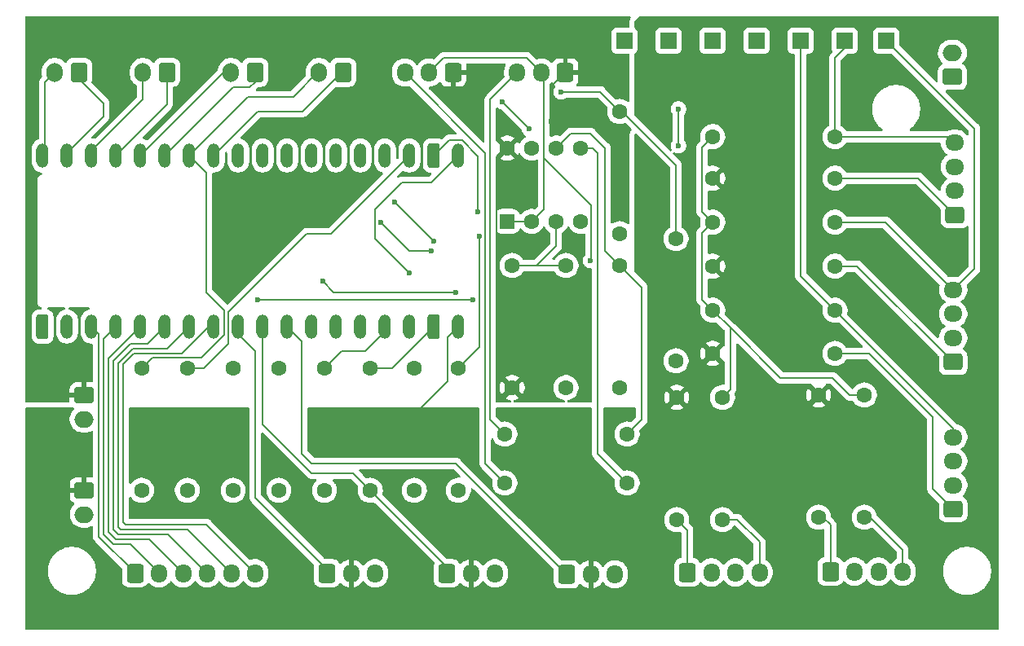
<source format=gtl>
%TF.GenerationSoftware,KiCad,Pcbnew,9.0.2*%
%TF.CreationDate,2025-07-11T23:57:31-07:00*%
%TF.ProjectId,motherboard,6d6f7468-6572-4626-9f61-72642e6b6963,rev?*%
%TF.SameCoordinates,Original*%
%TF.FileFunction,Copper,L1,Top*%
%TF.FilePolarity,Positive*%
%FSLAX46Y46*%
G04 Gerber Fmt 4.6, Leading zero omitted, Abs format (unit mm)*
G04 Created by KiCad (PCBNEW 9.0.2) date 2025-07-11 23:57:31*
%MOMM*%
%LPD*%
G01*
G04 APERTURE LIST*
G04 Aperture macros list*
%AMRoundRect*
0 Rectangle with rounded corners*
0 $1 Rounding radius*
0 $2 $3 $4 $5 $6 $7 $8 $9 X,Y pos of 4 corners*
0 Add a 4 corners polygon primitive as box body*
4,1,4,$2,$3,$4,$5,$6,$7,$8,$9,$2,$3,0*
0 Add four circle primitives for the rounded corners*
1,1,$1+$1,$2,$3*
1,1,$1+$1,$4,$5*
1,1,$1+$1,$6,$7*
1,1,$1+$1,$8,$9*
0 Add four rect primitives between the rounded corners*
20,1,$1+$1,$2,$3,$4,$5,0*
20,1,$1+$1,$4,$5,$6,$7,0*
20,1,$1+$1,$6,$7,$8,$9,0*
20,1,$1+$1,$8,$9,$2,$3,0*%
G04 Aperture macros list end*
%TA.AperFunction,ComponentPad*%
%ADD10O,1.700000X1.950000*%
%TD*%
%TA.AperFunction,ComponentPad*%
%ADD11RoundRect,0.250000X0.600000X0.725000X-0.600000X0.725000X-0.600000X-0.725000X0.600000X-0.725000X0*%
%TD*%
%TA.AperFunction,ComponentPad*%
%ADD12O,1.270000X2.540000*%
%TD*%
%TA.AperFunction,ComponentPad*%
%ADD13RoundRect,0.250000X0.385000X-1.020000X0.385000X1.020000X-0.385000X1.020000X-0.385000X-1.020000X0*%
%TD*%
%TA.AperFunction,ComponentPad*%
%ADD14RoundRect,0.250000X-0.600000X-0.725000X0.600000X-0.725000X0.600000X0.725000X-0.600000X0.725000X0*%
%TD*%
%TA.AperFunction,ComponentPad*%
%ADD15C,1.600000*%
%TD*%
%TA.AperFunction,ComponentPad*%
%ADD16O,1.950000X1.700000*%
%TD*%
%TA.AperFunction,ComponentPad*%
%ADD17RoundRect,0.250000X0.725000X-0.600000X0.725000X0.600000X-0.725000X0.600000X-0.725000X-0.600000X0*%
%TD*%
%TA.AperFunction,ComponentPad*%
%ADD18RoundRect,0.250000X0.600000X0.750000X-0.600000X0.750000X-0.600000X-0.750000X0.600000X-0.750000X0*%
%TD*%
%TA.AperFunction,ComponentPad*%
%ADD19O,1.700000X2.000000*%
%TD*%
%TA.AperFunction,ComponentPad*%
%ADD20R,1.700000X1.700000*%
%TD*%
%TA.AperFunction,ComponentPad*%
%ADD21RoundRect,0.250000X0.550000X-0.550000X0.550000X0.550000X-0.550000X0.550000X-0.550000X-0.550000X0*%
%TD*%
%TA.AperFunction,ComponentPad*%
%ADD22RoundRect,0.250000X0.750000X-0.600000X0.750000X0.600000X-0.750000X0.600000X-0.750000X-0.600000X0*%
%TD*%
%TA.AperFunction,ComponentPad*%
%ADD23O,2.000000X1.700000*%
%TD*%
%TA.AperFunction,ComponentPad*%
%ADD24RoundRect,0.250000X-0.750000X0.600000X-0.750000X-0.600000X0.750000X-0.600000X0.750000X0.600000X0*%
%TD*%
%TA.AperFunction,ViaPad*%
%ADD25C,0.600000*%
%TD*%
%TA.AperFunction,Conductor*%
%ADD26C,0.200000*%
%TD*%
G04 APERTURE END LIST*
D10*
%TO.P,U4,3,OUT*%
%TO.N,Net-(U4-OUT)*%
X64028000Y-18304000D03*
%TO.P,U4,2,GND*%
%TO.N,Net-(U2A--)*%
X66528000Y-18304000D03*
D11*
%TO.P,U4,1,VCC*%
%TO.N,+9V*%
X69028000Y-18304000D03*
%TD*%
D12*
%TO.P,U1,VP,GPIO36*%
%TO.N,/Hall Sensor/HallSense_Out*%
X17272000Y-44704000D03*
%TO.P,U1,VN,GPIO39*%
%TO.N,Net-(Switches1-Pin_1)*%
X19812000Y-44704000D03*
D13*
%TO.P,U1,GND,GND*%
%TO.N,GND*%
X55372000Y-26924000D03*
X55372000Y-44704000D03*
X14732000Y-44704000D03*
D12*
%TO.P,U1,EN,CHIP_PU*%
%TO.N,Net-(U1-CHIP_PU)*%
X52832000Y-26924000D03*
%TO.P,U1,38,GPIO38*%
%TO.N,/IR_Sense3/IR_Out*%
X47752000Y-26924000D03*
%TO.P,U1,37,GPIO37*%
%TO.N,/IR_Sense4/IR_Out*%
X50292000Y-26924000D03*
%TO.P,U1,35,GPIO35*%
%TO.N,/IR_Sense1/IR_Out*%
X42672000Y-26924000D03*
%TO.P,U1,34,GPIO34*%
%TO.N,/IR_Sense2/IR_Out*%
X45212000Y-26924000D03*
%TO.P,U1,33,GPIO33*%
%TO.N,Net-(Switches1-Pin_5)*%
X29972000Y-44704000D03*
%TO.P,U1,32,GPIO32*%
%TO.N,Net-(Switches1-Pin_4)*%
X27432000Y-44704000D03*
%TO.P,U1,27,GPIO27*%
%TO.N,Net-(Switches1-Pin_6)*%
X32512000Y-44704000D03*
%TO.P,U1,26,GPIO26*%
%TO.N,Net-(Switches1-Pin_3)*%
X24892000Y-44704000D03*
%TO.P,U1,25,GPIO25*%
%TO.N,Net-(Switches1-Pin_2)*%
X22352000Y-44704000D03*
%TO.P,U1,22,GPIO22*%
%TO.N,Net-(U1-GPIO22)*%
X19812000Y-26924000D03*
%TO.P,U1,21,GPIO21*%
%TO.N,Net-(U1-GPIO21)*%
X17272000Y-26924000D03*
%TO.P,U1,20,GPIO20*%
%TO.N,Net-(U1-GPIO20)*%
X14732000Y-26924000D03*
%TO.P,U1,19,GPIO19*%
%TO.N,Net-(U1-GPIO19)*%
X22352000Y-26924000D03*
%TO.P,U1,15,GPIO15*%
%TO.N,Net-(J2-Pin_1)*%
X42672000Y-44704000D03*
%TO.P,U1,14,GPIO14*%
%TO.N,Net-(SG90_1-Pin_1)*%
X35052000Y-44704000D03*
%TO.P,U1,13,GPIO13*%
%TO.N,Net-(MG996R_1-Pin_1)*%
X40132000Y-44704000D03*
%TO.P,U1,12,GPIO12*%
%TO.N,Net-(DS1-Pin_1)*%
X37592000Y-44704000D03*
%TO.P,U1,10,GPIO10*%
%TO.N,Net-(U1-GPIO10)*%
X32512000Y-26924000D03*
%TO.P,U1,9,GPIO9*%
%TO.N,/IR_Sense/IR_Out*%
X35052000Y-26924000D03*
%TO.P,U1,8,GPIO8*%
%TO.N,Net-(U1-GPIO8)*%
X24892000Y-26924000D03*
%TO.P,U1,7,GPIO7*%
%TO.N,Net-(U1-GPIO7)*%
X27432000Y-26924000D03*
%TO.P,U1,5V,5V*%
%TO.N,+5V*%
X57912000Y-44704000D03*
%TO.P,U1,5,GPIO5*%
%TO.N,Net-(U1-GPIO5)*%
X29972000Y-26924000D03*
%TO.P,U1,4,GPIO4*%
%TO.N,Net-(J4-Pin_1)*%
X47752000Y-44704000D03*
%TO.P,U1,3V3,3V3*%
%TO.N,+3V3*%
X57912000Y-26924000D03*
X52832000Y-44704000D03*
%TO.P,U1,3,RX0*%
%TO.N,Net-(PI_Connect1-Pin_2)*%
X37592000Y-26924000D03*
%TO.P,U1,2,GPIO2*%
%TO.N,Net-(J3-Pin_1)*%
X45212000Y-44704000D03*
%TO.P,U1,1,TX0*%
%TO.N,Net-(PI_Connect1-Pin_1)*%
X40132000Y-26924000D03*
%TO.P,U1,0,GPIO0*%
%TO.N,Net-(J5-Pin_1)*%
X50292000Y-44704000D03*
%TD*%
D10*
%TO.P,MG996R_1,3,Pin_3*%
%TO.N,GND*%
X74168000Y-70462500D03*
%TO.P,MG996R_1,2,Pin_2*%
%TO.N,+5V*%
X71668000Y-70462500D03*
D14*
%TO.P,MG996R_1,1,Pin_1*%
%TO.N,Net-(MG996R_1-Pin_1)*%
X69168000Y-70462500D03*
%TD*%
D15*
%TO.P,R24,1*%
%TO.N,+5V*%
X84328000Y-47498000D03*
%TO.P,R24,2*%
%TO.N,Net-(R24-Pad2)*%
X97028000Y-47498000D03*
%TD*%
%TO.P,R16,1*%
%TO.N,+3V3*%
X84328000Y-33858000D03*
%TO.P,R16,2*%
%TO.N,/IR_Sense2/IR_Out*%
X97028000Y-33858000D03*
%TD*%
%TO.P,R17,1*%
%TO.N,+5V*%
X84328000Y-38430000D03*
%TO.P,R17,2*%
%TO.N,Net-(R17-Pad2)*%
X97028000Y-38430000D03*
%TD*%
%TO.P,R18,1*%
%TO.N,+3V3*%
X84328000Y-24968000D03*
%TO.P,R18,2*%
%TO.N,/IR_Sense3/IR_Out*%
X97028000Y-24968000D03*
%TD*%
%TO.P,R22,1*%
%TO.N,+5V*%
X84328000Y-29286000D03*
%TO.P,R22,2*%
%TO.N,Net-(R22-Pad2)*%
X97028000Y-29286000D03*
%TD*%
%TO.P,R23,1*%
%TO.N,+3V3*%
X84328000Y-43002000D03*
%TO.P,R23,2*%
%TO.N,/IR_Sense4/IR_Out*%
X97028000Y-43002000D03*
%TD*%
%TO.P,R9,2*%
%TO.N,GND*%
X80518000Y-48260000D03*
%TO.P,R9,1*%
%TO.N,/Hall Sensor/HallSense_Out*%
X80518000Y-35560000D03*
%TD*%
%TO.P,R8,2*%
%TO.N,/Hall Sensor/HallSense_Out*%
X74676000Y-22352000D03*
%TO.P,R8,1*%
%TO.N,Net-(R7-Pad2)*%
X74676000Y-35052000D03*
%TD*%
%TO.P,R1,2*%
%TO.N,Net-(U2A-+)*%
X63500000Y-38354000D03*
%TO.P,R1,1*%
%TO.N,+9V*%
X63500000Y-51054000D03*
%TD*%
%TO.P,R20,2*%
%TO.N,GND*%
X39268000Y-49022000D03*
%TO.P,R20,1*%
%TO.N,Net-(J3-Pin_1)*%
X39268000Y-61722000D03*
%TD*%
%TO.P,R30,2*%
%TO.N,GND*%
X48768000Y-49022000D03*
%TO.P,R30,1*%
%TO.N,Net-(DS1-Pin_1)*%
X48768000Y-61722000D03*
%TD*%
%TO.P,R19,2*%
%TO.N,Net-(J2-Pin_1)*%
X34518000Y-49022000D03*
%TO.P,R19,1*%
%TO.N,+3V3*%
X34518000Y-61722000D03*
%TD*%
%TO.P,R21,2*%
%TO.N,Net-(J5-Pin_1)*%
X44018000Y-49022000D03*
%TO.P,R21,1*%
%TO.N,+3V3*%
X44018000Y-61722000D03*
%TD*%
%TO.P,R11,2*%
%TO.N,Net-(U1-CHIP_PU)*%
X29768000Y-49022000D03*
%TO.P,R11,1*%
%TO.N,+3V3*%
X29768000Y-61722000D03*
%TD*%
%TO.P,R10,2*%
%TO.N,Net-(U1-GPIO5)*%
X25018000Y-49022000D03*
%TO.P,R10,1*%
%TO.N,+3V3*%
X25018000Y-61722000D03*
%TD*%
%TO.P,R3,2*%
%TO.N,Net-(U2A--)*%
X74676000Y-51054000D03*
%TO.P,R3,1*%
%TO.N,Net-(U2B--)*%
X74676000Y-38354000D03*
%TD*%
D16*
%TO.P,U5,4,4*%
%TO.N,/IR_Sense2/IR_Out*%
X109296500Y-40894000D03*
%TO.P,U5,3,3*%
%TO.N,GND*%
X109296500Y-43394000D03*
%TO.P,U5,2,2*%
X109296500Y-45894000D03*
D17*
%TO.P,U5,1,1*%
%TO.N,Net-(R17-Pad2)*%
X109296500Y-48394000D03*
%TD*%
D15*
%TO.P,R15,2*%
%TO.N,Net-(R15-Pad2)*%
X80594000Y-64770000D03*
%TO.P,R15,1*%
%TO.N,+5V*%
X80594000Y-52070000D03*
%TD*%
%TO.P,R13,2*%
%TO.N,Net-(R13-Pad2)*%
X95326000Y-64516000D03*
%TO.P,R13,1*%
%TO.N,+5V*%
X95326000Y-51816000D03*
%TD*%
%TO.P,R12,2*%
%TO.N,/IR_Sense/IR_Out*%
X100076000Y-64516000D03*
%TO.P,R12,1*%
%TO.N,+3V3*%
X100076000Y-51816000D03*
%TD*%
%TO.P,R14,2*%
%TO.N,/IR_Sense1/IR_Out*%
X85344000Y-64770000D03*
%TO.P,R14,1*%
%TO.N,+3V3*%
X85344000Y-52070000D03*
%TD*%
D18*
%TO.P,motor1,1,Pin_1*%
%TO.N,Net-(U1-GPIO21)*%
X18502000Y-18288000D03*
D19*
%TO.P,motor1,2,Pin_2*%
%TO.N,Net-(U1-GPIO20)*%
X16002000Y-18288000D03*
%TD*%
D18*
%TO.P,motor2,1,Pin_1*%
%TO.N,Net-(U1-GPIO19)*%
X27646000Y-18288000D03*
D19*
%TO.P,motor2,2,Pin_2*%
%TO.N,Net-(U1-GPIO22)*%
X25146000Y-18288000D03*
%TD*%
D14*
%TO.P,U9,1,1*%
%TO.N,Net-(R13-Pad2)*%
X96554000Y-70180500D03*
D10*
%TO.P,U9,2,2*%
%TO.N,GND*%
X99054000Y-70180500D03*
%TO.P,U9,3,3*%
X101554000Y-70180500D03*
%TO.P,U9,4,4*%
%TO.N,/IR_Sense/IR_Out*%
X104054000Y-70180500D03*
%TD*%
D14*
%TO.P,SG90_1,1,Pin_1*%
%TO.N,Net-(SG90_1-Pin_1)*%
X44276000Y-70358000D03*
D10*
%TO.P,SG90_1,2,Pin_2*%
%TO.N,+5V*%
X46776000Y-70358000D03*
%TO.P,SG90_1,3,Pin_3*%
%TO.N,GND*%
X49276000Y-70358000D03*
%TD*%
D20*
%TO.P,J1,1,Pin_1*%
%TO.N,/IR_Sense2/IR_Out*%
X102362000Y-14986000D03*
%TD*%
%TO.P,J5,1,Pin_1*%
%TO.N,Net-(J5-Pin_1)*%
X88900000Y-14986000D03*
%TD*%
D14*
%TO.P,Switches1,1,Pin_1*%
%TO.N,Net-(Switches1-Pin_1)*%
X24330000Y-70358000D03*
D10*
%TO.P,Switches1,2,Pin_2*%
%TO.N,Net-(Switches1-Pin_2)*%
X26830000Y-70358000D03*
%TO.P,Switches1,3,Pin_3*%
%TO.N,Net-(Switches1-Pin_3)*%
X29330000Y-70358000D03*
%TO.P,Switches1,4,Pin_4*%
%TO.N,Net-(Switches1-Pin_4)*%
X31830000Y-70358000D03*
%TO.P,Switches1,5,Pin_5*%
%TO.N,Net-(Switches1-Pin_5)*%
X34330000Y-70358000D03*
%TO.P,Switches1,6,Pin_6*%
%TO.N,Net-(Switches1-Pin_6)*%
X36830000Y-70358000D03*
%TD*%
D15*
%TO.P,R7,1*%
%TO.N,Net-(R6-Pad2)*%
X57912000Y-61722000D03*
%TO.P,R7,2*%
%TO.N,Net-(R7-Pad2)*%
X57912000Y-49022000D03*
%TD*%
D20*
%TO.P,J4,1,Pin_1*%
%TO.N,Net-(J4-Pin_1)*%
X84328000Y-14986000D03*
%TD*%
%TO.P,J7,1,Pin_1*%
%TO.N,/IR_Sense4/IR_Out*%
X93472000Y-14986000D03*
%TD*%
D15*
%TO.P,R6,1*%
%TO.N,Net-(U2B-+)*%
X53340000Y-61722000D03*
%TO.P,R6,2*%
%TO.N,Net-(R6-Pad2)*%
X53340000Y-49022000D03*
%TD*%
%TO.P,R4,1*%
%TO.N,Net-(U4-OUT)*%
X62738000Y-55880000D03*
%TO.P,R4,2*%
%TO.N,Net-(U2B--)*%
X75438000Y-55880000D03*
%TD*%
D21*
%TO.P,U2,1*%
%TO.N,Net-(U2A--)*%
X62992000Y-33777000D03*
D15*
%TO.P,U2,2,-*%
X65532000Y-33777000D03*
%TO.P,U2,3,+*%
%TO.N,Net-(U2A-+)*%
X68072000Y-33777000D03*
%TO.P,U2,4,V-*%
%TO.N,GND*%
X70612000Y-33777000D03*
%TO.P,U2,5,+*%
%TO.N,Net-(U2B-+)*%
X70612000Y-26157000D03*
%TO.P,U2,6,-*%
%TO.N,Net-(U2B--)*%
X68072000Y-26157000D03*
%TO.P,U2,7*%
%TO.N,Net-(R6-Pad2)*%
X65532000Y-26157000D03*
%TO.P,U2,8,V+*%
%TO.N,+9V*%
X62992000Y-26157000D03*
%TD*%
D11*
%TO.P,U3,1,VCC*%
%TO.N,+9V*%
X57364000Y-18304000D03*
D10*
%TO.P,U3,2,GND*%
%TO.N,Net-(U2A--)*%
X54864000Y-18304000D03*
%TO.P,U3,3,OUT*%
%TO.N,Net-(U3-OUT)*%
X52364000Y-18304000D03*
%TD*%
D22*
%TO.P,PI_Connect1,1,Pin_1*%
%TO.N,Net-(PI_Connect1-Pin_1)*%
X109220000Y-18756000D03*
D23*
%TO.P,PI_Connect1,2,Pin_2*%
%TO.N,Net-(PI_Connect1-Pin_2)*%
X109220000Y-16256000D03*
%TD*%
D20*
%TO.P,J6,1,Pin_1*%
%TO.N,/IR_Sense3/IR_Out*%
X98044000Y-14986000D03*
%TD*%
D24*
%TO.P,BT2,1,+*%
%TO.N,+9V*%
X19050000Y-51856000D03*
D23*
%TO.P,BT2,2,-*%
%TO.N,GND*%
X19050000Y-54356000D03*
%TD*%
D24*
%TO.P,BT1,1,+*%
%TO.N,+5V*%
X19056500Y-61742000D03*
D23*
%TO.P,BT1,2,-*%
%TO.N,GND*%
X19056500Y-64242000D03*
%TD*%
D15*
%TO.P,R2,1*%
%TO.N,Net-(U2A-+)*%
X69088000Y-38354000D03*
%TO.P,R2,2*%
%TO.N,GND*%
X69088000Y-51054000D03*
%TD*%
D20*
%TO.P,J2,1,Pin_1*%
%TO.N,Net-(J2-Pin_1)*%
X75184000Y-14986000D03*
%TD*%
D14*
%TO.P,DS1,1,Pin_1*%
%TO.N,Net-(DS1-Pin_1)*%
X56722000Y-70358000D03*
D10*
%TO.P,DS1,2,Pin_2*%
%TO.N,+5V*%
X59222000Y-70358000D03*
%TO.P,DS1,3,Pin_3*%
%TO.N,GND*%
X61722000Y-70358000D03*
%TD*%
D20*
%TO.P,J3,1,Pin_1*%
%TO.N,Net-(J3-Pin_1)*%
X79756000Y-14986000D03*
%TD*%
D18*
%TO.P,motor3,1,Pin_1*%
%TO.N,Net-(U1-GPIO7)*%
X36790000Y-18288000D03*
D19*
%TO.P,motor3,2,Pin_2*%
%TO.N,Net-(U1-GPIO8)*%
X34290000Y-18288000D03*
%TD*%
D14*
%TO.P,U7,1,1*%
%TO.N,Net-(R15-Pad2)*%
X81688000Y-70257000D03*
D10*
%TO.P,U7,2,2*%
%TO.N,GND*%
X84188000Y-70257000D03*
%TO.P,U7,3,3*%
X86688000Y-70257000D03*
%TO.P,U7,4,4*%
%TO.N,/IR_Sense1/IR_Out*%
X89188000Y-70257000D03*
%TD*%
D17*
%TO.P,U6,1,1*%
%TO.N,Net-(R22-Pad2)*%
X109474000Y-33094000D03*
D16*
%TO.P,U6,2,2*%
%TO.N,GND*%
X109474000Y-30594000D03*
%TO.P,U6,3,3*%
X109474000Y-28094000D03*
%TO.P,U6,4,4*%
%TO.N,/IR_Sense3/IR_Out*%
X109474000Y-25594000D03*
%TD*%
D18*
%TO.P,motor4,1,Pin_1*%
%TO.N,Net-(U1-GPIO10)*%
X45934000Y-18288000D03*
D19*
%TO.P,motor4,2,Pin_2*%
%TO.N,Net-(U1-GPIO5)*%
X43434000Y-18288000D03*
%TD*%
D15*
%TO.P,R5,1*%
%TO.N,Net-(U3-OUT)*%
X62738000Y-60960000D03*
%TO.P,R5,2*%
%TO.N,Net-(U2B-+)*%
X75438000Y-60960000D03*
%TD*%
D17*
%TO.P,U8,1,1*%
%TO.N,Net-(R24-Pad2)*%
X109296500Y-63694000D03*
D16*
%TO.P,U8,2,2*%
%TO.N,GND*%
X109296500Y-61194000D03*
%TO.P,U8,3,3*%
X109296500Y-58694000D03*
%TO.P,U8,4,4*%
%TO.N,/IR_Sense4/IR_Out*%
X109296500Y-56194000D03*
%TD*%
D25*
%TO.N,GND*%
X59944000Y-32766000D03*
X80772000Y-22098000D03*
X80772000Y-25908000D03*
%TO.N,+9V*%
X67564000Y-23368000D03*
%TO.N,+3V3*%
X65278000Y-24130000D03*
X62484000Y-21336000D03*
X52832000Y-39116000D03*
%TO.N,/Hall Sensor/HallSense_Out*%
X68580000Y-20320000D03*
%TO.N,Net-(R7-Pad2)*%
X60106000Y-35306000D03*
%TO.N,Net-(U2A--)*%
X71628000Y-37846000D03*
%TO.N,/IR_Sense3/IR_Out*%
X51308000Y-31750000D03*
X55372000Y-35814000D03*
%TO.N,/IR_Sense2/IR_Out*%
X49876000Y-33867473D03*
X55118000Y-36830000D03*
%TO.N,/IR_Sense1/IR_Out*%
X57658000Y-41148000D03*
X43815000Y-40005000D03*
%TO.N,/IR_Sense/IR_Out*%
X37084000Y-41910000D03*
X59436000Y-41910000D03*
%TD*%
D26*
%TO.N,+5V*%
X56811000Y-50377000D02*
X52578000Y-54610000D01*
X56811000Y-45805000D02*
X56811000Y-50377000D01*
X57912000Y-44704000D02*
X56811000Y-45805000D01*
%TO.N,GND*%
X59944000Y-26997296D02*
X59944000Y-32766000D01*
X58299704Y-25353000D02*
X59944000Y-26997296D01*
X56943000Y-25353000D02*
X58299704Y-25353000D01*
X55372000Y-26924000D02*
X56943000Y-25353000D01*
X80772000Y-25908000D02*
X80772000Y-22098000D01*
%TO.N,/IR_Sense2/IR_Out*%
X49876000Y-33867473D02*
X49876000Y-33874000D01*
X52832000Y-36830000D02*
X55118000Y-36830000D01*
X49876000Y-33874000D02*
X52832000Y-36830000D01*
%TO.N,/IR_Sense3/IR_Out*%
X55372000Y-35814000D02*
X51308000Y-31750000D01*
%TO.N,GND*%
X55372000Y-44704000D02*
X51054000Y-49022000D01*
X51054000Y-49022000D02*
X48768000Y-49022000D01*
%TO.N,+9V*%
X63500000Y-51054000D02*
X61891000Y-49445000D01*
X61891000Y-49445000D02*
X61891000Y-27258000D01*
X61891000Y-27258000D02*
X62992000Y-26157000D01*
X67564000Y-23368000D02*
X67564000Y-19768000D01*
X67564000Y-19768000D02*
X69028000Y-18304000D01*
%TO.N,Net-(U3-OUT)*%
X52364000Y-18304000D02*
X52364000Y-18328000D01*
X52364000Y-18328000D02*
X60706000Y-26670000D01*
X60706000Y-26670000D02*
X60706000Y-58928000D01*
X60706000Y-58928000D02*
X62738000Y-60960000D01*
%TO.N,Net-(U2A--)*%
X66528000Y-18304000D02*
X64988000Y-16764000D01*
X64988000Y-16764000D02*
X56404000Y-16764000D01*
X56404000Y-16764000D02*
X54864000Y-18304000D01*
%TO.N,+3V3*%
X62484000Y-21336000D02*
X65278000Y-24130000D01*
X91364000Y-50038000D02*
X96774000Y-50038000D01*
X86143999Y-44817999D02*
X91364000Y-50038000D01*
X96774000Y-50038000D02*
X98552000Y-51816000D01*
X98552000Y-51816000D02*
X100076000Y-51816000D01*
X84328000Y-43002000D02*
X86143999Y-44817999D01*
X86143999Y-44817999D02*
X86143999Y-51270001D01*
X86143999Y-51270001D02*
X85344000Y-52070000D01*
X84328000Y-33858000D02*
X83227000Y-34959000D01*
X83227000Y-34959000D02*
X83227000Y-41901000D01*
X83227000Y-41901000D02*
X84328000Y-43002000D01*
X84328000Y-24968000D02*
X83227000Y-26069000D01*
X83227000Y-26069000D02*
X83227000Y-32757000D01*
X83227000Y-32757000D02*
X84328000Y-33858000D01*
X52832000Y-39116000D02*
X49276000Y-35560000D01*
X49276000Y-32512000D02*
X52070000Y-29718000D01*
X52070000Y-29718000D02*
X55118000Y-29718000D01*
X55118000Y-29718000D02*
X57912000Y-26924000D01*
X49276000Y-35560000D02*
X49276000Y-32512000D01*
%TO.N,Net-(U1-GPIO20)*%
X16002000Y-18288000D02*
X14986000Y-19304000D01*
X14986000Y-19304000D02*
X14986000Y-26670000D01*
X14986000Y-26670000D02*
X14732000Y-26924000D01*
%TO.N,Net-(U1-GPIO21)*%
X18502000Y-18288000D02*
X17879630Y-18288000D01*
X21082000Y-22860000D02*
X17018000Y-26924000D01*
X17879630Y-18288000D02*
X21082000Y-21490370D01*
X21082000Y-21490370D02*
X21082000Y-22860000D01*
X17018000Y-26924000D02*
X17272000Y-26924000D01*
%TO.N,/Hall Sensor/HallSense_Out*%
X68580000Y-20320000D02*
X72644000Y-20320000D01*
X72644000Y-20320000D02*
X74676000Y-22352000D01*
%TO.N,/IR_Sense1/IR_Out*%
X57658000Y-41148000D02*
X44958000Y-41148000D01*
X44958000Y-41148000D02*
X43815000Y-40005000D01*
%TO.N,Net-(R7-Pad2)*%
X60106000Y-35306000D02*
X60106000Y-46828000D01*
X60106000Y-46828000D02*
X57912000Y-49022000D01*
%TO.N,Net-(U2A--)*%
X66802000Y-27178000D02*
X66802000Y-18578000D01*
X66802000Y-32507000D02*
X66802000Y-27178000D01*
X71628000Y-37846000D02*
X71713000Y-37761000D01*
X71713000Y-37761000D02*
X71713000Y-32089000D01*
X71713000Y-32089000D02*
X66802000Y-27178000D01*
%TO.N,/IR_Sense/IR_Out*%
X59436000Y-41910000D02*
X37084000Y-41910000D01*
%TO.N,Net-(J5-Pin_1)*%
X44018000Y-49022000D02*
X45796000Y-47244000D01*
X45796000Y-47244000D02*
X48260000Y-47244000D01*
X48260000Y-47244000D02*
X50292000Y-45212000D01*
X50292000Y-45212000D02*
X50292000Y-44704000D01*
%TO.N,Net-(DS1-Pin_1)*%
X37592000Y-44704000D02*
X37592000Y-54864000D01*
X37592000Y-54864000D02*
X42672000Y-59944000D01*
X42672000Y-59944000D02*
X46990000Y-59944000D01*
X46990000Y-59944000D02*
X48768000Y-61722000D01*
%TO.N,/Hall Sensor/HallSense_Out*%
X74676000Y-22352000D02*
X74930000Y-22352000D01*
X74930000Y-22352000D02*
X80518000Y-27940000D01*
X80518000Y-27940000D02*
X80518000Y-35560000D01*
%TO.N,/IR_Sense2/IR_Out*%
X102362000Y-14986000D02*
X111506000Y-24130000D01*
X111506000Y-24130000D02*
X111506000Y-38684500D01*
X111506000Y-38684500D02*
X109296500Y-40894000D01*
%TO.N,/IR_Sense4/IR_Out*%
X93472000Y-14986000D02*
X93472000Y-39446000D01*
X93472000Y-39446000D02*
X97028000Y-43002000D01*
%TO.N,/IR_Sense3/IR_Out*%
X98044000Y-14986000D02*
X98044000Y-15748000D01*
X98044000Y-15748000D02*
X97028000Y-16764000D01*
X97028000Y-16764000D02*
X97028000Y-24968000D01*
%TO.N,Net-(U1-GPIO5)*%
X25018000Y-49022000D02*
X26119000Y-47921000D01*
X26119000Y-47921000D02*
X31253704Y-47921000D01*
X31253704Y-47921000D02*
X33635000Y-45539704D01*
X33635000Y-45539704D02*
X33635000Y-43013900D01*
X33635000Y-43013900D02*
X31750000Y-41128900D01*
X31750000Y-41128900D02*
X31750000Y-28702000D01*
X31750000Y-28702000D02*
X29972000Y-26924000D01*
%TO.N,Net-(Switches1-Pin_6)*%
X36830000Y-70358000D02*
X31750000Y-65278000D01*
X23368000Y-65278000D02*
X23114000Y-65024000D01*
X31750000Y-65278000D02*
X23368000Y-65278000D01*
X23114000Y-65024000D02*
X23114000Y-48573100D01*
X23114000Y-48573100D02*
X24189100Y-47498000D01*
X24189100Y-47498000D02*
X29210000Y-47498000D01*
X29210000Y-47498000D02*
X32004000Y-44704000D01*
X32004000Y-44704000D02*
X32512000Y-44704000D01*
%TO.N,Net-(U1-CHIP_PU)*%
X52832000Y-26924000D02*
X44704000Y-35052000D01*
X34036000Y-46482000D02*
X31496000Y-49022000D01*
X44704000Y-35052000D02*
X42164000Y-35052000D01*
X42164000Y-35052000D02*
X34036000Y-43180000D01*
X31496000Y-49022000D02*
X29768000Y-49022000D01*
X34036000Y-43180000D02*
X34036000Y-46482000D01*
%TO.N,Net-(R6-Pad2)*%
X65532000Y-26157000D02*
X65532000Y-26416000D01*
%TO.N,Net-(U2A--)*%
X62992000Y-33777000D02*
X65532000Y-33777000D01*
%TO.N,Net-(U2A-+)*%
X63500000Y-38354000D02*
X66040000Y-38354000D01*
X68072000Y-33777000D02*
X68072000Y-36322000D01*
X68072000Y-36322000D02*
X66040000Y-38354000D01*
X66040000Y-38354000D02*
X69088000Y-38354000D01*
%TO.N,Net-(U2B--)*%
X74676000Y-38354000D02*
X73152000Y-36830000D01*
X73152000Y-36830000D02*
X73152000Y-26162000D01*
X73152000Y-26162000D02*
X71628000Y-24638000D01*
X71628000Y-24638000D02*
X69596000Y-24638000D01*
X69596000Y-24638000D02*
X68077000Y-26157000D01*
X68077000Y-26157000D02*
X68072000Y-26157000D01*
%TO.N,Net-(U2B-+)*%
X75438000Y-60960000D02*
X72390000Y-57912000D01*
X72390000Y-57912000D02*
X72390000Y-26670000D01*
X72390000Y-26670000D02*
X71877000Y-26157000D01*
X71877000Y-26157000D02*
X70612000Y-26157000D01*
%TO.N,Net-(U2B--)*%
X75438000Y-55880000D02*
X76962000Y-54356000D01*
X76962000Y-54356000D02*
X76962000Y-40640000D01*
X76962000Y-40640000D02*
X74676000Y-38354000D01*
%TO.N,Net-(U4-OUT)*%
X62738000Y-55880000D02*
X61214000Y-54356000D01*
X61214000Y-21118000D02*
X64028000Y-18304000D01*
X61214000Y-54356000D02*
X61214000Y-21118000D01*
%TO.N,Net-(U1-GPIO10)*%
X32512000Y-26924000D02*
X37084000Y-22352000D01*
X37084000Y-22352000D02*
X41743000Y-22352000D01*
X41743000Y-22352000D02*
X45934000Y-18161000D01*
%TO.N,Net-(U1-GPIO5)*%
X29972000Y-26924000D02*
X36068000Y-20828000D01*
X36068000Y-20828000D02*
X40767000Y-20828000D01*
X40767000Y-20828000D02*
X43434000Y-18161000D01*
%TO.N,Net-(U1-GPIO7)*%
X27432000Y-26924000D02*
X34544000Y-19812000D01*
X34544000Y-19812000D02*
X36259127Y-19812000D01*
X36259127Y-19812000D02*
X36790000Y-19281127D01*
X36790000Y-19281127D02*
X36790000Y-18288000D01*
%TO.N,Net-(U1-GPIO8)*%
X24892000Y-26924000D02*
X33528000Y-18288000D01*
X33528000Y-18288000D02*
X34290000Y-18288000D01*
%TO.N,Net-(U1-GPIO19)*%
X22352000Y-26924000D02*
X27646000Y-21630000D01*
X27646000Y-21630000D02*
X27646000Y-18288000D01*
%TO.N,Net-(U1-GPIO22)*%
X19812000Y-26924000D02*
X19812000Y-26416000D01*
X19812000Y-26416000D02*
X25146000Y-21082000D01*
X25146000Y-21082000D02*
X25146000Y-18288000D01*
%TO.N,/IR_Sense1/IR_Out*%
X85344000Y-64770000D02*
X86868000Y-64770000D01*
X86868000Y-64770000D02*
X89188000Y-67090000D01*
X89188000Y-67090000D02*
X89188000Y-70257000D01*
%TO.N,Net-(R15-Pad2)*%
X81688000Y-70257000D02*
X81688000Y-65864000D01*
X81688000Y-65864000D02*
X80594000Y-64770000D01*
%TO.N,/IR_Sense3/IR_Out*%
X97028000Y-24968000D02*
X108848000Y-24968000D01*
X108848000Y-24968000D02*
X109474000Y-25594000D01*
%TO.N,Net-(R22-Pad2)*%
X97028000Y-29286000D02*
X105666000Y-29286000D01*
X105666000Y-29286000D02*
X109474000Y-33094000D01*
%TO.N,/IR_Sense2/IR_Out*%
X97028000Y-33858000D02*
X102260500Y-33858000D01*
X102260500Y-33858000D02*
X109296500Y-40894000D01*
%TO.N,Net-(R17-Pad2)*%
X97028000Y-38430000D02*
X99332500Y-38430000D01*
X99332500Y-38430000D02*
X109296500Y-48394000D01*
%TO.N,Net-(R24-Pad2)*%
X100584000Y-47498000D02*
X107188000Y-54102000D01*
X97028000Y-47498000D02*
X100584000Y-47498000D01*
X107188000Y-54102000D02*
X107188000Y-61585500D01*
X107188000Y-61585500D02*
X109296500Y-63694000D01*
%TO.N,/IR_Sense4/IR_Out*%
X97028000Y-43002000D02*
X109296500Y-55270500D01*
X109296500Y-55270500D02*
X109296500Y-56194000D01*
%TO.N,Net-(R13-Pad2)*%
X95326000Y-64516000D02*
X95758000Y-64516000D01*
X95758000Y-64516000D02*
X96554000Y-65312000D01*
X96554000Y-65312000D02*
X96554000Y-70180500D01*
%TO.N,/IR_Sense/IR_Out*%
X100076000Y-64516000D02*
X100666000Y-64516000D01*
X100666000Y-64516000D02*
X104054000Y-67904000D01*
X104054000Y-67904000D02*
X104054000Y-70180500D01*
%TO.N,Net-(U1-GPIO5)*%
X25018000Y-49022000D02*
X25018000Y-49402000D01*
%TO.N,Net-(MG996R_1-Pin_1)*%
X69168000Y-70462500D02*
X69168000Y-70438000D01*
X57658000Y-58928000D02*
X42672000Y-58928000D01*
X42672000Y-58928000D02*
X41656000Y-57912000D01*
X41656000Y-57912000D02*
X41656000Y-46228000D01*
X69168000Y-70438000D02*
X57658000Y-58928000D01*
X41656000Y-46228000D02*
X40132000Y-44704000D01*
%TO.N,Net-(DS1-Pin_1)*%
X56722000Y-70358000D02*
X56722000Y-69676000D01*
X56722000Y-69676000D02*
X48768000Y-61722000D01*
%TO.N,Net-(SG90_1-Pin_1)*%
X35052000Y-44704000D02*
X35052000Y-45466000D01*
X35052000Y-45466000D02*
X36830000Y-47244000D01*
X36830000Y-47244000D02*
X36830000Y-62484000D01*
X44276000Y-69930000D02*
X44276000Y-70358000D01*
X36830000Y-62484000D02*
X44276000Y-69930000D01*
%TO.N,Net-(Switches1-Pin_3)*%
X29330000Y-70358000D02*
X25774000Y-66802000D01*
X22352000Y-66802000D02*
X21590000Y-66040000D01*
X25774000Y-66802000D02*
X22352000Y-66802000D01*
X21590000Y-66040000D02*
X21590000Y-48006000D01*
X21590000Y-48006000D02*
X24892000Y-44704000D01*
%TO.N,Net-(Switches1-Pin_4)*%
X31830000Y-70358000D02*
X27766000Y-66294000D01*
X22098000Y-48260000D02*
X23876000Y-46482000D01*
X27766000Y-66294000D02*
X22606000Y-66294000D01*
X22606000Y-66294000D02*
X22098000Y-65786000D01*
X22098000Y-65786000D02*
X22098000Y-48260000D01*
X23876000Y-46482000D02*
X25654000Y-46482000D01*
X25654000Y-46482000D02*
X27432000Y-44704000D01*
%TO.N,Net-(Switches1-Pin_5)*%
X34330000Y-70358000D02*
X29758000Y-65786000D01*
X29758000Y-65786000D02*
X22860000Y-65786000D01*
X22860000Y-65786000D02*
X22606000Y-65532000D01*
X27686000Y-46990000D02*
X29972000Y-44704000D01*
X22606000Y-65532000D02*
X22606000Y-48514000D01*
X22606000Y-48514000D02*
X24130000Y-46990000D01*
X24130000Y-46990000D02*
X27686000Y-46990000D01*
%TO.N,Net-(Switches1-Pin_2)*%
X26830000Y-70358000D02*
X26830000Y-70264000D01*
X21082000Y-66294000D02*
X21082000Y-45974000D01*
X26830000Y-70264000D02*
X23876000Y-67310000D01*
X22098000Y-67310000D02*
X21082000Y-66294000D01*
X23876000Y-67310000D02*
X22098000Y-67310000D01*
X21082000Y-45974000D02*
X22352000Y-44704000D01*
%TO.N,Net-(Switches1-Pin_1)*%
X24330000Y-70358000D02*
X24330000Y-70304000D01*
X24330000Y-70304000D02*
X20574000Y-66548000D01*
X20574000Y-66548000D02*
X20574000Y-45466000D01*
X20574000Y-45466000D02*
X19812000Y-44704000D01*
%TO.N,Net-(U2A--)*%
X65532000Y-33777000D02*
X66802000Y-32507000D01*
X66802000Y-18578000D02*
X66528000Y-18304000D01*
%TD*%
%TA.AperFunction,Conductor*%
%TO.N,+9V*%
G36*
X75782527Y-12458185D02*
G01*
X75828282Y-12510989D01*
X75838226Y-12580147D01*
X75816066Y-12635026D01*
X75794433Y-12665025D01*
X75734663Y-12795899D01*
X75714976Y-12862944D01*
X75694500Y-13005363D01*
X75694500Y-13511500D01*
X75674815Y-13578539D01*
X75622011Y-13624294D01*
X75570500Y-13635500D01*
X74286129Y-13635500D01*
X74286123Y-13635501D01*
X74226516Y-13641908D01*
X74091671Y-13692202D01*
X74091664Y-13692206D01*
X73976455Y-13778452D01*
X73976452Y-13778455D01*
X73890206Y-13893664D01*
X73890202Y-13893671D01*
X73839908Y-14028517D01*
X73833501Y-14088116D01*
X73833500Y-14088135D01*
X73833500Y-15883870D01*
X73833501Y-15883876D01*
X73839908Y-15943483D01*
X73890202Y-16078328D01*
X73890206Y-16078335D01*
X73976452Y-16193544D01*
X73976455Y-16193547D01*
X74091664Y-16279793D01*
X74091671Y-16279797D01*
X74226517Y-16330091D01*
X74226516Y-16330091D01*
X74233444Y-16330835D01*
X74286127Y-16336500D01*
X75570500Y-16336499D01*
X75637539Y-16356184D01*
X75683294Y-16408987D01*
X75694500Y-16460499D01*
X75694500Y-21241112D01*
X75674815Y-21308151D01*
X75622011Y-21353906D01*
X75552853Y-21363850D01*
X75497615Y-21341431D01*
X75357609Y-21239712D01*
X75175223Y-21146781D01*
X74980534Y-21083522D01*
X74805995Y-21055878D01*
X74778352Y-21051500D01*
X74573648Y-21051500D01*
X74535599Y-21057526D01*
X74371468Y-21083522D01*
X74362717Y-21086365D01*
X74357154Y-21088173D01*
X74287313Y-21090167D01*
X74231157Y-21057922D01*
X73131590Y-19958355D01*
X73131588Y-19958352D01*
X73012717Y-19839481D01*
X73012709Y-19839475D01*
X72905298Y-19777462D01*
X72905297Y-19777461D01*
X72905297Y-19777462D01*
X72875785Y-19760423D01*
X72856464Y-19755246D01*
X72723057Y-19719499D01*
X72564943Y-19719499D01*
X72557347Y-19719499D01*
X72557331Y-19719500D01*
X70297523Y-19719500D01*
X70230484Y-19699815D01*
X70184729Y-19647011D01*
X70174785Y-19577853D01*
X70203810Y-19514297D01*
X70209842Y-19507819D01*
X70220315Y-19497345D01*
X70312356Y-19348124D01*
X70312358Y-19348119D01*
X70367505Y-19181697D01*
X70367506Y-19181690D01*
X70377999Y-19078986D01*
X70378000Y-19078973D01*
X70378000Y-18554000D01*
X69432146Y-18554000D01*
X69470630Y-18487343D01*
X69503000Y-18366535D01*
X69503000Y-18241465D01*
X69470630Y-18120657D01*
X69432146Y-18054000D01*
X70377999Y-18054000D01*
X70377999Y-17529028D01*
X70377998Y-17529013D01*
X70367505Y-17426302D01*
X70312358Y-17259880D01*
X70312356Y-17259875D01*
X70220315Y-17110654D01*
X70096345Y-16986684D01*
X69947124Y-16894643D01*
X69947119Y-16894641D01*
X69780697Y-16839494D01*
X69780690Y-16839493D01*
X69677986Y-16829000D01*
X69278000Y-16829000D01*
X69278000Y-17899854D01*
X69211343Y-17861370D01*
X69090535Y-17829000D01*
X68965465Y-17829000D01*
X68844657Y-17861370D01*
X68778000Y-17899854D01*
X68778000Y-16829000D01*
X68378028Y-16829000D01*
X68378012Y-16829001D01*
X68275302Y-16839494D01*
X68108880Y-16894641D01*
X68108875Y-16894643D01*
X67959654Y-16986684D01*
X67835683Y-17110655D01*
X67835680Y-17110659D01*
X67740183Y-17265484D01*
X67688235Y-17312209D01*
X67619273Y-17323430D01*
X67555191Y-17295587D01*
X67546964Y-17288068D01*
X67407786Y-17148890D01*
X67235820Y-17023951D01*
X67046414Y-16927444D01*
X67046413Y-16927443D01*
X67046412Y-16927443D01*
X66844243Y-16861754D01*
X66844241Y-16861753D01*
X66844240Y-16861753D01*
X66682957Y-16836208D01*
X66634287Y-16828500D01*
X66421713Y-16828500D01*
X66373042Y-16836208D01*
X66211760Y-16861753D01*
X66211757Y-16861754D01*
X66075129Y-16906147D01*
X66005290Y-16908142D01*
X65949132Y-16875897D01*
X65475590Y-16402355D01*
X65475588Y-16402352D01*
X65356717Y-16283481D01*
X65356716Y-16283480D01*
X65269904Y-16233360D01*
X65269904Y-16233359D01*
X65269900Y-16233358D01*
X65219785Y-16204423D01*
X65067057Y-16163499D01*
X64908943Y-16163499D01*
X64901347Y-16163499D01*
X64901331Y-16163500D01*
X56490669Y-16163500D01*
X56490653Y-16163499D01*
X56483057Y-16163499D01*
X56324943Y-16163499D01*
X56217587Y-16192265D01*
X56172210Y-16204424D01*
X56172209Y-16204425D01*
X56122096Y-16233359D01*
X56122095Y-16233360D01*
X56091472Y-16251040D01*
X56035285Y-16283479D01*
X56035282Y-16283481D01*
X55923478Y-16395286D01*
X55442867Y-16875896D01*
X55381544Y-16909381D01*
X55316868Y-16906146D01*
X55180240Y-16861753D01*
X55018957Y-16836208D01*
X54970287Y-16828500D01*
X54757713Y-16828500D01*
X54709042Y-16836208D01*
X54547760Y-16861753D01*
X54345585Y-16927444D01*
X54156179Y-17023951D01*
X53984213Y-17148890D01*
X53833894Y-17299209D01*
X53833890Y-17299214D01*
X53714318Y-17463793D01*
X53658989Y-17506459D01*
X53589375Y-17512438D01*
X53527580Y-17479833D01*
X53513682Y-17463793D01*
X53394109Y-17299214D01*
X53394105Y-17299209D01*
X53243786Y-17148890D01*
X53071820Y-17023951D01*
X52882414Y-16927444D01*
X52882413Y-16927443D01*
X52882412Y-16927443D01*
X52680243Y-16861754D01*
X52680241Y-16861753D01*
X52680240Y-16861753D01*
X52518957Y-16836208D01*
X52470287Y-16828500D01*
X52257713Y-16828500D01*
X52209042Y-16836208D01*
X52047760Y-16861753D01*
X51845585Y-16927444D01*
X51656179Y-17023951D01*
X51484213Y-17148890D01*
X51333890Y-17299213D01*
X51208951Y-17471179D01*
X51112444Y-17660585D01*
X51046753Y-17862760D01*
X51024541Y-18003003D01*
X51013500Y-18072713D01*
X51013500Y-18535287D01*
X51046754Y-18745243D01*
X51108502Y-18935284D01*
X51112444Y-18947414D01*
X51208951Y-19136820D01*
X51333890Y-19308786D01*
X51484213Y-19459109D01*
X51656179Y-19584048D01*
X51656181Y-19584049D01*
X51656184Y-19584051D01*
X51845588Y-19680557D01*
X52047757Y-19746246D01*
X52257713Y-19779500D01*
X52257714Y-19779500D01*
X52470286Y-19779500D01*
X52470287Y-19779500D01*
X52680243Y-19746246D01*
X52798756Y-19707737D01*
X52868594Y-19705743D01*
X52924753Y-19737988D01*
X57727583Y-24540819D01*
X57761068Y-24602142D01*
X57756084Y-24671834D01*
X57714212Y-24727767D01*
X57648748Y-24752184D01*
X57639902Y-24752500D01*
X57029670Y-24752500D01*
X57029654Y-24752499D01*
X57022058Y-24752499D01*
X56863943Y-24752499D01*
X56799354Y-24769806D01*
X56711214Y-24793423D01*
X56711209Y-24793426D01*
X56574290Y-24872475D01*
X56574282Y-24872481D01*
X56239207Y-25207555D01*
X56177884Y-25241040D01*
X56108192Y-25236056D01*
X56086433Y-25225415D01*
X56076334Y-25219186D01*
X56076331Y-25219185D01*
X55909797Y-25164001D01*
X55909795Y-25164000D01*
X55807010Y-25153500D01*
X54936998Y-25153500D01*
X54936980Y-25153501D01*
X54834203Y-25164000D01*
X54834200Y-25164001D01*
X54667668Y-25219185D01*
X54667663Y-25219187D01*
X54518342Y-25311289D01*
X54394289Y-25435342D01*
X54302187Y-25584663D01*
X54302185Y-25584668D01*
X54285103Y-25636220D01*
X54247001Y-25751203D01*
X54247001Y-25751204D01*
X54247000Y-25751204D01*
X54236500Y-25853983D01*
X54236500Y-27994001D01*
X54236501Y-27994018D01*
X54247000Y-28096796D01*
X54247001Y-28096799D01*
X54287141Y-28217931D01*
X54302186Y-28263334D01*
X54394288Y-28412656D01*
X54518344Y-28536712D01*
X54667666Y-28628814D01*
X54834203Y-28683999D01*
X54936991Y-28694500D01*
X54992902Y-28694499D01*
X55014148Y-28700737D01*
X55036235Y-28702317D01*
X55047016Y-28710387D01*
X55059940Y-28714182D01*
X55074441Y-28730917D01*
X55092169Y-28744188D01*
X55096876Y-28756808D01*
X55105695Y-28766986D01*
X55108846Y-28788901D01*
X55116586Y-28809652D01*
X55113723Y-28822813D01*
X55115640Y-28836144D01*
X55106442Y-28856285D01*
X55101735Y-28877925D01*
X55088463Y-28895653D01*
X55086616Y-28899700D01*
X55080584Y-28906180D01*
X55036030Y-28950735D01*
X54905582Y-29081182D01*
X54844262Y-29114666D01*
X54817903Y-29117500D01*
X52156670Y-29117500D01*
X52156654Y-29117499D01*
X52149058Y-29117499D01*
X51990943Y-29117499D01*
X51889125Y-29144781D01*
X51838215Y-29158423D01*
X51727827Y-29222155D01*
X51659927Y-29238626D01*
X51593900Y-29215774D01*
X51550710Y-29160852D01*
X51544069Y-29091299D01*
X51576086Y-29029196D01*
X51578104Y-29027129D01*
X52068269Y-28536964D01*
X52129590Y-28503481D01*
X52199282Y-28508465D01*
X52228831Y-28524328D01*
X52236868Y-28530167D01*
X52396119Y-28611309D01*
X52396121Y-28611310D01*
X52554670Y-28662825D01*
X52566103Y-28666540D01*
X52742634Y-28694500D01*
X52742635Y-28694500D01*
X52921365Y-28694500D01*
X52921366Y-28694500D01*
X53097897Y-28666540D01*
X53097900Y-28666539D01*
X53097901Y-28666539D01*
X53267878Y-28611310D01*
X53267878Y-28611309D01*
X53267881Y-28611309D01*
X53427132Y-28530167D01*
X53571728Y-28425111D01*
X53698111Y-28298728D01*
X53803167Y-28154132D01*
X53884309Y-27994881D01*
X53884595Y-27994001D01*
X53939539Y-27824901D01*
X53939539Y-27824900D01*
X53939540Y-27824897D01*
X53967500Y-27648366D01*
X53967500Y-26199634D01*
X53939540Y-26023103D01*
X53939539Y-26023099D01*
X53939539Y-26023098D01*
X53884310Y-25853121D01*
X53884308Y-25853118D01*
X53868428Y-25821950D01*
X53803167Y-25693868D01*
X53698111Y-25549272D01*
X53571728Y-25422889D01*
X53427132Y-25317833D01*
X53267881Y-25236691D01*
X53267878Y-25236689D01*
X53097899Y-25181460D01*
X52943533Y-25157011D01*
X52921366Y-25153500D01*
X52742634Y-25153500D01*
X52720467Y-25157011D01*
X52566101Y-25181460D01*
X52566098Y-25181460D01*
X52396121Y-25236689D01*
X52396118Y-25236691D01*
X52236867Y-25317833D01*
X52092270Y-25422890D01*
X51965890Y-25549270D01*
X51860833Y-25693867D01*
X51779691Y-25853118D01*
X51779689Y-25853121D01*
X51724460Y-26023098D01*
X51724460Y-26023101D01*
X51696500Y-26199634D01*
X51696500Y-27158903D01*
X51687855Y-27188343D01*
X51681332Y-27218330D01*
X51677577Y-27223345D01*
X51676815Y-27225942D01*
X51660182Y-27246583D01*
X51639181Y-27267584D01*
X51577858Y-27301069D01*
X51508166Y-27296085D01*
X51452233Y-27254213D01*
X51427816Y-27188749D01*
X51427500Y-27179903D01*
X51427500Y-26199634D01*
X51426721Y-26194715D01*
X51399540Y-26023103D01*
X51399539Y-26023099D01*
X51399539Y-26023098D01*
X51344310Y-25853121D01*
X51344308Y-25853118D01*
X51328428Y-25821950D01*
X51263167Y-25693868D01*
X51158111Y-25549272D01*
X51031728Y-25422889D01*
X50887132Y-25317833D01*
X50727881Y-25236691D01*
X50727878Y-25236689D01*
X50557899Y-25181460D01*
X50403533Y-25157011D01*
X50381366Y-25153500D01*
X50202634Y-25153500D01*
X50180467Y-25157011D01*
X50026101Y-25181460D01*
X50026098Y-25181460D01*
X49856121Y-25236689D01*
X49856118Y-25236691D01*
X49696867Y-25317833D01*
X49552270Y-25422890D01*
X49425890Y-25549270D01*
X49320833Y-25693867D01*
X49239691Y-25853118D01*
X49239689Y-25853121D01*
X49184460Y-26023098D01*
X49184460Y-26023101D01*
X49156500Y-26199634D01*
X49156500Y-27648365D01*
X49184460Y-27824898D01*
X49184460Y-27824901D01*
X49239689Y-27994878D01*
X49239691Y-27994881D01*
X49320833Y-28154132D01*
X49425889Y-28298728D01*
X49552272Y-28425111D01*
X49696868Y-28530167D01*
X49856119Y-28611309D01*
X49856121Y-28611310D01*
X49995268Y-28656521D01*
X50052943Y-28695958D01*
X50080142Y-28760317D01*
X50068228Y-28829163D01*
X50044631Y-28862133D01*
X44491584Y-34415181D01*
X44430261Y-34448666D01*
X44403903Y-34451500D01*
X42250669Y-34451500D01*
X42250653Y-34451499D01*
X42243057Y-34451499D01*
X42084943Y-34451499D01*
X42019238Y-34469105D01*
X41932216Y-34492422D01*
X41887960Y-34517974D01*
X41887959Y-34517973D01*
X41795287Y-34571477D01*
X41795282Y-34571481D01*
X34006231Y-42360533D01*
X33944908Y-42394018D01*
X33875216Y-42389034D01*
X33830869Y-42360533D01*
X32386819Y-40916483D01*
X32353334Y-40855160D01*
X32350500Y-40828802D01*
X32350500Y-28818500D01*
X32370185Y-28751461D01*
X32422989Y-28705706D01*
X32474500Y-28694500D01*
X32601365Y-28694500D01*
X32601366Y-28694500D01*
X32777897Y-28666540D01*
X32777900Y-28666539D01*
X32777901Y-28666539D01*
X32947878Y-28611310D01*
X32947878Y-28611309D01*
X32947881Y-28611309D01*
X33107132Y-28530167D01*
X33251728Y-28425111D01*
X33378111Y-28298728D01*
X33483167Y-28154132D01*
X33564309Y-27994881D01*
X33564595Y-27994001D01*
X33619539Y-27824901D01*
X33619539Y-27824900D01*
X33619540Y-27824897D01*
X33647500Y-27648366D01*
X33647500Y-26689097D01*
X33656144Y-26659656D01*
X33662668Y-26629670D01*
X33666422Y-26624654D01*
X33667185Y-26622058D01*
X33683819Y-26601416D01*
X33704819Y-26580416D01*
X33766142Y-26546931D01*
X33835834Y-26551915D01*
X33891767Y-26593787D01*
X33916184Y-26659251D01*
X33916500Y-26668097D01*
X33916500Y-27648365D01*
X33944460Y-27824898D01*
X33944460Y-27824901D01*
X33999689Y-27994878D01*
X33999691Y-27994881D01*
X34080833Y-28154132D01*
X34185889Y-28298728D01*
X34312272Y-28425111D01*
X34456868Y-28530167D01*
X34616119Y-28611309D01*
X34616121Y-28611310D01*
X34774670Y-28662825D01*
X34786103Y-28666540D01*
X34962634Y-28694500D01*
X34962635Y-28694500D01*
X35141365Y-28694500D01*
X35141366Y-28694500D01*
X35317897Y-28666540D01*
X35317900Y-28666539D01*
X35317901Y-28666539D01*
X35487878Y-28611310D01*
X35487878Y-28611309D01*
X35487881Y-28611309D01*
X35647132Y-28530167D01*
X35791728Y-28425111D01*
X35918111Y-28298728D01*
X36023167Y-28154132D01*
X36104309Y-27994881D01*
X36104595Y-27994001D01*
X36159539Y-27824901D01*
X36159539Y-27824900D01*
X36159540Y-27824897D01*
X36187500Y-27648366D01*
X36187500Y-26199634D01*
X36456500Y-26199634D01*
X36456500Y-27648365D01*
X36484460Y-27824898D01*
X36484460Y-27824901D01*
X36539689Y-27994878D01*
X36539691Y-27994881D01*
X36620833Y-28154132D01*
X36725889Y-28298728D01*
X36852272Y-28425111D01*
X36996868Y-28530167D01*
X37156119Y-28611309D01*
X37156121Y-28611310D01*
X37314670Y-28662825D01*
X37326103Y-28666540D01*
X37502634Y-28694500D01*
X37502635Y-28694500D01*
X37681365Y-28694500D01*
X37681366Y-28694500D01*
X37857897Y-28666540D01*
X37857900Y-28666539D01*
X37857901Y-28666539D01*
X38027878Y-28611310D01*
X38027878Y-28611309D01*
X38027881Y-28611309D01*
X38187132Y-28530167D01*
X38331728Y-28425111D01*
X38458111Y-28298728D01*
X38563167Y-28154132D01*
X38644309Y-27994881D01*
X38644595Y-27994001D01*
X38699539Y-27824901D01*
X38699539Y-27824900D01*
X38699540Y-27824897D01*
X38727500Y-27648366D01*
X38727500Y-26199634D01*
X38996500Y-26199634D01*
X38996500Y-27648365D01*
X39024460Y-27824898D01*
X39024460Y-27824901D01*
X39079689Y-27994878D01*
X39079691Y-27994881D01*
X39160833Y-28154132D01*
X39265889Y-28298728D01*
X39392272Y-28425111D01*
X39536868Y-28530167D01*
X39696119Y-28611309D01*
X39696121Y-28611310D01*
X39854670Y-28662825D01*
X39866103Y-28666540D01*
X40042634Y-28694500D01*
X40042635Y-28694500D01*
X40221365Y-28694500D01*
X40221366Y-28694500D01*
X40397897Y-28666540D01*
X40397900Y-28666539D01*
X40397901Y-28666539D01*
X40567878Y-28611310D01*
X40567878Y-28611309D01*
X40567881Y-28611309D01*
X40727132Y-28530167D01*
X40871728Y-28425111D01*
X40998111Y-28298728D01*
X41103167Y-28154132D01*
X41184309Y-27994881D01*
X41184595Y-27994001D01*
X41239539Y-27824901D01*
X41239539Y-27824900D01*
X41239540Y-27824897D01*
X41267500Y-27648366D01*
X41267500Y-26199634D01*
X41536500Y-26199634D01*
X41536500Y-27648365D01*
X41564460Y-27824898D01*
X41564460Y-27824901D01*
X41619689Y-27994878D01*
X41619691Y-27994881D01*
X41700833Y-28154132D01*
X41805889Y-28298728D01*
X41932272Y-28425111D01*
X42076868Y-28530167D01*
X42236119Y-28611309D01*
X42236121Y-28611310D01*
X42394670Y-28662825D01*
X42406103Y-28666540D01*
X42582634Y-28694500D01*
X42582635Y-28694500D01*
X42761365Y-28694500D01*
X42761366Y-28694500D01*
X42937897Y-28666540D01*
X42937900Y-28666539D01*
X42937901Y-28666539D01*
X43107878Y-28611310D01*
X43107878Y-28611309D01*
X43107881Y-28611309D01*
X43267132Y-28530167D01*
X43411728Y-28425111D01*
X43538111Y-28298728D01*
X43643167Y-28154132D01*
X43724309Y-27994881D01*
X43724595Y-27994001D01*
X43779539Y-27824901D01*
X43779539Y-27824900D01*
X43779540Y-27824897D01*
X43807500Y-27648366D01*
X43807500Y-26199634D01*
X44076500Y-26199634D01*
X44076500Y-27648365D01*
X44104460Y-27824898D01*
X44104460Y-27824901D01*
X44159689Y-27994878D01*
X44159691Y-27994881D01*
X44240833Y-28154132D01*
X44345889Y-28298728D01*
X44472272Y-28425111D01*
X44616868Y-28530167D01*
X44776119Y-28611309D01*
X44776121Y-28611310D01*
X44934670Y-28662825D01*
X44946103Y-28666540D01*
X45122634Y-28694500D01*
X45122635Y-28694500D01*
X45301365Y-28694500D01*
X45301366Y-28694500D01*
X45477897Y-28666540D01*
X45477900Y-28666539D01*
X45477901Y-28666539D01*
X45647878Y-28611310D01*
X45647878Y-28611309D01*
X45647881Y-28611309D01*
X45807132Y-28530167D01*
X45951728Y-28425111D01*
X46078111Y-28298728D01*
X46183167Y-28154132D01*
X46264309Y-27994881D01*
X46264595Y-27994001D01*
X46319539Y-27824901D01*
X46319539Y-27824900D01*
X46319540Y-27824897D01*
X46347500Y-27648366D01*
X46347500Y-26199634D01*
X46616500Y-26199634D01*
X46616500Y-27648365D01*
X46644460Y-27824898D01*
X46644460Y-27824901D01*
X46699689Y-27994878D01*
X46699691Y-27994881D01*
X46780833Y-28154132D01*
X46885889Y-28298728D01*
X47012272Y-28425111D01*
X47156868Y-28530167D01*
X47316119Y-28611309D01*
X47316121Y-28611310D01*
X47474670Y-28662825D01*
X47486103Y-28666540D01*
X47662634Y-28694500D01*
X47662635Y-28694500D01*
X47841365Y-28694500D01*
X47841366Y-28694500D01*
X48017897Y-28666540D01*
X48017900Y-28666539D01*
X48017901Y-28666539D01*
X48187878Y-28611310D01*
X48187878Y-28611309D01*
X48187881Y-28611309D01*
X48347132Y-28530167D01*
X48491728Y-28425111D01*
X48618111Y-28298728D01*
X48723167Y-28154132D01*
X48804309Y-27994881D01*
X48804595Y-27994001D01*
X48859539Y-27824901D01*
X48859539Y-27824900D01*
X48859540Y-27824897D01*
X48887500Y-27648366D01*
X48887500Y-26199634D01*
X48859540Y-26023103D01*
X48859539Y-26023099D01*
X48859539Y-26023098D01*
X48804310Y-25853121D01*
X48804308Y-25853118D01*
X48788428Y-25821950D01*
X48723167Y-25693868D01*
X48618111Y-25549272D01*
X48491728Y-25422889D01*
X48347132Y-25317833D01*
X48187881Y-25236691D01*
X48187878Y-25236689D01*
X48017899Y-25181460D01*
X47863533Y-25157011D01*
X47841366Y-25153500D01*
X47662634Y-25153500D01*
X47640467Y-25157011D01*
X47486101Y-25181460D01*
X47486098Y-25181460D01*
X47316121Y-25236689D01*
X47316118Y-25236691D01*
X47156867Y-25317833D01*
X47012270Y-25422890D01*
X46885890Y-25549270D01*
X46780833Y-25693867D01*
X46699691Y-25853118D01*
X46699689Y-25853121D01*
X46644460Y-26023098D01*
X46644460Y-26023101D01*
X46616500Y-26199634D01*
X46347500Y-26199634D01*
X46319540Y-26023103D01*
X46319539Y-26023099D01*
X46319539Y-26023098D01*
X46264310Y-25853121D01*
X46264308Y-25853118D01*
X46248428Y-25821950D01*
X46183167Y-25693868D01*
X46078111Y-25549272D01*
X45951728Y-25422889D01*
X45807132Y-25317833D01*
X45647881Y-25236691D01*
X45647878Y-25236689D01*
X45477899Y-25181460D01*
X45323533Y-25157011D01*
X45301366Y-25153500D01*
X45122634Y-25153500D01*
X45100467Y-25157011D01*
X44946101Y-25181460D01*
X44946098Y-25181460D01*
X44776121Y-25236689D01*
X44776118Y-25236691D01*
X44616867Y-25317833D01*
X44472270Y-25422890D01*
X44345890Y-25549270D01*
X44240833Y-25693867D01*
X44159691Y-25853118D01*
X44159689Y-25853121D01*
X44104460Y-26023098D01*
X44104460Y-26023101D01*
X44076500Y-26199634D01*
X43807500Y-26199634D01*
X43779540Y-26023103D01*
X43779539Y-26023099D01*
X43779539Y-26023098D01*
X43724310Y-25853121D01*
X43724308Y-25853118D01*
X43708428Y-25821950D01*
X43643167Y-25693868D01*
X43538111Y-25549272D01*
X43411728Y-25422889D01*
X43267132Y-25317833D01*
X43107881Y-25236691D01*
X43107878Y-25236689D01*
X42937899Y-25181460D01*
X42783533Y-25157011D01*
X42761366Y-25153500D01*
X42582634Y-25153500D01*
X42560467Y-25157011D01*
X42406101Y-25181460D01*
X42406098Y-25181460D01*
X42236121Y-25236689D01*
X42236118Y-25236691D01*
X42076867Y-25317833D01*
X41932270Y-25422890D01*
X41805890Y-25549270D01*
X41700833Y-25693867D01*
X41619691Y-25853118D01*
X41619689Y-25853121D01*
X41564460Y-26023098D01*
X41564460Y-26023101D01*
X41536500Y-26199634D01*
X41267500Y-26199634D01*
X41239540Y-26023103D01*
X41239539Y-26023099D01*
X41239539Y-26023098D01*
X41184310Y-25853121D01*
X41184308Y-25853118D01*
X41168428Y-25821950D01*
X41103167Y-25693868D01*
X40998111Y-25549272D01*
X40871728Y-25422889D01*
X40727132Y-25317833D01*
X40567881Y-25236691D01*
X40567878Y-25236689D01*
X40397899Y-25181460D01*
X40243533Y-25157011D01*
X40221366Y-25153500D01*
X40042634Y-25153500D01*
X40020467Y-25157011D01*
X39866101Y-25181460D01*
X39866098Y-25181460D01*
X39696121Y-25236689D01*
X39696118Y-25236691D01*
X39536867Y-25317833D01*
X39392270Y-25422890D01*
X39265890Y-25549270D01*
X39160833Y-25693867D01*
X39079691Y-25853118D01*
X39079689Y-25853121D01*
X39024460Y-26023098D01*
X39024460Y-26023101D01*
X38996500Y-26199634D01*
X38727500Y-26199634D01*
X38699540Y-26023103D01*
X38699539Y-26023099D01*
X38699539Y-26023098D01*
X38644310Y-25853121D01*
X38644308Y-25853118D01*
X38628428Y-25821950D01*
X38563167Y-25693868D01*
X38458111Y-25549272D01*
X38331728Y-25422889D01*
X38187132Y-25317833D01*
X38027881Y-25236691D01*
X38027878Y-25236689D01*
X37857899Y-25181460D01*
X37703533Y-25157011D01*
X37681366Y-25153500D01*
X37502634Y-25153500D01*
X37480467Y-25157011D01*
X37326101Y-25181460D01*
X37326098Y-25181460D01*
X37156121Y-25236689D01*
X37156118Y-25236691D01*
X36996867Y-25317833D01*
X36852270Y-25422890D01*
X36725890Y-25549270D01*
X36620833Y-25693867D01*
X36539691Y-25853118D01*
X36539689Y-25853121D01*
X36484460Y-26023098D01*
X36484460Y-26023101D01*
X36456500Y-26199634D01*
X36187500Y-26199634D01*
X36159540Y-26023103D01*
X36159539Y-26023099D01*
X36159539Y-26023098D01*
X36104310Y-25853121D01*
X36104308Y-25853118D01*
X36088428Y-25821950D01*
X36023167Y-25693868D01*
X35918111Y-25549272D01*
X35791728Y-25422889D01*
X35647132Y-25317833D01*
X35487881Y-25236691D01*
X35487878Y-25236689D01*
X35348731Y-25191478D01*
X35291055Y-25152041D01*
X35263857Y-25087682D01*
X35275772Y-25018836D01*
X35299365Y-24985869D01*
X37296416Y-22988819D01*
X37357739Y-22955334D01*
X37384097Y-22952500D01*
X41656331Y-22952500D01*
X41656347Y-22952501D01*
X41663943Y-22952501D01*
X41822054Y-22952501D01*
X41822057Y-22952501D01*
X41974785Y-22911577D01*
X42059518Y-22862656D01*
X42111716Y-22832520D01*
X42223520Y-22720716D01*
X42223520Y-22720714D01*
X42233724Y-22710511D01*
X42233728Y-22710506D01*
X45125958Y-19818275D01*
X45187279Y-19784792D01*
X45226239Y-19782600D01*
X45283991Y-19788500D01*
X46584008Y-19788499D01*
X46686797Y-19777999D01*
X46853334Y-19722814D01*
X47002656Y-19630712D01*
X47126712Y-19506656D01*
X47218814Y-19357334D01*
X47273999Y-19190797D01*
X47284500Y-19088009D01*
X47284499Y-17487992D01*
X47273999Y-17385203D01*
X47218814Y-17218666D01*
X47126712Y-17069344D01*
X47002656Y-16945288D01*
X46867225Y-16861754D01*
X46853336Y-16853187D01*
X46853331Y-16853185D01*
X46812011Y-16839493D01*
X46686797Y-16798001D01*
X46686795Y-16798000D01*
X46584010Y-16787500D01*
X45283998Y-16787500D01*
X45283981Y-16787501D01*
X45181203Y-16798000D01*
X45181200Y-16798001D01*
X45014668Y-16853185D01*
X45014663Y-16853187D01*
X44865342Y-16945289D01*
X44741289Y-17069342D01*
X44645821Y-17224121D01*
X44593873Y-17270845D01*
X44524910Y-17282068D01*
X44460828Y-17254224D01*
X44452601Y-17246705D01*
X44313786Y-17107890D01*
X44141820Y-16982951D01*
X43952414Y-16886444D01*
X43952413Y-16886443D01*
X43952412Y-16886443D01*
X43750243Y-16820754D01*
X43750241Y-16820753D01*
X43750240Y-16820753D01*
X43588957Y-16795208D01*
X43540287Y-16787500D01*
X43327713Y-16787500D01*
X43279042Y-16795208D01*
X43117760Y-16820753D01*
X42915585Y-16886444D01*
X42726179Y-16982951D01*
X42554213Y-17107890D01*
X42403890Y-17258213D01*
X42278951Y-17430179D01*
X42182444Y-17619585D01*
X42116753Y-17821760D01*
X42083500Y-18031713D01*
X42083500Y-18544292D01*
X42089746Y-18583730D01*
X42080791Y-18653023D01*
X42054954Y-18690808D01*
X40554584Y-20191181D01*
X40493261Y-20224666D01*
X40466903Y-20227500D01*
X36992224Y-20227500D01*
X36925185Y-20207815D01*
X36879430Y-20155011D01*
X36869486Y-20085853D01*
X36898511Y-20022297D01*
X36904543Y-20015819D01*
X37095544Y-19824818D01*
X37156867Y-19791333D01*
X37183225Y-19788499D01*
X37440002Y-19788499D01*
X37440008Y-19788499D01*
X37542797Y-19777999D01*
X37709334Y-19722814D01*
X37858656Y-19630712D01*
X37982712Y-19506656D01*
X38074814Y-19357334D01*
X38129999Y-19190797D01*
X38140500Y-19088009D01*
X38140499Y-17487992D01*
X38129999Y-17385203D01*
X38074814Y-17218666D01*
X37982712Y-17069344D01*
X37858656Y-16945288D01*
X37723225Y-16861754D01*
X37709336Y-16853187D01*
X37709331Y-16853185D01*
X37668011Y-16839493D01*
X37542797Y-16798001D01*
X37542795Y-16798000D01*
X37440010Y-16787500D01*
X36139998Y-16787500D01*
X36139981Y-16787501D01*
X36037203Y-16798000D01*
X36037200Y-16798001D01*
X35870668Y-16853185D01*
X35870663Y-16853187D01*
X35721342Y-16945289D01*
X35597289Y-17069342D01*
X35501821Y-17224121D01*
X35449873Y-17270845D01*
X35380910Y-17282068D01*
X35316828Y-17254224D01*
X35308601Y-17246705D01*
X35169786Y-17107890D01*
X34997820Y-16982951D01*
X34808414Y-16886444D01*
X34808413Y-16886443D01*
X34808412Y-16886443D01*
X34606243Y-16820754D01*
X34606241Y-16820753D01*
X34606240Y-16820753D01*
X34444957Y-16795208D01*
X34396287Y-16787500D01*
X34183713Y-16787500D01*
X34135042Y-16795208D01*
X33973760Y-16820753D01*
X33771585Y-16886444D01*
X33582179Y-16982951D01*
X33410213Y-17107890D01*
X33259890Y-17258213D01*
X33134951Y-17430179D01*
X33038444Y-17619585D01*
X32972753Y-17821759D01*
X32946639Y-17986634D01*
X32916709Y-18049768D01*
X32911847Y-18054916D01*
X25655731Y-25311032D01*
X25594408Y-25344517D01*
X25524716Y-25339533D01*
X25495170Y-25323673D01*
X25487132Y-25317833D01*
X25327881Y-25236691D01*
X25327878Y-25236689D01*
X25188731Y-25191478D01*
X25131055Y-25152041D01*
X25103857Y-25087682D01*
X25115772Y-25018836D01*
X25139365Y-24985869D01*
X28126520Y-21998716D01*
X28205577Y-21861784D01*
X28246501Y-21709057D01*
X28246501Y-21550942D01*
X28246501Y-21543347D01*
X28246500Y-21543329D01*
X28246500Y-19905534D01*
X28266185Y-19838495D01*
X28318989Y-19792740D01*
X28357897Y-19782176D01*
X28398797Y-19777999D01*
X28565334Y-19722814D01*
X28714656Y-19630712D01*
X28838712Y-19506656D01*
X28930814Y-19357334D01*
X28985999Y-19190797D01*
X28996500Y-19088009D01*
X28996499Y-17487992D01*
X28985999Y-17385203D01*
X28930814Y-17218666D01*
X28838712Y-17069344D01*
X28714656Y-16945288D01*
X28579225Y-16861754D01*
X28565336Y-16853187D01*
X28565331Y-16853185D01*
X28524011Y-16839493D01*
X28398797Y-16798001D01*
X28398795Y-16798000D01*
X28296010Y-16787500D01*
X26995998Y-16787500D01*
X26995981Y-16787501D01*
X26893203Y-16798000D01*
X26893200Y-16798001D01*
X26726668Y-16853185D01*
X26726663Y-16853187D01*
X26577342Y-16945289D01*
X26453289Y-17069342D01*
X26357821Y-17224121D01*
X26305873Y-17270845D01*
X26236910Y-17282068D01*
X26172828Y-17254224D01*
X26164601Y-17246705D01*
X26025786Y-17107890D01*
X25853820Y-16982951D01*
X25664414Y-16886444D01*
X25664413Y-16886443D01*
X25664412Y-16886443D01*
X25462243Y-16820754D01*
X25462241Y-16820753D01*
X25462240Y-16820753D01*
X25300957Y-16795208D01*
X25252287Y-16787500D01*
X25039713Y-16787500D01*
X24991042Y-16795208D01*
X24829760Y-16820753D01*
X24627585Y-16886444D01*
X24438179Y-16982951D01*
X24266213Y-17107890D01*
X24115890Y-17258213D01*
X23990951Y-17430179D01*
X23894444Y-17619585D01*
X23828753Y-17821760D01*
X23818629Y-17885681D01*
X23795500Y-18031713D01*
X23795500Y-18544287D01*
X23801747Y-18583730D01*
X23827328Y-18745243D01*
X23828754Y-18754243D01*
X23892511Y-18950467D01*
X23894444Y-18956414D01*
X23990951Y-19145820D01*
X24115890Y-19317786D01*
X24266213Y-19468109D01*
X24438184Y-19593051D01*
X24438184Y-19593052D01*
X24477793Y-19613233D01*
X24528590Y-19661206D01*
X24545500Y-19723718D01*
X24545500Y-20781902D01*
X24525815Y-20848941D01*
X24509181Y-20869583D01*
X20221752Y-25157011D01*
X20215740Y-25160293D01*
X20211831Y-25165919D01*
X20185465Y-25176824D01*
X20160429Y-25190496D01*
X20152058Y-25190643D01*
X20147266Y-25192626D01*
X20131676Y-25191002D01*
X20111996Y-25191349D01*
X20103729Y-25189853D01*
X20077897Y-25181460D01*
X19912808Y-25155312D01*
X19911469Y-25155070D01*
X19881408Y-25140004D01*
X19851011Y-25125595D01*
X19850265Y-25124396D01*
X19849004Y-25123765D01*
X19831857Y-25094834D01*
X19814080Y-25066283D01*
X19814100Y-25064872D01*
X19813381Y-25063659D01*
X19814597Y-25030060D01*
X19815078Y-24996421D01*
X19815862Y-24995120D01*
X19815909Y-24993835D01*
X19821412Y-24985916D01*
X19845861Y-24945372D01*
X21450713Y-23340521D01*
X21450716Y-23340520D01*
X21562520Y-23228716D01*
X21612639Y-23141904D01*
X21641577Y-23091785D01*
X21682501Y-22939057D01*
X21682501Y-22780943D01*
X21682501Y-22773348D01*
X21682500Y-22773330D01*
X21682500Y-21411315D01*
X21682500Y-21411313D01*
X21656563Y-21314513D01*
X21641577Y-21258585D01*
X21612639Y-21208465D01*
X21562520Y-21121654D01*
X21450716Y-21009850D01*
X21450715Y-21009849D01*
X21446385Y-21005519D01*
X21446374Y-21005509D01*
X19843730Y-19402865D01*
X19810245Y-19341542D01*
X19813705Y-19276180D01*
X19830683Y-19224945D01*
X19841999Y-19190797D01*
X19852500Y-19088009D01*
X19852499Y-17487992D01*
X19841999Y-17385203D01*
X19786814Y-17218666D01*
X19694712Y-17069344D01*
X19570656Y-16945288D01*
X19435225Y-16861754D01*
X19421336Y-16853187D01*
X19421331Y-16853185D01*
X19380011Y-16839493D01*
X19254797Y-16798001D01*
X19254795Y-16798000D01*
X19152010Y-16787500D01*
X17851998Y-16787500D01*
X17851981Y-16787501D01*
X17749203Y-16798000D01*
X17749200Y-16798001D01*
X17582668Y-16853185D01*
X17582663Y-16853187D01*
X17433342Y-16945289D01*
X17309289Y-17069342D01*
X17213821Y-17224121D01*
X17161873Y-17270845D01*
X17092910Y-17282068D01*
X17028828Y-17254224D01*
X17020601Y-17246705D01*
X16881786Y-17107890D01*
X16709820Y-16982951D01*
X16520414Y-16886444D01*
X16520413Y-16886443D01*
X16520412Y-16886443D01*
X16318243Y-16820754D01*
X16318241Y-16820753D01*
X16318240Y-16820753D01*
X16156957Y-16795208D01*
X16108287Y-16787500D01*
X15895713Y-16787500D01*
X15847042Y-16795208D01*
X15685760Y-16820753D01*
X15483585Y-16886444D01*
X15294179Y-16982951D01*
X15122213Y-17107890D01*
X14971890Y-17258213D01*
X14846951Y-17430179D01*
X14750444Y-17619585D01*
X14684753Y-17821760D01*
X14651500Y-18031713D01*
X14651500Y-18544287D01*
X14651499Y-18544287D01*
X14675111Y-18693366D01*
X14674410Y-18698788D01*
X14676322Y-18703914D01*
X14669979Y-18733070D01*
X14666156Y-18762659D01*
X14662325Y-18768261D01*
X14661471Y-18772188D01*
X14640321Y-18800442D01*
X14617288Y-18823476D01*
X14617286Y-18823478D01*
X14505481Y-18935282D01*
X14505479Y-18935285D01*
X14455361Y-19022094D01*
X14455359Y-19022096D01*
X14426425Y-19072209D01*
X14426424Y-19072210D01*
X14422191Y-19088009D01*
X14385499Y-19224943D01*
X14385499Y-19224945D01*
X14385499Y-19393046D01*
X14385500Y-19393059D01*
X14385500Y-25117558D01*
X14365815Y-25184597D01*
X14313011Y-25230352D01*
X14299824Y-25235487D01*
X14296118Y-25236691D01*
X14136867Y-25317833D01*
X13992270Y-25422890D01*
X13865890Y-25549270D01*
X13760833Y-25693867D01*
X13679691Y-25853118D01*
X13679689Y-25853121D01*
X13624460Y-26023098D01*
X13624460Y-26023101D01*
X13596500Y-26199634D01*
X13596500Y-27648365D01*
X13624460Y-27824898D01*
X13624460Y-27824901D01*
X13679689Y-27994878D01*
X13679691Y-27994881D01*
X13760833Y-28154132D01*
X13865889Y-28298728D01*
X13992272Y-28425111D01*
X14136868Y-28530167D01*
X14296119Y-28611309D01*
X14296121Y-28611310D01*
X14454670Y-28662825D01*
X14466103Y-28666540D01*
X14576328Y-28683998D01*
X14590742Y-28686281D01*
X14653877Y-28716210D01*
X14690808Y-28775522D01*
X14689810Y-28845384D01*
X14651200Y-28903617D01*
X14603439Y-28928528D01*
X14533469Y-28947276D01*
X14519511Y-28951017D01*
X14393988Y-29023488D01*
X14393982Y-29023493D01*
X14291493Y-29125982D01*
X14291488Y-29125988D01*
X14219017Y-29251511D01*
X14219016Y-29251515D01*
X14181500Y-29391525D01*
X14181500Y-42236475D01*
X14214742Y-42360533D01*
X14219017Y-42376488D01*
X14291488Y-42502011D01*
X14291490Y-42502013D01*
X14291491Y-42502015D01*
X14393985Y-42604509D01*
X14393986Y-42604510D01*
X14393988Y-42604511D01*
X14519511Y-42676982D01*
X14519512Y-42676982D01*
X14519515Y-42676984D01*
X14567070Y-42689726D01*
X14626728Y-42726089D01*
X14657258Y-42788936D01*
X14648964Y-42858312D01*
X14604479Y-42912190D01*
X14537927Y-42933465D01*
X14534976Y-42933500D01*
X14296999Y-42933500D01*
X14296980Y-42933501D01*
X14194203Y-42944000D01*
X14194200Y-42944001D01*
X14027668Y-42999185D01*
X14027663Y-42999187D01*
X13878342Y-43091289D01*
X13754289Y-43215342D01*
X13662187Y-43364663D01*
X13662186Y-43364666D01*
X13607001Y-43531203D01*
X13607001Y-43531204D01*
X13607000Y-43531204D01*
X13596500Y-43633983D01*
X13596500Y-45774001D01*
X13596501Y-45774018D01*
X13607000Y-45876796D01*
X13607001Y-45876799D01*
X13662185Y-46043331D01*
X13662187Y-46043336D01*
X13678677Y-46070070D01*
X13754288Y-46192656D01*
X13878344Y-46316712D01*
X14027666Y-46408814D01*
X14194203Y-46463999D01*
X14296991Y-46474500D01*
X15167008Y-46474499D01*
X15167016Y-46474498D01*
X15167019Y-46474498D01*
X15223302Y-46468748D01*
X15269797Y-46463999D01*
X15436334Y-46408814D01*
X15585656Y-46316712D01*
X15709712Y-46192656D01*
X15801814Y-46043334D01*
X15856999Y-45876797D01*
X15867500Y-45774009D01*
X15867499Y-43633992D01*
X15866864Y-43627780D01*
X15856999Y-43531203D01*
X15856998Y-43531200D01*
X15838000Y-43473868D01*
X15801814Y-43364666D01*
X15709712Y-43215344D01*
X15585656Y-43091288D01*
X15436334Y-42999186D01*
X15306626Y-42956205D01*
X15249183Y-42916433D01*
X15222360Y-42851918D01*
X15234675Y-42783142D01*
X15282218Y-42731942D01*
X15345632Y-42714500D01*
X16989779Y-42714500D01*
X17056818Y-42734185D01*
X17102573Y-42786989D01*
X17112517Y-42856147D01*
X17083492Y-42919703D01*
X17024714Y-42957477D01*
X17009177Y-42960973D01*
X17006101Y-42961460D01*
X17006098Y-42961460D01*
X16836121Y-43016689D01*
X16836118Y-43016691D01*
X16676867Y-43097833D01*
X16532270Y-43202890D01*
X16405890Y-43329270D01*
X16300833Y-43473867D01*
X16219691Y-43633118D01*
X16219689Y-43633121D01*
X16164460Y-43803098D01*
X16164460Y-43803101D01*
X16159110Y-43836881D01*
X16136500Y-43979634D01*
X16136500Y-45428366D01*
X16140577Y-45454105D01*
X16164460Y-45604898D01*
X16164460Y-45604901D01*
X16219689Y-45774878D01*
X16219691Y-45774881D01*
X16300833Y-45934132D01*
X16405889Y-46078728D01*
X16532272Y-46205111D01*
X16676868Y-46310167D01*
X16836119Y-46391309D01*
X16836121Y-46391310D01*
X16978287Y-46437502D01*
X17006103Y-46446540D01*
X17182634Y-46474500D01*
X17182635Y-46474500D01*
X17361365Y-46474500D01*
X17361366Y-46474500D01*
X17537897Y-46446540D01*
X17537900Y-46446539D01*
X17537901Y-46446539D01*
X17707878Y-46391310D01*
X17707878Y-46391309D01*
X17707881Y-46391309D01*
X17867132Y-46310167D01*
X18011728Y-46205111D01*
X18138111Y-46078728D01*
X18243167Y-45934132D01*
X18324309Y-45774881D01*
X18379540Y-45604897D01*
X18407500Y-45428366D01*
X18407500Y-43979634D01*
X18379540Y-43803103D01*
X18379539Y-43803099D01*
X18379539Y-43803098D01*
X18324310Y-43633121D01*
X18324308Y-43633118D01*
X18321589Y-43627780D01*
X18243167Y-43473868D01*
X18138111Y-43329272D01*
X18011728Y-43202889D01*
X17867132Y-43097833D01*
X17707881Y-43016691D01*
X17707878Y-43016689D01*
X17537900Y-42961460D01*
X17534823Y-42960973D01*
X17533750Y-42960464D01*
X17533169Y-42960325D01*
X17533198Y-42960202D01*
X17471689Y-42931044D01*
X17434757Y-42871733D01*
X17435755Y-42801870D01*
X17474364Y-42743637D01*
X17538328Y-42715523D01*
X17554221Y-42714500D01*
X19529779Y-42714500D01*
X19596818Y-42734185D01*
X19642573Y-42786989D01*
X19652517Y-42856147D01*
X19623492Y-42919703D01*
X19564714Y-42957477D01*
X19549177Y-42960973D01*
X19546101Y-42961460D01*
X19546098Y-42961460D01*
X19376121Y-43016689D01*
X19376118Y-43016691D01*
X19216867Y-43097833D01*
X19072270Y-43202890D01*
X18945890Y-43329270D01*
X18840833Y-43473867D01*
X18759691Y-43633118D01*
X18759689Y-43633121D01*
X18704460Y-43803098D01*
X18704460Y-43803101D01*
X18699110Y-43836881D01*
X18676500Y-43979634D01*
X18676500Y-45428366D01*
X18680577Y-45454105D01*
X18704460Y-45604898D01*
X18704460Y-45604901D01*
X18759689Y-45774878D01*
X18759691Y-45774881D01*
X18840833Y-45934132D01*
X18945889Y-46078728D01*
X19072272Y-46205111D01*
X19216868Y-46310167D01*
X19376119Y-46391309D01*
X19376121Y-46391310D01*
X19518287Y-46437502D01*
X19546103Y-46446540D01*
X19722634Y-46474500D01*
X19722635Y-46474500D01*
X19849500Y-46474500D01*
X19916539Y-46494185D01*
X19962294Y-46546989D01*
X19973500Y-46598500D01*
X19973500Y-50382000D01*
X19953815Y-50449039D01*
X19901011Y-50494794D01*
X19849500Y-50506000D01*
X19300000Y-50506000D01*
X19300000Y-51422988D01*
X19242993Y-51390075D01*
X19115826Y-51356000D01*
X18984174Y-51356000D01*
X18857007Y-51390075D01*
X18800000Y-51422988D01*
X18800000Y-50506000D01*
X18250028Y-50506000D01*
X18250012Y-50506001D01*
X18147302Y-50516494D01*
X17980880Y-50571641D01*
X17980875Y-50571643D01*
X17831654Y-50663684D01*
X17707684Y-50787654D01*
X17615643Y-50936875D01*
X17615641Y-50936880D01*
X17560494Y-51103302D01*
X17560493Y-51103309D01*
X17550000Y-51206013D01*
X17550000Y-51606000D01*
X18616988Y-51606000D01*
X18584075Y-51663007D01*
X18550000Y-51790174D01*
X18550000Y-51921826D01*
X18584075Y-52048993D01*
X18616988Y-52106000D01*
X17550001Y-52106000D01*
X17550001Y-52456500D01*
X17530316Y-52523539D01*
X17477512Y-52569294D01*
X17426001Y-52580500D01*
X13070500Y-52580500D01*
X13003461Y-52560815D01*
X12957706Y-52508011D01*
X12946500Y-52456500D01*
X12946500Y-12562500D01*
X12966185Y-12495461D01*
X13018989Y-12449706D01*
X13070500Y-12438500D01*
X75715488Y-12438500D01*
X75782527Y-12458185D01*
G37*
%TD.AperFunction*%
%TA.AperFunction,Conductor*%
G36*
X69359227Y-34302389D02*
G01*
X69371808Y-34301850D01*
X69391673Y-34313445D01*
X69413445Y-34320865D01*
X69422719Y-34331568D01*
X69432150Y-34337073D01*
X69452483Y-34365916D01*
X69463813Y-34388152D01*
X69499715Y-34458614D01*
X69620028Y-34624213D01*
X69764786Y-34768971D01*
X69882976Y-34854839D01*
X69930390Y-34889287D01*
X70026723Y-34938371D01*
X70112776Y-34982218D01*
X70112778Y-34982218D01*
X70112781Y-34982220D01*
X70187818Y-35006601D01*
X70307465Y-35045477D01*
X70408557Y-35061488D01*
X70509648Y-35077500D01*
X70509649Y-35077500D01*
X70714351Y-35077500D01*
X70714352Y-35077500D01*
X70916534Y-35045477D01*
X70916539Y-35045475D01*
X70916541Y-35045475D01*
X70950180Y-35034545D01*
X71020021Y-35032548D01*
X71079854Y-35068628D01*
X71110684Y-35131328D01*
X71112500Y-35152475D01*
X71112500Y-37178059D01*
X71092815Y-37245098D01*
X71076181Y-37265740D01*
X71006213Y-37335707D01*
X71006210Y-37335711D01*
X70918609Y-37466814D01*
X70918602Y-37466827D01*
X70858264Y-37612498D01*
X70858261Y-37612510D01*
X70827500Y-37767153D01*
X70827500Y-37924846D01*
X70858261Y-38079489D01*
X70858264Y-38079501D01*
X70918602Y-38225172D01*
X70918609Y-38225185D01*
X71006210Y-38356288D01*
X71006213Y-38356292D01*
X71117707Y-38467786D01*
X71117711Y-38467789D01*
X71248814Y-38555390D01*
X71248827Y-38555397D01*
X71394498Y-38615735D01*
X71394503Y-38615737D01*
X71549153Y-38646499D01*
X71549156Y-38646500D01*
X71665500Y-38646500D01*
X71732539Y-38666185D01*
X71778294Y-38718989D01*
X71789500Y-38770500D01*
X71789500Y-52456500D01*
X71769815Y-52523539D01*
X71717011Y-52569294D01*
X71665500Y-52580500D01*
X69339010Y-52580500D01*
X69271971Y-52560815D01*
X69226216Y-52508011D01*
X69216272Y-52438853D01*
X69245297Y-52375297D01*
X69304075Y-52337523D01*
X69319612Y-52334027D01*
X69392534Y-52322477D01*
X69394233Y-52321925D01*
X69587219Y-52259220D01*
X69769610Y-52166287D01*
X69864920Y-52097041D01*
X69935213Y-52045971D01*
X69935215Y-52045968D01*
X69935219Y-52045966D01*
X70079966Y-51901219D01*
X70079968Y-51901215D01*
X70079971Y-51901213D01*
X70132732Y-51828590D01*
X70200287Y-51735610D01*
X70293220Y-51553219D01*
X70356477Y-51358534D01*
X70388500Y-51156352D01*
X70388500Y-50951648D01*
X70373186Y-50854959D01*
X70356477Y-50749465D01*
X70322696Y-50645500D01*
X70293220Y-50554781D01*
X70293218Y-50554778D01*
X70293218Y-50554776D01*
X70259503Y-50488607D01*
X70200287Y-50372390D01*
X70168092Y-50328077D01*
X70079971Y-50206786D01*
X69935213Y-50062028D01*
X69769613Y-49941715D01*
X69769612Y-49941714D01*
X69769610Y-49941713D01*
X69693314Y-49902838D01*
X69587223Y-49848781D01*
X69392534Y-49785522D01*
X69199961Y-49755022D01*
X69190352Y-49753500D01*
X68985648Y-49753500D01*
X68976039Y-49755022D01*
X68783465Y-49785522D01*
X68588776Y-49848781D01*
X68406386Y-49941715D01*
X68240786Y-50062028D01*
X68096028Y-50206786D01*
X67975715Y-50372386D01*
X67882781Y-50554776D01*
X67819522Y-50749465D01*
X67787500Y-50951648D01*
X67787500Y-51156351D01*
X67819522Y-51358534D01*
X67882781Y-51553223D01*
X67937055Y-51659740D01*
X67975585Y-51735359D01*
X67975715Y-51735613D01*
X68096028Y-51901213D01*
X68240786Y-52045971D01*
X68395749Y-52158556D01*
X68406390Y-52166287D01*
X68522607Y-52225503D01*
X68588776Y-52259218D01*
X68588778Y-52259218D01*
X68588781Y-52259220D01*
X68693137Y-52293127D01*
X68783465Y-52322477D01*
X68856388Y-52334027D01*
X68919523Y-52363956D01*
X68956454Y-52423268D01*
X68955456Y-52493130D01*
X68916846Y-52551363D01*
X68852882Y-52579477D01*
X68836990Y-52580500D01*
X63747818Y-52580500D01*
X63680779Y-52560815D01*
X63635024Y-52508011D01*
X63625080Y-52438853D01*
X63654105Y-52375297D01*
X63712883Y-52337523D01*
X63728420Y-52334027D01*
X63804417Y-52321990D01*
X63999031Y-52258755D01*
X64181349Y-52165859D01*
X64225921Y-52133474D01*
X63546447Y-51454000D01*
X63552661Y-51454000D01*
X63654394Y-51426741D01*
X63745606Y-51374080D01*
X63820080Y-51299606D01*
X63872741Y-51208394D01*
X63900000Y-51106661D01*
X63900000Y-51100447D01*
X64579474Y-51779921D01*
X64611859Y-51735349D01*
X64704755Y-51553031D01*
X64767990Y-51358417D01*
X64800000Y-51156317D01*
X64800000Y-50951682D01*
X64767990Y-50749582D01*
X64704755Y-50554968D01*
X64611859Y-50372650D01*
X64579474Y-50328077D01*
X64579474Y-50328076D01*
X63900000Y-51007551D01*
X63900000Y-51001339D01*
X63872741Y-50899606D01*
X63820080Y-50808394D01*
X63745606Y-50733920D01*
X63654394Y-50681259D01*
X63552661Y-50654000D01*
X63546446Y-50654000D01*
X64225922Y-49974524D01*
X64225921Y-49974523D01*
X64181359Y-49942147D01*
X64181350Y-49942141D01*
X63999031Y-49849244D01*
X63804417Y-49786009D01*
X63602317Y-49754000D01*
X63397683Y-49754000D01*
X63195582Y-49786009D01*
X63000968Y-49849244D01*
X62818644Y-49942143D01*
X62774077Y-49974523D01*
X62774077Y-49974524D01*
X63453554Y-50654000D01*
X63447339Y-50654000D01*
X63345606Y-50681259D01*
X63254394Y-50733920D01*
X63179920Y-50808394D01*
X63127259Y-50899606D01*
X63100000Y-51001339D01*
X63100000Y-51007553D01*
X62420524Y-50328077D01*
X62420523Y-50328077D01*
X62388143Y-50372644D01*
X62295244Y-50554968D01*
X62232009Y-50749582D01*
X62200000Y-50951682D01*
X62200000Y-51156317D01*
X62232009Y-51358417D01*
X62295244Y-51553031D01*
X62388141Y-51735350D01*
X62388147Y-51735359D01*
X62420523Y-51779921D01*
X62420524Y-51779922D01*
X63100000Y-51100446D01*
X63100000Y-51106661D01*
X63127259Y-51208394D01*
X63179920Y-51299606D01*
X63254394Y-51374080D01*
X63345606Y-51426741D01*
X63447339Y-51454000D01*
X63453553Y-51454000D01*
X62774076Y-52133474D01*
X62818650Y-52165859D01*
X63000968Y-52258755D01*
X63195582Y-52321990D01*
X63271580Y-52334027D01*
X63334715Y-52363956D01*
X63371646Y-52423268D01*
X63370648Y-52493130D01*
X63332038Y-52551363D01*
X63268074Y-52579477D01*
X63252182Y-52580500D01*
X61938500Y-52580500D01*
X61871461Y-52560815D01*
X61825706Y-52508011D01*
X61814500Y-52456500D01*
X61814500Y-35043910D01*
X61834185Y-34976871D01*
X61886989Y-34931116D01*
X61956147Y-34921172D01*
X62003592Y-34938369D01*
X62122666Y-35011814D01*
X62289203Y-35066999D01*
X62391991Y-35077500D01*
X63592008Y-35077499D01*
X63694797Y-35066999D01*
X63861334Y-35011814D01*
X64010656Y-34919712D01*
X64134712Y-34795656D01*
X64226814Y-34646334D01*
X64253955Y-34564427D01*
X64293726Y-34506984D01*
X64358242Y-34480161D01*
X64427018Y-34492476D01*
X64471977Y-34530547D01*
X64501715Y-34571477D01*
X64540034Y-34624219D01*
X64684786Y-34768971D01*
X64802976Y-34854839D01*
X64850390Y-34889287D01*
X64946723Y-34938371D01*
X65032776Y-34982218D01*
X65032778Y-34982218D01*
X65032781Y-34982220D01*
X65107818Y-35006601D01*
X65227465Y-35045477D01*
X65328557Y-35061488D01*
X65429648Y-35077500D01*
X65429649Y-35077500D01*
X65634351Y-35077500D01*
X65634352Y-35077500D01*
X65836534Y-35045477D01*
X66031219Y-34982220D01*
X66033661Y-34980976D01*
X66041717Y-34976871D01*
X66213610Y-34889287D01*
X66324984Y-34808370D01*
X66379213Y-34768971D01*
X66379215Y-34768968D01*
X66379219Y-34768966D01*
X66523966Y-34624219D01*
X66523968Y-34624215D01*
X66523971Y-34624213D01*
X66644284Y-34458614D01*
X66644283Y-34458614D01*
X66644287Y-34458610D01*
X66691516Y-34365917D01*
X66739489Y-34315123D01*
X66807310Y-34298328D01*
X66873445Y-34320865D01*
X66912483Y-34365917D01*
X66923813Y-34388152D01*
X66959715Y-34458614D01*
X67080028Y-34624213D01*
X67080034Y-34624219D01*
X67224781Y-34768966D01*
X67390390Y-34889287D01*
X67403793Y-34896116D01*
X67454589Y-34944088D01*
X67471500Y-35006601D01*
X67471500Y-36021903D01*
X67451815Y-36088942D01*
X67435181Y-36109584D01*
X65827584Y-37717181D01*
X65766261Y-37750666D01*
X65739903Y-37753500D01*
X64729602Y-37753500D01*
X64662563Y-37733815D01*
X64619117Y-37685795D01*
X64612287Y-37672390D01*
X64612285Y-37672387D01*
X64612284Y-37672385D01*
X64491971Y-37506786D01*
X64347213Y-37362028D01*
X64181613Y-37241715D01*
X64181612Y-37241714D01*
X64181610Y-37241713D01*
X64088724Y-37194385D01*
X63999223Y-37148781D01*
X63804534Y-37085522D01*
X63629995Y-37057878D01*
X63602352Y-37053500D01*
X63397648Y-37053500D01*
X63373329Y-37057351D01*
X63195465Y-37085522D01*
X63000776Y-37148781D01*
X62818386Y-37241715D01*
X62652786Y-37362028D01*
X62508028Y-37506786D01*
X62387715Y-37672386D01*
X62294781Y-37854776D01*
X62231522Y-38049465D01*
X62203693Y-38225172D01*
X62199500Y-38251648D01*
X62199500Y-38456352D01*
X62203878Y-38483995D01*
X62231522Y-38658534D01*
X62294781Y-38853223D01*
X62387715Y-39035613D01*
X62508028Y-39201213D01*
X62652786Y-39345971D01*
X62807682Y-39458507D01*
X62818390Y-39466287D01*
X62934607Y-39525503D01*
X63000776Y-39559218D01*
X63000778Y-39559218D01*
X63000781Y-39559220D01*
X63098670Y-39591026D01*
X63195465Y-39622477D01*
X63296557Y-39638488D01*
X63397648Y-39654500D01*
X63397649Y-39654500D01*
X63602351Y-39654500D01*
X63602352Y-39654500D01*
X63804534Y-39622477D01*
X63999219Y-39559220D01*
X64181610Y-39466287D01*
X64274590Y-39398732D01*
X64347213Y-39345971D01*
X64347215Y-39345968D01*
X64347219Y-39345966D01*
X64491966Y-39201219D01*
X64491968Y-39201215D01*
X64491971Y-39201213D01*
X64611162Y-39037158D01*
X64612287Y-39035610D01*
X64619117Y-39022204D01*
X64667091Y-38971409D01*
X64729602Y-38954500D01*
X65960939Y-38954500D01*
X65960943Y-38954501D01*
X66119057Y-38954501D01*
X66119061Y-38954500D01*
X67858398Y-38954500D01*
X67925437Y-38974185D01*
X67968883Y-39022205D01*
X67975715Y-39035614D01*
X68096028Y-39201213D01*
X68240786Y-39345971D01*
X68395682Y-39458507D01*
X68406390Y-39466287D01*
X68522607Y-39525503D01*
X68588776Y-39559218D01*
X68588778Y-39559218D01*
X68588781Y-39559220D01*
X68686670Y-39591026D01*
X68783465Y-39622477D01*
X68884557Y-39638488D01*
X68985648Y-39654500D01*
X68985649Y-39654500D01*
X69190351Y-39654500D01*
X69190352Y-39654500D01*
X69392534Y-39622477D01*
X69587219Y-39559220D01*
X69769610Y-39466287D01*
X69862590Y-39398732D01*
X69935213Y-39345971D01*
X69935215Y-39345968D01*
X69935219Y-39345966D01*
X70079966Y-39201219D01*
X70079968Y-39201215D01*
X70079971Y-39201213D01*
X70132732Y-39128590D01*
X70200287Y-39035610D01*
X70293220Y-38853219D01*
X70356477Y-38658534D01*
X70388500Y-38456352D01*
X70388500Y-38251648D01*
X70356477Y-38049466D01*
X70293220Y-37854781D01*
X70293218Y-37854778D01*
X70293218Y-37854776D01*
X70248571Y-37767153D01*
X70200287Y-37672390D01*
X70173122Y-37635000D01*
X70079971Y-37506786D01*
X69935213Y-37362028D01*
X69769613Y-37241715D01*
X69769612Y-37241714D01*
X69769610Y-37241713D01*
X69676724Y-37194385D01*
X69587223Y-37148781D01*
X69392534Y-37085522D01*
X69217995Y-37057878D01*
X69190352Y-37053500D01*
X68985648Y-37053500D01*
X68961329Y-37057351D01*
X68783465Y-37085522D01*
X68588776Y-37148781D01*
X68406386Y-37241715D01*
X68240786Y-37362028D01*
X68096028Y-37506786D01*
X67975715Y-37672385D01*
X67968883Y-37685795D01*
X67920909Y-37736591D01*
X67858398Y-37753500D01*
X67789097Y-37753500D01*
X67722058Y-37733815D01*
X67676303Y-37681011D01*
X67666359Y-37611853D01*
X67695384Y-37548297D01*
X67701416Y-37541819D01*
X67882596Y-37360639D01*
X68430506Y-36812727D01*
X68430511Y-36812724D01*
X68440714Y-36802520D01*
X68440716Y-36802520D01*
X68552520Y-36690716D01*
X68614284Y-36583737D01*
X68631577Y-36553785D01*
X68672501Y-36401057D01*
X68672501Y-36242943D01*
X68672501Y-36235348D01*
X68672500Y-36235330D01*
X68672500Y-35006601D01*
X68692185Y-34939562D01*
X68740206Y-34896116D01*
X68753610Y-34889287D01*
X68919219Y-34768966D01*
X69063966Y-34624219D01*
X69063968Y-34624215D01*
X69063971Y-34624213D01*
X69184284Y-34458614D01*
X69184283Y-34458614D01*
X69184287Y-34458610D01*
X69231516Y-34365917D01*
X69240161Y-34356764D01*
X69244896Y-34345099D01*
X69263693Y-34331847D01*
X69279489Y-34315123D01*
X69291711Y-34312096D01*
X69302002Y-34304842D01*
X69324982Y-34303856D01*
X69347310Y-34298328D01*
X69359227Y-34302389D01*
G37*
%TD.AperFunction*%
%TA.AperFunction,Conductor*%
G36*
X67677978Y-19291430D02*
G01*
X67733912Y-19333301D01*
X67740184Y-19342515D01*
X67835684Y-19497345D01*
X67964763Y-19626424D01*
X67962620Y-19628566D01*
X67995113Y-19674400D01*
X67998291Y-19744197D01*
X67965533Y-19802387D01*
X67958215Y-19809705D01*
X67958210Y-19809711D01*
X67870609Y-19940814D01*
X67870602Y-19940827D01*
X67810264Y-20086498D01*
X67810261Y-20086510D01*
X67779500Y-20241153D01*
X67779500Y-20398846D01*
X67810261Y-20553489D01*
X67810264Y-20553501D01*
X67870602Y-20699172D01*
X67870609Y-20699185D01*
X67958210Y-20830288D01*
X67958213Y-20830292D01*
X68069707Y-20941786D01*
X68069711Y-20941789D01*
X68200814Y-21029390D01*
X68200827Y-21029397D01*
X68331501Y-21083523D01*
X68346503Y-21089737D01*
X68501153Y-21120499D01*
X68501156Y-21120500D01*
X68501158Y-21120500D01*
X68658844Y-21120500D01*
X68658845Y-21120499D01*
X68813497Y-21089737D01*
X68936121Y-21038945D01*
X68959172Y-21029397D01*
X68959172Y-21029396D01*
X68959179Y-21029394D01*
X68988432Y-21009848D01*
X69090875Y-20941398D01*
X69157553Y-20920520D01*
X69159766Y-20920500D01*
X72343903Y-20920500D01*
X72410942Y-20940185D01*
X72431584Y-20956819D01*
X73381922Y-21907157D01*
X73415407Y-21968480D01*
X73412173Y-22033155D01*
X73407522Y-22047468D01*
X73381774Y-22210034D01*
X73375500Y-22249648D01*
X73375500Y-22454352D01*
X73376050Y-22457823D01*
X73407522Y-22656534D01*
X73470781Y-22851223D01*
X73563715Y-23033613D01*
X73684028Y-23199213D01*
X73828786Y-23343971D01*
X73983749Y-23456556D01*
X73994390Y-23464287D01*
X74103401Y-23519831D01*
X74176776Y-23557218D01*
X74176778Y-23557218D01*
X74176781Y-23557220D01*
X74257244Y-23583364D01*
X74371465Y-23620477D01*
X74463077Y-23634987D01*
X74573648Y-23652500D01*
X74573649Y-23652500D01*
X74778351Y-23652500D01*
X74778352Y-23652500D01*
X74980534Y-23620477D01*
X75175219Y-23557220D01*
X75175230Y-23557214D01*
X75176996Y-23556484D01*
X75177722Y-23556405D01*
X75179852Y-23555714D01*
X75179997Y-23556161D01*
X75246465Y-23549015D01*
X75308944Y-23580290D01*
X75312129Y-23583364D01*
X75882058Y-24153293D01*
X75915543Y-24214616D01*
X75910559Y-24284308D01*
X75888089Y-24322177D01*
X75794435Y-24430257D01*
X75794430Y-24430265D01*
X75734664Y-24561131D01*
X75714976Y-24628179D01*
X75709996Y-24662818D01*
X75695121Y-24766282D01*
X75694500Y-24770598D01*
X75694500Y-33941112D01*
X75674815Y-34008151D01*
X75622011Y-34053906D01*
X75552853Y-34063850D01*
X75497615Y-34041431D01*
X75357609Y-33939712D01*
X75175223Y-33846781D01*
X74980534Y-33783522D01*
X74805995Y-33755878D01*
X74778352Y-33751500D01*
X74573648Y-33751500D01*
X74549329Y-33755351D01*
X74371465Y-33783522D01*
X74176776Y-33846781D01*
X73994386Y-33939714D01*
X73949384Y-33972410D01*
X73883577Y-33995889D01*
X73815523Y-33980062D01*
X73766829Y-33929956D01*
X73752500Y-33872091D01*
X73752500Y-26082945D01*
X73752500Y-26082943D01*
X73711577Y-25930216D01*
X73672240Y-25862081D01*
X73632524Y-25793290D01*
X73632521Y-25793286D01*
X73632520Y-25793284D01*
X73520716Y-25681480D01*
X73520715Y-25681479D01*
X73516385Y-25677149D01*
X73516374Y-25677139D01*
X72115590Y-24276355D01*
X72115588Y-24276352D01*
X71996717Y-24157481D01*
X71996716Y-24157480D01*
X71909904Y-24107360D01*
X71909904Y-24107359D01*
X71909900Y-24107358D01*
X71859785Y-24078423D01*
X71707057Y-24037499D01*
X71548943Y-24037499D01*
X71541347Y-24037499D01*
X71541331Y-24037500D01*
X69516940Y-24037500D01*
X69476019Y-24048464D01*
X69476019Y-24048465D01*
X69465969Y-24051158D01*
X69364214Y-24078423D01*
X69364209Y-24078426D01*
X69227290Y-24157475D01*
X69227282Y-24157481D01*
X69115478Y-24269286D01*
X68520615Y-24864148D01*
X68459292Y-24897633D01*
X68394616Y-24894398D01*
X68386408Y-24891731D01*
X68376532Y-24888522D01*
X68190344Y-24859033D01*
X68174352Y-24856500D01*
X67969648Y-24856500D01*
X67953656Y-24859033D01*
X67767464Y-24888523D01*
X67767461Y-24888523D01*
X67568147Y-24953285D01*
X67567717Y-24951963D01*
X67504486Y-24958763D01*
X67442006Y-24927490D01*
X67406352Y-24867402D01*
X67402500Y-24836733D01*
X67402500Y-19515758D01*
X67411145Y-19486314D01*
X67417668Y-19456332D01*
X67421422Y-19451316D01*
X67422185Y-19448719D01*
X67438813Y-19428082D01*
X67546967Y-19319928D01*
X67608286Y-19286446D01*
X67677978Y-19291430D01*
G37*
%TD.AperFunction*%
%TA.AperFunction,Conductor*%
G36*
X62592000Y-26209661D02*
G01*
X62619259Y-26311394D01*
X62671920Y-26402606D01*
X62746394Y-26477080D01*
X62837606Y-26529741D01*
X62939339Y-26557000D01*
X62945553Y-26557000D01*
X62266076Y-27236474D01*
X62310650Y-27268859D01*
X62492968Y-27361755D01*
X62687582Y-27424990D01*
X62889683Y-27457000D01*
X63094317Y-27457000D01*
X63296417Y-27424990D01*
X63491031Y-27361755D01*
X63673349Y-27268859D01*
X63717921Y-27236474D01*
X63038447Y-26557000D01*
X63044661Y-26557000D01*
X63146394Y-26529741D01*
X63237606Y-26477080D01*
X63312080Y-26402606D01*
X63364741Y-26311394D01*
X63392000Y-26209661D01*
X63392000Y-26203447D01*
X64071474Y-26882921D01*
X64103861Y-26838347D01*
X64103861Y-26838346D01*
X64151234Y-26745371D01*
X64199208Y-26694575D01*
X64267028Y-26677779D01*
X64333164Y-26700316D01*
X64372203Y-26745369D01*
X64419713Y-26838611D01*
X64540028Y-27004213D01*
X64684786Y-27148971D01*
X64819139Y-27246582D01*
X64850390Y-27269287D01*
X64935122Y-27312460D01*
X65032776Y-27362218D01*
X65032778Y-27362218D01*
X65032781Y-27362220D01*
X65107535Y-27386509D01*
X65227465Y-27425477D01*
X65328557Y-27441488D01*
X65429648Y-27457500D01*
X65429649Y-27457500D01*
X65634351Y-27457500D01*
X65634352Y-27457500D01*
X65836534Y-27425477D01*
X66031219Y-27362220D01*
X66031222Y-27362218D01*
X66035852Y-27360714D01*
X66036281Y-27362035D01*
X66099514Y-27355236D01*
X66161994Y-27386509D01*
X66197648Y-27446597D01*
X66201500Y-27477266D01*
X66201500Y-32206902D01*
X66181815Y-32273941D01*
X66165181Y-32294583D01*
X65976842Y-32482922D01*
X65915519Y-32516407D01*
X65850843Y-32513172D01*
X65836534Y-32508523D01*
X65836528Y-32508522D01*
X65634352Y-32476500D01*
X65429648Y-32476500D01*
X65405329Y-32480351D01*
X65227465Y-32508522D01*
X65032776Y-32571781D01*
X64850386Y-32664715D01*
X64684786Y-32785028D01*
X64540032Y-32929782D01*
X64540028Y-32929787D01*
X64471978Y-33023451D01*
X64416648Y-33066117D01*
X64347035Y-33072096D01*
X64285240Y-33039490D01*
X64253954Y-32989570D01*
X64247003Y-32968593D01*
X64226814Y-32907666D01*
X64134712Y-32758344D01*
X64010656Y-32634288D01*
X63909314Y-32571780D01*
X63861336Y-32542187D01*
X63861331Y-32542185D01*
X63846592Y-32537301D01*
X63694797Y-32487001D01*
X63694795Y-32487000D01*
X63592010Y-32476500D01*
X62391998Y-32476500D01*
X62391981Y-32476501D01*
X62289203Y-32487000D01*
X62289200Y-32487001D01*
X62122668Y-32542185D01*
X62122659Y-32542189D01*
X62003596Y-32615628D01*
X61936204Y-32634068D01*
X61869540Y-32613145D01*
X61824771Y-32559503D01*
X61814500Y-32510089D01*
X61814500Y-27009349D01*
X61834185Y-26942310D01*
X61886989Y-26896555D01*
X61901446Y-26894000D01*
X62592000Y-26203446D01*
X62592000Y-26209661D01*
G37*
%TD.AperFunction*%
%TA.AperFunction,Conductor*%
G36*
X61967253Y-21964912D02*
G01*
X61975554Y-21965061D01*
X62007389Y-21980292D01*
X62104821Y-22045394D01*
X62104823Y-22045395D01*
X62104827Y-22045397D01*
X62196564Y-22083395D01*
X62250503Y-22105737D01*
X62315147Y-22118595D01*
X62405849Y-22136638D01*
X62467760Y-22169023D01*
X62469339Y-22170574D01*
X64443425Y-24144660D01*
X64476910Y-24205983D01*
X64477361Y-24208149D01*
X64508261Y-24363491D01*
X64508264Y-24363501D01*
X64568602Y-24509172D01*
X64568609Y-24509185D01*
X64656210Y-24640288D01*
X64656213Y-24640292D01*
X64767707Y-24751786D01*
X64767711Y-24751789D01*
X64876296Y-24824344D01*
X64921101Y-24877956D01*
X64929808Y-24947281D01*
X64899653Y-25010309D01*
X64863702Y-25037930D01*
X64850386Y-25044714D01*
X64684786Y-25165028D01*
X64540028Y-25309786D01*
X64419713Y-25475388D01*
X64372203Y-25568630D01*
X64324228Y-25619426D01*
X64256407Y-25636220D01*
X64190272Y-25613682D01*
X64151234Y-25568628D01*
X64103861Y-25475652D01*
X64071474Y-25431077D01*
X64071474Y-25431076D01*
X63392000Y-26110551D01*
X63392000Y-26104339D01*
X63364741Y-26002606D01*
X63312080Y-25911394D01*
X63237606Y-25836920D01*
X63146394Y-25784259D01*
X63044661Y-25757000D01*
X63038446Y-25757000D01*
X63717922Y-25077524D01*
X63717921Y-25077523D01*
X63673359Y-25045147D01*
X63673350Y-25045141D01*
X63491031Y-24952244D01*
X63296417Y-24889009D01*
X63094317Y-24857000D01*
X62889683Y-24857000D01*
X62687582Y-24889009D01*
X62492968Y-24952244D01*
X62310644Y-25045143D01*
X62266077Y-25077523D01*
X62266077Y-25077524D01*
X62945554Y-25757000D01*
X62939339Y-25757000D01*
X62837606Y-25784259D01*
X62746394Y-25836920D01*
X62671920Y-25911394D01*
X62619259Y-26002606D01*
X62592000Y-26104339D01*
X62592000Y-26110553D01*
X61899471Y-25418024D01*
X61879852Y-25413903D01*
X61830095Y-25364851D01*
X61814500Y-25304649D01*
X61814500Y-22083395D01*
X61817363Y-22073643D01*
X61816097Y-22063559D01*
X61827041Y-22040683D01*
X61834185Y-22016356D01*
X61841865Y-22009701D01*
X61846252Y-22000532D01*
X61867828Y-21987204D01*
X61886989Y-21970601D01*
X61897047Y-21969154D01*
X61905695Y-21963813D01*
X61931047Y-21964265D01*
X61956147Y-21960657D01*
X61967253Y-21964912D01*
G37*
%TD.AperFunction*%
%TA.AperFunction,Conductor*%
G36*
X62791996Y-17384185D02*
G01*
X62837751Y-17436989D01*
X62847695Y-17506147D01*
X62835442Y-17544795D01*
X62776444Y-17660585D01*
X62710753Y-17862760D01*
X62688541Y-18003003D01*
X62677500Y-18072713D01*
X62677500Y-18535287D01*
X62703396Y-18698788D01*
X62704530Y-18705946D01*
X62695575Y-18775239D01*
X62669738Y-18813025D01*
X60845286Y-20637478D01*
X60733481Y-20749282D01*
X60733475Y-20749290D01*
X60689355Y-20825710D01*
X60689355Y-20825711D01*
X60654423Y-20886215D01*
X60613499Y-21038943D01*
X60613499Y-21038945D01*
X60613499Y-21207046D01*
X60613500Y-21207059D01*
X60613500Y-25428902D01*
X60593815Y-25495941D01*
X60541011Y-25541696D01*
X60471853Y-25551640D01*
X60408297Y-25522615D01*
X60401819Y-25516583D01*
X54876416Y-19991181D01*
X54842931Y-19929858D01*
X54847915Y-19860166D01*
X54889787Y-19804233D01*
X54955251Y-19779816D01*
X54964097Y-19779500D01*
X54970286Y-19779500D01*
X54970287Y-19779500D01*
X55180243Y-19746246D01*
X55382412Y-19680557D01*
X55571816Y-19584051D01*
X55639000Y-19535239D01*
X55743784Y-19459110D01*
X55743784Y-19459109D01*
X55743792Y-19459104D01*
X55882967Y-19319928D01*
X55944286Y-19286446D01*
X56013978Y-19291430D01*
X56069912Y-19333301D01*
X56076184Y-19342515D01*
X56171684Y-19497345D01*
X56295654Y-19621315D01*
X56444875Y-19713356D01*
X56444880Y-19713358D01*
X56611302Y-19768505D01*
X56611309Y-19768506D01*
X56714019Y-19778999D01*
X57113999Y-19778999D01*
X57114000Y-19778998D01*
X57114000Y-18708145D01*
X57180657Y-18746630D01*
X57301465Y-18779000D01*
X57426535Y-18779000D01*
X57547343Y-18746630D01*
X57614000Y-18708145D01*
X57614000Y-19778999D01*
X58013972Y-19778999D01*
X58013986Y-19778998D01*
X58116697Y-19768505D01*
X58283119Y-19713358D01*
X58283124Y-19713356D01*
X58432345Y-19621315D01*
X58556315Y-19497345D01*
X58648356Y-19348124D01*
X58648358Y-19348119D01*
X58703505Y-19181697D01*
X58703506Y-19181690D01*
X58713999Y-19078986D01*
X58714000Y-19078973D01*
X58714000Y-18554000D01*
X57768146Y-18554000D01*
X57806630Y-18487343D01*
X57839000Y-18366535D01*
X57839000Y-18241465D01*
X57806630Y-18120657D01*
X57768146Y-18054000D01*
X58713999Y-18054000D01*
X58713999Y-17529028D01*
X58713998Y-17529011D01*
X58711147Y-17501101D01*
X58723917Y-17432409D01*
X58771798Y-17381524D01*
X58834505Y-17364500D01*
X62724957Y-17364500D01*
X62791996Y-17384185D01*
G37*
%TD.AperFunction*%
%TD*%
%TA.AperFunction,Conductor*%
%TO.N,+5V*%
G36*
X113996539Y-12458185D02*
G01*
X114042294Y-12510989D01*
X114053500Y-12562500D01*
X114053500Y-76083500D01*
X114033815Y-76150539D01*
X113981011Y-76196294D01*
X113929500Y-76207500D01*
X13070500Y-76207500D01*
X13003461Y-76187815D01*
X12957706Y-76135011D01*
X12946500Y-76083500D01*
X12946500Y-69963568D01*
X15279500Y-69963568D01*
X15279500Y-70244431D01*
X15310942Y-70523494D01*
X15310945Y-70523512D01*
X15373439Y-70797317D01*
X15373443Y-70797329D01*
X15466200Y-71062411D01*
X15588053Y-71315442D01*
X15588055Y-71315445D01*
X15737477Y-71553248D01*
X15828043Y-71666814D01*
X15888097Y-71742120D01*
X15912584Y-71772825D01*
X16111175Y-71971416D01*
X16330752Y-72146523D01*
X16568555Y-72295945D01*
X16821592Y-72417801D01*
X17020680Y-72487465D01*
X17086670Y-72510556D01*
X17086682Y-72510560D01*
X17360491Y-72573055D01*
X17360497Y-72573055D01*
X17360505Y-72573057D01*
X17546547Y-72594018D01*
X17639569Y-72604499D01*
X17639572Y-72604500D01*
X17639575Y-72604500D01*
X17920428Y-72604500D01*
X17920429Y-72604499D01*
X18063055Y-72588429D01*
X18199494Y-72573057D01*
X18199499Y-72573056D01*
X18199509Y-72573055D01*
X18473318Y-72510560D01*
X18738408Y-72417801D01*
X18991445Y-72295945D01*
X19229248Y-72146523D01*
X19448825Y-71971416D01*
X19647416Y-71772825D01*
X19822523Y-71553248D01*
X19971945Y-71315445D01*
X20093801Y-71062408D01*
X20186560Y-70797318D01*
X20249055Y-70523509D01*
X20280500Y-70244425D01*
X20280500Y-69963575D01*
X20252446Y-69714585D01*
X20249057Y-69684505D01*
X20249054Y-69684487D01*
X20238616Y-69638757D01*
X20186560Y-69410682D01*
X20178951Y-69388938D01*
X20157898Y-69328772D01*
X20093801Y-69145592D01*
X19971945Y-68892555D01*
X19822523Y-68654752D01*
X19647416Y-68435175D01*
X19448825Y-68236584D01*
X19229248Y-68061477D01*
X19046771Y-67946819D01*
X18991442Y-67912053D01*
X18738411Y-67790200D01*
X18473329Y-67697443D01*
X18473317Y-67697439D01*
X18199512Y-67634945D01*
X18199494Y-67634942D01*
X17920431Y-67603500D01*
X17920425Y-67603500D01*
X17639575Y-67603500D01*
X17639568Y-67603500D01*
X17360505Y-67634942D01*
X17360487Y-67634945D01*
X17086682Y-67697439D01*
X17086670Y-67697443D01*
X16821588Y-67790200D01*
X16568557Y-67912053D01*
X16330753Y-68061476D01*
X16111175Y-68236583D01*
X15912583Y-68435175D01*
X15737476Y-68654753D01*
X15588053Y-68892557D01*
X15466200Y-69145588D01*
X15373443Y-69410670D01*
X15373439Y-69410682D01*
X15310945Y-69684487D01*
X15310942Y-69684505D01*
X15279500Y-69963568D01*
X12946500Y-69963568D01*
X12946500Y-53210000D01*
X12966185Y-53142961D01*
X13018989Y-53097206D01*
X13070500Y-53086000D01*
X17856631Y-53086000D01*
X17873187Y-53090695D01*
X17889356Y-53090396D01*
X17921727Y-53104461D01*
X17986120Y-53144178D01*
X18032845Y-53196125D01*
X18044068Y-53265087D01*
X18016225Y-53329170D01*
X18008706Y-53337398D01*
X17869889Y-53476215D01*
X17744951Y-53648179D01*
X17648444Y-53837585D01*
X17582753Y-54039760D01*
X17549500Y-54249713D01*
X17549500Y-54462286D01*
X17574385Y-54619407D01*
X17582754Y-54672243D01*
X17639449Y-54846732D01*
X17648444Y-54874414D01*
X17744951Y-55063820D01*
X17869890Y-55235786D01*
X18020213Y-55386109D01*
X18192179Y-55511048D01*
X18192181Y-55511049D01*
X18192184Y-55511051D01*
X18381588Y-55607557D01*
X18583757Y-55673246D01*
X18793713Y-55706500D01*
X18793714Y-55706500D01*
X19306286Y-55706500D01*
X19306287Y-55706500D01*
X19516243Y-55673246D01*
X19718412Y-55607557D01*
X19793205Y-55569447D01*
X19861874Y-55556552D01*
X19926615Y-55582828D01*
X19966872Y-55639935D01*
X19973500Y-55679933D01*
X19973500Y-60268000D01*
X19953815Y-60335039D01*
X19901011Y-60380794D01*
X19849500Y-60392000D01*
X19306500Y-60392000D01*
X19306500Y-61308988D01*
X19249493Y-61276075D01*
X19122326Y-61242000D01*
X18990674Y-61242000D01*
X18863507Y-61276075D01*
X18806500Y-61308988D01*
X18806500Y-60392000D01*
X18256528Y-60392000D01*
X18256512Y-60392001D01*
X18153802Y-60402494D01*
X17987380Y-60457641D01*
X17987375Y-60457643D01*
X17838154Y-60549684D01*
X17714184Y-60673654D01*
X17622143Y-60822875D01*
X17622141Y-60822880D01*
X17566994Y-60989302D01*
X17566993Y-60989309D01*
X17556500Y-61092013D01*
X17556500Y-61492000D01*
X18623488Y-61492000D01*
X18590575Y-61549007D01*
X18556500Y-61676174D01*
X18556500Y-61807826D01*
X18590575Y-61934993D01*
X18623488Y-61992000D01*
X17556501Y-61992000D01*
X17556501Y-62391986D01*
X17566994Y-62494697D01*
X17622141Y-62661119D01*
X17622143Y-62661124D01*
X17714184Y-62810345D01*
X17838154Y-62934315D01*
X17992984Y-63029815D01*
X18039708Y-63081763D01*
X18050931Y-63150726D01*
X18023087Y-63214808D01*
X18015569Y-63223035D01*
X17876389Y-63362215D01*
X17751451Y-63534179D01*
X17654944Y-63723585D01*
X17589253Y-63925760D01*
X17556000Y-64135713D01*
X17556000Y-64348286D01*
X17588502Y-64553500D01*
X17589254Y-64558243D01*
X17650701Y-64747358D01*
X17654944Y-64760414D01*
X17751451Y-64949820D01*
X17876390Y-65121786D01*
X18026713Y-65272109D01*
X18198679Y-65397048D01*
X18198681Y-65397049D01*
X18198684Y-65397051D01*
X18388088Y-65493557D01*
X18590257Y-65559246D01*
X18800213Y-65592500D01*
X18800214Y-65592500D01*
X19312786Y-65592500D01*
X19312787Y-65592500D01*
X19522743Y-65559246D01*
X19724912Y-65493557D01*
X19793205Y-65458759D01*
X19861874Y-65445864D01*
X19926615Y-65472140D01*
X19966872Y-65529247D01*
X19973500Y-65569245D01*
X19973500Y-66461330D01*
X19973499Y-66461348D01*
X19973499Y-66627054D01*
X19973498Y-66627054D01*
X19973499Y-66627057D01*
X19998747Y-66721284D01*
X20014423Y-66779784D01*
X20014424Y-66779788D01*
X20043114Y-66829481D01*
X20043115Y-66829481D01*
X20093477Y-66916712D01*
X20093481Y-66916717D01*
X20212349Y-67035585D01*
X20212355Y-67035590D01*
X22943181Y-69766416D01*
X22976666Y-69827739D01*
X22979500Y-69854097D01*
X22979500Y-71133001D01*
X22979501Y-71133018D01*
X22990000Y-71235796D01*
X22990001Y-71235799D01*
X23045185Y-71402331D01*
X23045187Y-71402336D01*
X23074990Y-71450655D01*
X23137288Y-71551656D01*
X23261344Y-71675712D01*
X23410666Y-71767814D01*
X23577203Y-71822999D01*
X23679991Y-71833500D01*
X24980008Y-71833499D01*
X25082797Y-71822999D01*
X25249334Y-71767814D01*
X25398656Y-71675712D01*
X25522712Y-71551656D01*
X25614814Y-71402334D01*
X25614814Y-71402331D01*
X25618178Y-71396879D01*
X25670126Y-71350154D01*
X25739088Y-71338931D01*
X25803170Y-71366774D01*
X25811398Y-71374294D01*
X25950213Y-71513109D01*
X26122179Y-71638048D01*
X26122181Y-71638049D01*
X26122184Y-71638051D01*
X26311588Y-71734557D01*
X26513757Y-71800246D01*
X26723713Y-71833500D01*
X26723714Y-71833500D01*
X26936286Y-71833500D01*
X26936287Y-71833500D01*
X27146243Y-71800246D01*
X27348412Y-71734557D01*
X27537816Y-71638051D01*
X27566478Y-71617227D01*
X27709786Y-71513109D01*
X27709788Y-71513106D01*
X27709792Y-71513104D01*
X27860104Y-71362792D01*
X27979683Y-71198204D01*
X28035011Y-71155540D01*
X28104624Y-71149561D01*
X28166420Y-71182166D01*
X28180313Y-71198199D01*
X28265497Y-71315445D01*
X28299896Y-71362792D01*
X28450213Y-71513109D01*
X28622179Y-71638048D01*
X28622181Y-71638049D01*
X28622184Y-71638051D01*
X28811588Y-71734557D01*
X29013757Y-71800246D01*
X29223713Y-71833500D01*
X29223714Y-71833500D01*
X29436286Y-71833500D01*
X29436287Y-71833500D01*
X29646243Y-71800246D01*
X29848412Y-71734557D01*
X30037816Y-71638051D01*
X30066478Y-71617227D01*
X30209786Y-71513109D01*
X30209788Y-71513106D01*
X30209792Y-71513104D01*
X30360104Y-71362792D01*
X30479683Y-71198204D01*
X30535011Y-71155540D01*
X30604624Y-71149561D01*
X30666420Y-71182166D01*
X30680313Y-71198199D01*
X30765497Y-71315445D01*
X30799896Y-71362792D01*
X30950213Y-71513109D01*
X31122179Y-71638048D01*
X31122181Y-71638049D01*
X31122184Y-71638051D01*
X31311588Y-71734557D01*
X31513757Y-71800246D01*
X31723713Y-71833500D01*
X31723714Y-71833500D01*
X31936286Y-71833500D01*
X31936287Y-71833500D01*
X32146243Y-71800246D01*
X32348412Y-71734557D01*
X32537816Y-71638051D01*
X32566478Y-71617227D01*
X32709786Y-71513109D01*
X32709788Y-71513106D01*
X32709792Y-71513104D01*
X32860104Y-71362792D01*
X32979683Y-71198204D01*
X33035011Y-71155540D01*
X33104624Y-71149561D01*
X33166420Y-71182166D01*
X33180313Y-71198199D01*
X33265497Y-71315445D01*
X33299896Y-71362792D01*
X33450213Y-71513109D01*
X33622179Y-71638048D01*
X33622181Y-71638049D01*
X33622184Y-71638051D01*
X33811588Y-71734557D01*
X34013757Y-71800246D01*
X34223713Y-71833500D01*
X34223714Y-71833500D01*
X34436286Y-71833500D01*
X34436287Y-71833500D01*
X34646243Y-71800246D01*
X34848412Y-71734557D01*
X35037816Y-71638051D01*
X35066478Y-71617227D01*
X35209786Y-71513109D01*
X35209788Y-71513106D01*
X35209792Y-71513104D01*
X35360104Y-71362792D01*
X35479683Y-71198204D01*
X35535011Y-71155540D01*
X35604624Y-71149561D01*
X35666420Y-71182166D01*
X35680313Y-71198199D01*
X35765497Y-71315445D01*
X35799896Y-71362792D01*
X35950213Y-71513109D01*
X36122179Y-71638048D01*
X36122181Y-71638049D01*
X36122184Y-71638051D01*
X36311588Y-71734557D01*
X36513757Y-71800246D01*
X36723713Y-71833500D01*
X36723714Y-71833500D01*
X36936286Y-71833500D01*
X36936287Y-71833500D01*
X37146243Y-71800246D01*
X37348412Y-71734557D01*
X37537816Y-71638051D01*
X37566478Y-71617227D01*
X37709786Y-71513109D01*
X37709788Y-71513106D01*
X37709792Y-71513104D01*
X37860104Y-71362792D01*
X37860106Y-71362788D01*
X37860109Y-71362786D01*
X37985048Y-71190820D01*
X37985047Y-71190820D01*
X37985051Y-71190816D01*
X38081557Y-71001412D01*
X38147246Y-70799243D01*
X38180500Y-70589287D01*
X38180500Y-70126713D01*
X38147246Y-69916757D01*
X38081557Y-69714588D01*
X37985051Y-69525184D01*
X37985049Y-69525181D01*
X37985048Y-69525179D01*
X37860109Y-69353213D01*
X37709786Y-69202890D01*
X37537820Y-69077951D01*
X37348414Y-68981444D01*
X37348413Y-68981443D01*
X37348412Y-68981443D01*
X37146243Y-68915754D01*
X37146241Y-68915753D01*
X37146240Y-68915753D01*
X36984957Y-68890208D01*
X36936287Y-68882500D01*
X36723713Y-68882500D01*
X36675042Y-68890208D01*
X36513760Y-68915753D01*
X36513757Y-68915754D01*
X36377129Y-68960147D01*
X36307290Y-68962142D01*
X36251132Y-68929897D01*
X32237590Y-64916355D01*
X32237588Y-64916352D01*
X32118717Y-64797481D01*
X32118716Y-64797480D01*
X32031904Y-64747360D01*
X32031904Y-64747359D01*
X32031900Y-64747358D01*
X31981785Y-64718423D01*
X31829057Y-64677499D01*
X31670943Y-64677499D01*
X31663347Y-64677499D01*
X31663331Y-64677500D01*
X23838500Y-64677500D01*
X23771461Y-64657815D01*
X23725706Y-64605011D01*
X23714500Y-64553500D01*
X23714500Y-62522061D01*
X23734185Y-62455022D01*
X23786989Y-62409267D01*
X23856147Y-62399323D01*
X23919703Y-62428348D01*
X23938815Y-62449172D01*
X23991772Y-62522061D01*
X24026034Y-62569219D01*
X24170786Y-62713971D01*
X24303436Y-62810345D01*
X24336390Y-62834287D01*
X24448677Y-62891500D01*
X24518776Y-62927218D01*
X24518778Y-62927218D01*
X24518781Y-62927220D01*
X24623137Y-62961127D01*
X24713465Y-62990477D01*
X24814557Y-63006488D01*
X24915648Y-63022500D01*
X24915649Y-63022500D01*
X25120351Y-63022500D01*
X25120352Y-63022500D01*
X25322534Y-62990477D01*
X25517219Y-62927220D01*
X25699610Y-62834287D01*
X25793737Y-62765900D01*
X25865213Y-62713971D01*
X25865215Y-62713968D01*
X25865219Y-62713966D01*
X26009966Y-62569219D01*
X26009968Y-62569215D01*
X26009971Y-62569213D01*
X26092934Y-62455022D01*
X26130287Y-62403610D01*
X26223220Y-62221219D01*
X26286477Y-62026534D01*
X26318500Y-61824352D01*
X26318500Y-61619648D01*
X28467500Y-61619648D01*
X28467500Y-61824351D01*
X28499522Y-62026534D01*
X28562781Y-62221223D01*
X28588442Y-62271584D01*
X28652522Y-62397348D01*
X28655715Y-62403613D01*
X28776028Y-62569213D01*
X28920786Y-62713971D01*
X29053436Y-62810345D01*
X29086390Y-62834287D01*
X29198677Y-62891500D01*
X29268776Y-62927218D01*
X29268778Y-62927218D01*
X29268781Y-62927220D01*
X29373137Y-62961127D01*
X29463465Y-62990477D01*
X29564557Y-63006488D01*
X29665648Y-63022500D01*
X29665649Y-63022500D01*
X29870351Y-63022500D01*
X29870352Y-63022500D01*
X30072534Y-62990477D01*
X30267219Y-62927220D01*
X30449610Y-62834287D01*
X30543737Y-62765900D01*
X30615213Y-62713971D01*
X30615215Y-62713968D01*
X30615219Y-62713966D01*
X30759966Y-62569219D01*
X30759968Y-62569215D01*
X30759971Y-62569213D01*
X30842934Y-62455022D01*
X30880287Y-62403610D01*
X30973220Y-62221219D01*
X31036477Y-62026534D01*
X31068500Y-61824352D01*
X31068500Y-61619648D01*
X33217500Y-61619648D01*
X33217500Y-61824351D01*
X33249522Y-62026534D01*
X33312781Y-62221223D01*
X33338442Y-62271584D01*
X33402522Y-62397348D01*
X33405715Y-62403613D01*
X33526028Y-62569213D01*
X33670786Y-62713971D01*
X33803436Y-62810345D01*
X33836390Y-62834287D01*
X33948677Y-62891500D01*
X34018776Y-62927218D01*
X34018778Y-62927218D01*
X34018781Y-62927220D01*
X34123137Y-62961127D01*
X34213465Y-62990477D01*
X34314557Y-63006488D01*
X34415648Y-63022500D01*
X34415649Y-63022500D01*
X34620351Y-63022500D01*
X34620352Y-63022500D01*
X34822534Y-62990477D01*
X35017219Y-62927220D01*
X35199610Y-62834287D01*
X35293737Y-62765900D01*
X35365213Y-62713971D01*
X35365215Y-62713968D01*
X35365219Y-62713966D01*
X35509966Y-62569219D01*
X35509968Y-62569215D01*
X35509971Y-62569213D01*
X35592934Y-62455022D01*
X35630287Y-62403610D01*
X35723220Y-62221219D01*
X35786477Y-62026534D01*
X35818500Y-61824352D01*
X35818500Y-61619648D01*
X35806426Y-61543416D01*
X35786477Y-61417465D01*
X35729801Y-61243036D01*
X35723220Y-61222781D01*
X35723218Y-61222778D01*
X35723218Y-61222776D01*
X35654399Y-61087713D01*
X35630287Y-61040390D01*
X35564633Y-60950024D01*
X35509971Y-60874786D01*
X35365213Y-60730028D01*
X35199613Y-60609715D01*
X35199612Y-60609714D01*
X35199610Y-60609713D01*
X35119487Y-60568888D01*
X35017223Y-60516781D01*
X34822534Y-60453522D01*
X34639419Y-60424520D01*
X34620352Y-60421500D01*
X34415648Y-60421500D01*
X34396581Y-60424520D01*
X34213465Y-60453522D01*
X34018776Y-60516781D01*
X33836386Y-60609715D01*
X33670786Y-60730028D01*
X33526028Y-60874786D01*
X33405715Y-61040386D01*
X33312781Y-61222776D01*
X33249522Y-61417465D01*
X33217500Y-61619648D01*
X31068500Y-61619648D01*
X31056426Y-61543416D01*
X31036477Y-61417465D01*
X30979801Y-61243036D01*
X30973220Y-61222781D01*
X30973218Y-61222778D01*
X30973218Y-61222776D01*
X30904399Y-61087713D01*
X30880287Y-61040390D01*
X30814633Y-60950024D01*
X30759971Y-60874786D01*
X30615213Y-60730028D01*
X30449613Y-60609715D01*
X30449612Y-60609714D01*
X30449610Y-60609713D01*
X30369487Y-60568888D01*
X30267223Y-60516781D01*
X30072534Y-60453522D01*
X29889419Y-60424520D01*
X29870352Y-60421500D01*
X29665648Y-60421500D01*
X29646581Y-60424520D01*
X29463465Y-60453522D01*
X29268776Y-60516781D01*
X29086386Y-60609715D01*
X28920786Y-60730028D01*
X28776028Y-60874786D01*
X28655715Y-61040386D01*
X28562781Y-61222776D01*
X28499522Y-61417465D01*
X28467500Y-61619648D01*
X26318500Y-61619648D01*
X26306426Y-61543416D01*
X26286477Y-61417465D01*
X26229801Y-61243036D01*
X26223220Y-61222781D01*
X26223218Y-61222778D01*
X26223218Y-61222776D01*
X26154399Y-61087713D01*
X26130287Y-61040390D01*
X26064633Y-60950024D01*
X26009971Y-60874786D01*
X25865213Y-60730028D01*
X25699613Y-60609715D01*
X25699612Y-60609714D01*
X25699610Y-60609713D01*
X25619487Y-60568888D01*
X25517223Y-60516781D01*
X25322534Y-60453522D01*
X25139419Y-60424520D01*
X25120352Y-60421500D01*
X24915648Y-60421500D01*
X24896581Y-60424520D01*
X24713465Y-60453522D01*
X24518776Y-60516781D01*
X24336386Y-60609715D01*
X24170786Y-60730028D01*
X24026032Y-60874782D01*
X24026028Y-60874787D01*
X23938818Y-60994823D01*
X23883489Y-61037489D01*
X23813875Y-61043468D01*
X23752080Y-61010863D01*
X23717723Y-60950024D01*
X23714500Y-60921938D01*
X23714500Y-53210000D01*
X23734185Y-53142961D01*
X23786989Y-53097206D01*
X23838500Y-53086000D01*
X36105500Y-53086000D01*
X36172539Y-53105685D01*
X36218294Y-53158489D01*
X36229500Y-53210000D01*
X36229500Y-62397330D01*
X36229499Y-62397348D01*
X36229499Y-62563054D01*
X36229498Y-62563054D01*
X36270423Y-62715785D01*
X36299358Y-62765900D01*
X36299359Y-62765904D01*
X36299360Y-62765904D01*
X36338838Y-62834284D01*
X36349479Y-62852714D01*
X36349481Y-62852717D01*
X36468349Y-62971585D01*
X36468355Y-62971590D01*
X42898132Y-69401367D01*
X42931617Y-69462690D01*
X42933809Y-69501649D01*
X42925500Y-69582979D01*
X42925500Y-71133001D01*
X42925501Y-71133018D01*
X42936000Y-71235796D01*
X42936001Y-71235799D01*
X42991185Y-71402331D01*
X42991187Y-71402336D01*
X43020990Y-71450655D01*
X43083288Y-71551656D01*
X43207344Y-71675712D01*
X43356666Y-71767814D01*
X43523203Y-71822999D01*
X43625991Y-71833500D01*
X44926008Y-71833499D01*
X45028797Y-71822999D01*
X45195334Y-71767814D01*
X45344656Y-71675712D01*
X45468712Y-71551656D01*
X45560814Y-71402334D01*
X45560814Y-71402331D01*
X45564448Y-71396441D01*
X45616395Y-71349716D01*
X45685358Y-71338493D01*
X45749440Y-71366336D01*
X45757668Y-71373856D01*
X45896535Y-71512723D01*
X45896540Y-71512727D01*
X46068442Y-71637620D01*
X46257782Y-71734095D01*
X46459871Y-71799757D01*
X46526000Y-71810231D01*
X46526000Y-70762145D01*
X46592657Y-70800630D01*
X46713465Y-70833000D01*
X46838535Y-70833000D01*
X46959343Y-70800630D01*
X47026000Y-70762145D01*
X47026000Y-71810230D01*
X47092126Y-71799757D01*
X47092129Y-71799757D01*
X47294217Y-71734095D01*
X47483557Y-71637620D01*
X47655459Y-71512727D01*
X47655464Y-71512723D01*
X47805721Y-71362466D01*
X47925371Y-71197781D01*
X47980701Y-71155115D01*
X48050314Y-71149136D01*
X48112110Y-71181741D01*
X48126008Y-71197781D01*
X48245890Y-71362785D01*
X48245894Y-71362790D01*
X48396213Y-71513109D01*
X48568179Y-71638048D01*
X48568181Y-71638049D01*
X48568184Y-71638051D01*
X48757588Y-71734557D01*
X48959757Y-71800246D01*
X49169713Y-71833500D01*
X49169714Y-71833500D01*
X49382286Y-71833500D01*
X49382287Y-71833500D01*
X49592243Y-71800246D01*
X49794412Y-71734557D01*
X49983816Y-71638051D01*
X50012478Y-71617227D01*
X50155786Y-71513109D01*
X50155788Y-71513106D01*
X50155792Y-71513104D01*
X50306104Y-71362792D01*
X50306106Y-71362788D01*
X50306109Y-71362786D01*
X50431048Y-71190820D01*
X50431047Y-71190820D01*
X50431051Y-71190816D01*
X50527557Y-71001412D01*
X50593246Y-70799243D01*
X50626500Y-70589287D01*
X50626500Y-70126713D01*
X50593246Y-69916757D01*
X50527557Y-69714588D01*
X50431051Y-69525184D01*
X50431049Y-69525181D01*
X50431048Y-69525179D01*
X50306109Y-69353213D01*
X50155786Y-69202890D01*
X49983820Y-69077951D01*
X49794414Y-68981444D01*
X49794413Y-68981443D01*
X49794412Y-68981443D01*
X49592243Y-68915754D01*
X49592241Y-68915753D01*
X49592240Y-68915753D01*
X49430957Y-68890208D01*
X49382287Y-68882500D01*
X49169713Y-68882500D01*
X49121042Y-68890208D01*
X48959760Y-68915753D01*
X48757585Y-68981444D01*
X48568179Y-69077951D01*
X48396213Y-69202890D01*
X48245894Y-69353209D01*
X48245890Y-69353214D01*
X48126008Y-69518218D01*
X48070678Y-69560884D01*
X48001065Y-69566863D01*
X47939270Y-69534257D01*
X47925372Y-69518218D01*
X47805727Y-69353540D01*
X47805723Y-69353535D01*
X47655464Y-69203276D01*
X47655459Y-69203272D01*
X47483557Y-69078379D01*
X47294215Y-68981903D01*
X47092124Y-68916241D01*
X47026000Y-68905768D01*
X47026000Y-69953854D01*
X46959343Y-69915370D01*
X46838535Y-69883000D01*
X46713465Y-69883000D01*
X46592657Y-69915370D01*
X46526000Y-69953854D01*
X46526000Y-68905768D01*
X46525999Y-68905768D01*
X46459875Y-68916241D01*
X46257784Y-68981903D01*
X46068442Y-69078379D01*
X45896541Y-69203271D01*
X45757668Y-69342144D01*
X45696345Y-69375628D01*
X45626653Y-69370644D01*
X45570720Y-69328772D01*
X45564448Y-69319558D01*
X45557178Y-69307772D01*
X45468712Y-69164344D01*
X45344656Y-69040288D01*
X45226347Y-68967315D01*
X45195336Y-68948187D01*
X45195331Y-68948185D01*
X45193862Y-68947698D01*
X45028797Y-68893001D01*
X45028795Y-68893000D01*
X44926016Y-68882500D01*
X44926009Y-68882500D01*
X44129097Y-68882500D01*
X44062058Y-68862815D01*
X44041416Y-68846181D01*
X37466819Y-62271584D01*
X37433334Y-62210261D01*
X37430500Y-62183903D01*
X37430500Y-61619648D01*
X37967500Y-61619648D01*
X37967500Y-61824351D01*
X37999522Y-62026534D01*
X38062781Y-62221223D01*
X38088442Y-62271584D01*
X38152522Y-62397348D01*
X38155715Y-62403613D01*
X38276028Y-62569213D01*
X38420786Y-62713971D01*
X38553436Y-62810345D01*
X38586390Y-62834287D01*
X38698677Y-62891500D01*
X38768776Y-62927218D01*
X38768778Y-62927218D01*
X38768781Y-62927220D01*
X38873137Y-62961127D01*
X38963465Y-62990477D01*
X39064557Y-63006488D01*
X39165648Y-63022500D01*
X39165649Y-63022500D01*
X39370351Y-63022500D01*
X39370352Y-63022500D01*
X39572534Y-62990477D01*
X39767219Y-62927220D01*
X39949610Y-62834287D01*
X40043737Y-62765900D01*
X40115213Y-62713971D01*
X40115215Y-62713968D01*
X40115219Y-62713966D01*
X40259966Y-62569219D01*
X40259968Y-62569215D01*
X40259971Y-62569213D01*
X40342934Y-62455022D01*
X40380287Y-62403610D01*
X40473220Y-62221219D01*
X40536477Y-62026534D01*
X40568500Y-61824352D01*
X40568500Y-61619648D01*
X40556426Y-61543416D01*
X40536477Y-61417465D01*
X40479801Y-61243036D01*
X40473220Y-61222781D01*
X40473218Y-61222778D01*
X40473218Y-61222776D01*
X40404399Y-61087713D01*
X40380287Y-61040390D01*
X40314633Y-60950024D01*
X40259971Y-60874786D01*
X40115213Y-60730028D01*
X39949613Y-60609715D01*
X39949612Y-60609714D01*
X39949610Y-60609713D01*
X39869487Y-60568888D01*
X39767223Y-60516781D01*
X39572534Y-60453522D01*
X39389419Y-60424520D01*
X39370352Y-60421500D01*
X39165648Y-60421500D01*
X39146581Y-60424520D01*
X38963465Y-60453522D01*
X38768776Y-60516781D01*
X38586386Y-60609715D01*
X38420786Y-60730028D01*
X38276028Y-60874786D01*
X38155715Y-61040386D01*
X38062781Y-61222776D01*
X37999522Y-61417465D01*
X37967500Y-61619648D01*
X37430500Y-61619648D01*
X37430500Y-55851097D01*
X37450185Y-55784058D01*
X37502989Y-55738303D01*
X37572147Y-55728359D01*
X37635703Y-55757384D01*
X37642181Y-55763416D01*
X42187139Y-60308374D01*
X42187149Y-60308385D01*
X42191479Y-60312715D01*
X42191480Y-60312716D01*
X42303284Y-60424520D01*
X42365023Y-60460164D01*
X42390095Y-60474639D01*
X42390097Y-60474641D01*
X42414883Y-60488951D01*
X42440215Y-60503577D01*
X42592943Y-60544501D01*
X42592946Y-60544501D01*
X42758653Y-60544501D01*
X42758669Y-60544500D01*
X43056953Y-60544500D01*
X43123992Y-60564185D01*
X43169747Y-60616989D01*
X43179691Y-60686147D01*
X43150666Y-60749703D01*
X43144634Y-60756181D01*
X43026032Y-60874782D01*
X43026028Y-60874786D01*
X42905715Y-61040386D01*
X42812781Y-61222776D01*
X42749522Y-61417465D01*
X42717500Y-61619648D01*
X42717500Y-61824351D01*
X42749522Y-62026534D01*
X42812781Y-62221223D01*
X42838442Y-62271584D01*
X42902522Y-62397348D01*
X42905715Y-62403613D01*
X43026028Y-62569213D01*
X43170786Y-62713971D01*
X43303436Y-62810345D01*
X43336390Y-62834287D01*
X43448677Y-62891500D01*
X43518776Y-62927218D01*
X43518778Y-62927218D01*
X43518781Y-62927220D01*
X43623137Y-62961127D01*
X43713465Y-62990477D01*
X43814557Y-63006488D01*
X43915648Y-63022500D01*
X43915649Y-63022500D01*
X44120351Y-63022500D01*
X44120352Y-63022500D01*
X44322534Y-62990477D01*
X44517219Y-62927220D01*
X44699610Y-62834287D01*
X44793737Y-62765900D01*
X44865213Y-62713971D01*
X44865215Y-62713968D01*
X44865219Y-62713966D01*
X45009966Y-62569219D01*
X45009968Y-62569215D01*
X45009971Y-62569213D01*
X45092934Y-62455022D01*
X45130287Y-62403610D01*
X45223220Y-62221219D01*
X45286477Y-62026534D01*
X45318500Y-61824352D01*
X45318500Y-61619648D01*
X45306426Y-61543416D01*
X45286477Y-61417465D01*
X45229801Y-61243036D01*
X45223220Y-61222781D01*
X45223218Y-61222778D01*
X45223218Y-61222776D01*
X45154399Y-61087713D01*
X45130287Y-61040390D01*
X45064633Y-60950024D01*
X45009971Y-60874786D01*
X44891366Y-60756181D01*
X44857881Y-60694858D01*
X44862865Y-60625166D01*
X44904737Y-60569233D01*
X44970201Y-60544816D01*
X44979047Y-60544500D01*
X46689903Y-60544500D01*
X46756942Y-60564185D01*
X46777584Y-60580819D01*
X47473921Y-61277157D01*
X47507406Y-61338480D01*
X47504173Y-61403149D01*
X47499523Y-61417460D01*
X47499523Y-61417462D01*
X47467500Y-61619648D01*
X47467500Y-61824351D01*
X47499522Y-62026534D01*
X47562781Y-62221223D01*
X47588442Y-62271584D01*
X47652522Y-62397348D01*
X47655715Y-62403613D01*
X47776028Y-62569213D01*
X47920786Y-62713971D01*
X48053436Y-62810345D01*
X48086390Y-62834287D01*
X48198677Y-62891500D01*
X48268776Y-62927218D01*
X48268778Y-62927218D01*
X48268781Y-62927220D01*
X48373137Y-62961127D01*
X48463465Y-62990477D01*
X48564557Y-63006488D01*
X48665648Y-63022500D01*
X48665649Y-63022500D01*
X48870351Y-63022500D01*
X48870352Y-63022500D01*
X49072534Y-62990477D01*
X49086842Y-62985827D01*
X49156682Y-62983831D01*
X49212842Y-63016077D01*
X55401333Y-69204569D01*
X55434818Y-69265892D01*
X55431358Y-69331254D01*
X55382001Y-69480203D01*
X55382000Y-69480204D01*
X55371500Y-69582983D01*
X55371500Y-71133001D01*
X55371501Y-71133018D01*
X55382000Y-71235796D01*
X55382001Y-71235799D01*
X55437185Y-71402331D01*
X55437187Y-71402336D01*
X55466990Y-71450655D01*
X55529288Y-71551656D01*
X55653344Y-71675712D01*
X55802666Y-71767814D01*
X55969203Y-71822999D01*
X56071991Y-71833500D01*
X57372008Y-71833499D01*
X57474797Y-71822999D01*
X57641334Y-71767814D01*
X57790656Y-71675712D01*
X57914712Y-71551656D01*
X58006814Y-71402334D01*
X58006814Y-71402331D01*
X58010448Y-71396441D01*
X58062395Y-71349716D01*
X58131358Y-71338493D01*
X58195440Y-71366336D01*
X58203668Y-71373856D01*
X58342535Y-71512723D01*
X58342540Y-71512727D01*
X58514442Y-71637620D01*
X58703782Y-71734095D01*
X58905871Y-71799757D01*
X58972000Y-71810231D01*
X58972000Y-70762145D01*
X59038657Y-70800630D01*
X59159465Y-70833000D01*
X59284535Y-70833000D01*
X59405343Y-70800630D01*
X59472000Y-70762145D01*
X59472000Y-71810230D01*
X59538126Y-71799757D01*
X59538129Y-71799757D01*
X59740217Y-71734095D01*
X59929557Y-71637620D01*
X60101459Y-71512727D01*
X60101464Y-71512723D01*
X60251721Y-71362466D01*
X60371371Y-71197781D01*
X60426701Y-71155115D01*
X60496314Y-71149136D01*
X60558110Y-71181741D01*
X60572008Y-71197781D01*
X60691890Y-71362785D01*
X60691894Y-71362790D01*
X60842213Y-71513109D01*
X61014179Y-71638048D01*
X61014181Y-71638049D01*
X61014184Y-71638051D01*
X61203588Y-71734557D01*
X61405757Y-71800246D01*
X61615713Y-71833500D01*
X61615714Y-71833500D01*
X61828286Y-71833500D01*
X61828287Y-71833500D01*
X62038243Y-71800246D01*
X62240412Y-71734557D01*
X62429816Y-71638051D01*
X62458478Y-71617227D01*
X62601786Y-71513109D01*
X62601788Y-71513106D01*
X62601792Y-71513104D01*
X62752104Y-71362792D01*
X62752106Y-71362788D01*
X62752109Y-71362786D01*
X62877048Y-71190820D01*
X62877047Y-71190820D01*
X62877051Y-71190816D01*
X62973557Y-71001412D01*
X63039246Y-70799243D01*
X63072500Y-70589287D01*
X63072500Y-70126713D01*
X63039246Y-69916757D01*
X62973557Y-69714588D01*
X62877051Y-69525184D01*
X62877049Y-69525181D01*
X62877048Y-69525179D01*
X62752109Y-69353213D01*
X62601786Y-69202890D01*
X62429820Y-69077951D01*
X62240414Y-68981444D01*
X62240413Y-68981443D01*
X62240412Y-68981443D01*
X62038243Y-68915754D01*
X62038241Y-68915753D01*
X62038240Y-68915753D01*
X61876957Y-68890208D01*
X61828287Y-68882500D01*
X61615713Y-68882500D01*
X61567042Y-68890208D01*
X61405760Y-68915753D01*
X61203585Y-68981444D01*
X61014179Y-69077951D01*
X60842213Y-69202890D01*
X60691894Y-69353209D01*
X60691890Y-69353214D01*
X60572008Y-69518218D01*
X60516678Y-69560884D01*
X60447065Y-69566863D01*
X60385270Y-69534257D01*
X60371372Y-69518218D01*
X60251727Y-69353540D01*
X60251723Y-69353535D01*
X60101464Y-69203276D01*
X60101459Y-69203272D01*
X59929557Y-69078379D01*
X59740215Y-68981903D01*
X59538124Y-68916241D01*
X59472000Y-68905768D01*
X59472000Y-69953854D01*
X59405343Y-69915370D01*
X59284535Y-69883000D01*
X59159465Y-69883000D01*
X59038657Y-69915370D01*
X58972000Y-69953854D01*
X58972000Y-68905768D01*
X58971999Y-68905768D01*
X58905875Y-68916241D01*
X58703784Y-68981903D01*
X58514442Y-69078379D01*
X58342541Y-69203271D01*
X58203668Y-69342144D01*
X58142345Y-69375628D01*
X58072653Y-69370644D01*
X58016720Y-69328772D01*
X58010448Y-69319558D01*
X58003178Y-69307772D01*
X57914712Y-69164344D01*
X57790656Y-69040288D01*
X57672347Y-68967315D01*
X57641336Y-68948187D01*
X57641331Y-68948185D01*
X57639862Y-68947698D01*
X57474797Y-68893001D01*
X57474795Y-68893000D01*
X57372016Y-68882500D01*
X57372009Y-68882500D01*
X56829098Y-68882500D01*
X56762059Y-68862815D01*
X56741417Y-68846181D01*
X50062077Y-62166842D01*
X50028592Y-62105519D01*
X50031828Y-62040841D01*
X50036477Y-62026534D01*
X50068500Y-61824352D01*
X50068500Y-61619648D01*
X52039500Y-61619648D01*
X52039500Y-61824351D01*
X52071522Y-62026534D01*
X52134781Y-62221223D01*
X52160442Y-62271584D01*
X52224522Y-62397348D01*
X52227715Y-62403613D01*
X52348028Y-62569213D01*
X52492786Y-62713971D01*
X52625436Y-62810345D01*
X52658390Y-62834287D01*
X52770677Y-62891500D01*
X52840776Y-62927218D01*
X52840778Y-62927218D01*
X52840781Y-62927220D01*
X52945137Y-62961127D01*
X53035465Y-62990477D01*
X53136557Y-63006488D01*
X53237648Y-63022500D01*
X53237649Y-63022500D01*
X53442351Y-63022500D01*
X53442352Y-63022500D01*
X53644534Y-62990477D01*
X53839219Y-62927220D01*
X54021610Y-62834287D01*
X54115737Y-62765900D01*
X54187213Y-62713971D01*
X54187215Y-62713968D01*
X54187219Y-62713966D01*
X54331966Y-62569219D01*
X54331968Y-62569215D01*
X54331971Y-62569213D01*
X54414934Y-62455022D01*
X54452287Y-62403610D01*
X54545220Y-62221219D01*
X54608477Y-62026534D01*
X54640500Y-61824352D01*
X54640500Y-61619648D01*
X54628426Y-61543416D01*
X54608477Y-61417465D01*
X54551801Y-61243036D01*
X54545220Y-61222781D01*
X54545218Y-61222778D01*
X54545218Y-61222776D01*
X54476399Y-61087713D01*
X54452287Y-61040390D01*
X54386633Y-60950024D01*
X54331971Y-60874786D01*
X54187213Y-60730028D01*
X54021613Y-60609715D01*
X54021612Y-60609714D01*
X54021610Y-60609713D01*
X53941487Y-60568888D01*
X53839223Y-60516781D01*
X53644534Y-60453522D01*
X53461419Y-60424520D01*
X53442352Y-60421500D01*
X53237648Y-60421500D01*
X53218581Y-60424520D01*
X53035465Y-60453522D01*
X52840776Y-60516781D01*
X52658386Y-60609715D01*
X52492786Y-60730028D01*
X52348028Y-60874786D01*
X52227715Y-61040386D01*
X52134781Y-61222776D01*
X52071522Y-61417465D01*
X52039500Y-61619648D01*
X50068500Y-61619648D01*
X50056426Y-61543416D01*
X50036477Y-61417465D01*
X49979801Y-61243036D01*
X49973220Y-61222781D01*
X49973218Y-61222778D01*
X49973218Y-61222776D01*
X49904399Y-61087713D01*
X49880287Y-61040390D01*
X49814633Y-60950024D01*
X49759971Y-60874786D01*
X49615213Y-60730028D01*
X49449613Y-60609715D01*
X49449612Y-60609714D01*
X49449610Y-60609713D01*
X49369487Y-60568888D01*
X49267223Y-60516781D01*
X49072534Y-60453522D01*
X48889419Y-60424520D01*
X48870352Y-60421500D01*
X48665648Y-60421500D01*
X48646581Y-60424520D01*
X48463462Y-60453523D01*
X48463460Y-60453523D01*
X48449149Y-60458173D01*
X48379308Y-60460164D01*
X48323157Y-60427921D01*
X48008017Y-60112781D01*
X47635415Y-59740180D01*
X47601931Y-59678858D01*
X47606915Y-59609167D01*
X47648786Y-59553233D01*
X47714251Y-59528816D01*
X47723097Y-59528500D01*
X57357903Y-59528500D01*
X57424942Y-59548185D01*
X57445584Y-59564819D01*
X58090584Y-60209819D01*
X58124069Y-60271142D01*
X58119085Y-60340834D01*
X58077213Y-60396767D01*
X58011749Y-60421184D01*
X58002903Y-60421500D01*
X57809648Y-60421500D01*
X57790581Y-60424520D01*
X57607465Y-60453522D01*
X57412776Y-60516781D01*
X57230386Y-60609715D01*
X57064786Y-60730028D01*
X56920028Y-60874786D01*
X56799715Y-61040386D01*
X56706781Y-61222776D01*
X56643522Y-61417465D01*
X56611500Y-61619648D01*
X56611500Y-61824351D01*
X56643522Y-62026534D01*
X56706781Y-62221223D01*
X56732442Y-62271584D01*
X56796522Y-62397348D01*
X56799715Y-62403613D01*
X56920028Y-62569213D01*
X57064786Y-62713971D01*
X57197436Y-62810345D01*
X57230390Y-62834287D01*
X57342677Y-62891500D01*
X57412776Y-62927218D01*
X57412778Y-62927218D01*
X57412781Y-62927220D01*
X57517137Y-62961127D01*
X57607465Y-62990477D01*
X57708557Y-63006488D01*
X57809648Y-63022500D01*
X57809649Y-63022500D01*
X58014351Y-63022500D01*
X58014352Y-63022500D01*
X58216534Y-62990477D01*
X58411219Y-62927220D01*
X58593610Y-62834287D01*
X58687737Y-62765900D01*
X58759213Y-62713971D01*
X58759215Y-62713968D01*
X58759219Y-62713966D01*
X58903966Y-62569219D01*
X58903968Y-62569215D01*
X58903971Y-62569213D01*
X58986934Y-62455022D01*
X59024287Y-62403610D01*
X59117220Y-62221219D01*
X59180477Y-62026534D01*
X59212500Y-61824352D01*
X59212500Y-61631097D01*
X59232185Y-61564058D01*
X59284989Y-61518303D01*
X59354147Y-61508359D01*
X59417703Y-61537384D01*
X59424181Y-61543416D01*
X67781181Y-69900416D01*
X67814666Y-69961739D01*
X67817500Y-69988097D01*
X67817500Y-71237501D01*
X67817501Y-71237518D01*
X67828000Y-71340296D01*
X67828001Y-71340299D01*
X67851797Y-71412109D01*
X67883186Y-71506834D01*
X67975288Y-71656156D01*
X68099344Y-71780212D01*
X68248666Y-71872314D01*
X68415203Y-71927499D01*
X68517991Y-71938000D01*
X69818008Y-71937999D01*
X69920797Y-71927499D01*
X70087334Y-71872314D01*
X70236656Y-71780212D01*
X70360712Y-71656156D01*
X70452814Y-71506834D01*
X70452814Y-71506831D01*
X70456448Y-71500941D01*
X70508395Y-71454216D01*
X70577358Y-71442993D01*
X70641440Y-71470836D01*
X70649668Y-71478356D01*
X70788535Y-71617223D01*
X70788540Y-71617227D01*
X70960442Y-71742120D01*
X71149782Y-71838595D01*
X71351871Y-71904257D01*
X71418000Y-71914731D01*
X71418000Y-70866645D01*
X71484657Y-70905130D01*
X71605465Y-70937500D01*
X71730535Y-70937500D01*
X71851343Y-70905130D01*
X71918000Y-70866645D01*
X71918000Y-71914730D01*
X71984126Y-71904257D01*
X71984129Y-71904257D01*
X72186217Y-71838595D01*
X72375557Y-71742120D01*
X72547459Y-71617227D01*
X72547464Y-71617223D01*
X72697721Y-71466966D01*
X72817371Y-71302281D01*
X72872701Y-71259615D01*
X72942314Y-71253636D01*
X73004110Y-71286241D01*
X73018008Y-71302281D01*
X73137890Y-71467285D01*
X73137894Y-71467290D01*
X73288213Y-71617609D01*
X73460179Y-71742548D01*
X73460181Y-71742549D01*
X73460184Y-71742551D01*
X73649588Y-71839057D01*
X73851757Y-71904746D01*
X74061713Y-71938000D01*
X74061714Y-71938000D01*
X74274286Y-71938000D01*
X74274287Y-71938000D01*
X74484243Y-71904746D01*
X74686412Y-71839057D01*
X74875816Y-71742551D01*
X74967813Y-71675712D01*
X75047786Y-71617609D01*
X75047788Y-71617606D01*
X75047792Y-71617604D01*
X75198104Y-71467292D01*
X75198106Y-71467288D01*
X75198109Y-71467286D01*
X75323048Y-71295320D01*
X75323047Y-71295320D01*
X75323051Y-71295316D01*
X75419557Y-71105912D01*
X75485246Y-70903743D01*
X75518500Y-70693787D01*
X75518500Y-70231213D01*
X75485246Y-70021257D01*
X75419557Y-69819088D01*
X75323051Y-69629684D01*
X75323049Y-69629681D01*
X75323048Y-69629679D01*
X75198109Y-69457713D01*
X75047786Y-69307390D01*
X74875820Y-69182451D01*
X74686414Y-69085944D01*
X74686413Y-69085943D01*
X74686412Y-69085943D01*
X74484243Y-69020254D01*
X74484241Y-69020253D01*
X74484240Y-69020253D01*
X74322957Y-68994708D01*
X74274287Y-68987000D01*
X74061713Y-68987000D01*
X74013042Y-68994708D01*
X73851760Y-69020253D01*
X73851757Y-69020254D01*
X73672868Y-69078379D01*
X73649585Y-69085944D01*
X73460179Y-69182451D01*
X73288213Y-69307390D01*
X73137894Y-69457709D01*
X73137890Y-69457714D01*
X73018008Y-69622718D01*
X72962678Y-69665384D01*
X72893065Y-69671363D01*
X72831270Y-69638757D01*
X72817372Y-69622718D01*
X72697727Y-69458040D01*
X72697723Y-69458035D01*
X72547464Y-69307776D01*
X72547459Y-69307772D01*
X72375557Y-69182879D01*
X72186215Y-69086403D01*
X71984124Y-69020741D01*
X71918000Y-69010268D01*
X71918000Y-70058354D01*
X71851343Y-70019870D01*
X71730535Y-69987500D01*
X71605465Y-69987500D01*
X71484657Y-70019870D01*
X71418000Y-70058354D01*
X71418000Y-69010268D01*
X71417999Y-69010268D01*
X71351875Y-69020741D01*
X71149784Y-69086403D01*
X70960442Y-69182879D01*
X70788541Y-69307771D01*
X70649668Y-69446644D01*
X70588345Y-69480128D01*
X70518653Y-69475144D01*
X70462720Y-69433272D01*
X70456448Y-69424058D01*
X70428781Y-69379203D01*
X70360712Y-69268844D01*
X70236656Y-69144788D01*
X70128292Y-69077949D01*
X70087336Y-69052687D01*
X70087331Y-69052685D01*
X70049919Y-69040288D01*
X69920797Y-68997501D01*
X69920795Y-68997500D01*
X69818016Y-68987000D01*
X69818009Y-68987000D01*
X68617597Y-68987000D01*
X68550558Y-68967315D01*
X68529916Y-68950681D01*
X64246883Y-64667648D01*
X79293500Y-64667648D01*
X79293500Y-64872352D01*
X79297878Y-64899995D01*
X79325522Y-65074534D01*
X79388781Y-65269223D01*
X79432004Y-65354051D01*
X79478785Y-65445864D01*
X79481715Y-65451613D01*
X79602028Y-65617213D01*
X79746786Y-65761971D01*
X79868239Y-65850210D01*
X79912390Y-65882287D01*
X79976238Y-65914819D01*
X80094776Y-65975218D01*
X80094778Y-65975218D01*
X80094781Y-65975220D01*
X80199137Y-66009127D01*
X80289465Y-66038477D01*
X80317555Y-66042926D01*
X80491648Y-66070500D01*
X80491649Y-66070500D01*
X80696351Y-66070500D01*
X80696352Y-66070500D01*
X80898534Y-66038477D01*
X80912842Y-66033827D01*
X80928053Y-66033392D01*
X80942314Y-66028074D01*
X80962267Y-66032414D01*
X80982679Y-66031831D01*
X80996766Y-66039919D01*
X81010587Y-66042926D01*
X81038841Y-66064077D01*
X81051181Y-66076417D01*
X81084666Y-66137740D01*
X81087500Y-66164098D01*
X81087500Y-68664465D01*
X81067815Y-68731504D01*
X81015011Y-68777259D01*
X80976102Y-68787823D01*
X80935202Y-68792001D01*
X80935200Y-68792001D01*
X80768668Y-68847185D01*
X80768663Y-68847187D01*
X80619342Y-68939289D01*
X80495289Y-69063342D01*
X80403187Y-69212663D01*
X80403185Y-69212668D01*
X80384729Y-69268364D01*
X80348001Y-69379203D01*
X80348001Y-69379204D01*
X80348000Y-69379204D01*
X80337500Y-69481983D01*
X80337500Y-71032001D01*
X80337501Y-71032018D01*
X80348000Y-71134796D01*
X80348001Y-71134799D01*
X80393894Y-71273294D01*
X80403186Y-71301334D01*
X80495288Y-71450656D01*
X80619344Y-71574712D01*
X80768666Y-71666814D01*
X80935203Y-71721999D01*
X81037991Y-71732500D01*
X82338008Y-71732499D01*
X82440797Y-71721999D01*
X82607334Y-71666814D01*
X82756656Y-71574712D01*
X82880712Y-71450656D01*
X82972814Y-71301334D01*
X82972814Y-71301331D01*
X82976178Y-71295879D01*
X83028126Y-71249154D01*
X83097088Y-71237931D01*
X83161170Y-71265774D01*
X83169398Y-71273294D01*
X83308213Y-71412109D01*
X83480179Y-71537048D01*
X83480181Y-71537049D01*
X83480184Y-71537051D01*
X83669588Y-71633557D01*
X83871757Y-71699246D01*
X84081713Y-71732500D01*
X84081714Y-71732500D01*
X84294286Y-71732500D01*
X84294287Y-71732500D01*
X84504243Y-71699246D01*
X84706412Y-71633557D01*
X84895816Y-71537051D01*
X84928770Y-71513109D01*
X85067786Y-71412109D01*
X85067788Y-71412106D01*
X85067792Y-71412104D01*
X85218104Y-71261792D01*
X85337683Y-71097204D01*
X85393011Y-71054540D01*
X85462624Y-71048561D01*
X85524420Y-71081166D01*
X85538313Y-71097199D01*
X85640260Y-71237518D01*
X85657896Y-71261792D01*
X85808213Y-71412109D01*
X85980179Y-71537048D01*
X85980181Y-71537049D01*
X85980184Y-71537051D01*
X86169588Y-71633557D01*
X86371757Y-71699246D01*
X86581713Y-71732500D01*
X86581714Y-71732500D01*
X86794286Y-71732500D01*
X86794287Y-71732500D01*
X87004243Y-71699246D01*
X87206412Y-71633557D01*
X87395816Y-71537051D01*
X87428770Y-71513109D01*
X87567786Y-71412109D01*
X87567788Y-71412106D01*
X87567792Y-71412104D01*
X87718104Y-71261792D01*
X87837683Y-71097204D01*
X87893011Y-71054540D01*
X87962624Y-71048561D01*
X88024420Y-71081166D01*
X88038313Y-71097199D01*
X88140260Y-71237518D01*
X88157896Y-71261792D01*
X88308213Y-71412109D01*
X88480179Y-71537048D01*
X88480181Y-71537049D01*
X88480184Y-71537051D01*
X88669588Y-71633557D01*
X88871757Y-71699246D01*
X89081713Y-71732500D01*
X89081714Y-71732500D01*
X89294286Y-71732500D01*
X89294287Y-71732500D01*
X89504243Y-71699246D01*
X89706412Y-71633557D01*
X89895816Y-71537051D01*
X89928770Y-71513109D01*
X90067786Y-71412109D01*
X90067788Y-71412106D01*
X90067792Y-71412104D01*
X90218104Y-71261792D01*
X90218106Y-71261788D01*
X90218109Y-71261786D01*
X90343048Y-71089820D01*
X90343047Y-71089820D01*
X90343051Y-71089816D01*
X90439557Y-70900412D01*
X90505246Y-70698243D01*
X90538500Y-70488287D01*
X90538500Y-70025713D01*
X90505246Y-69815757D01*
X90439557Y-69613588D01*
X90343051Y-69424184D01*
X90343049Y-69424181D01*
X90343048Y-69424179D01*
X90218109Y-69252213D01*
X90067786Y-69101890D01*
X89895815Y-68976948D01*
X89895814Y-68976947D01*
X89856205Y-68956765D01*
X89805409Y-68908791D01*
X89788500Y-68846281D01*
X89788500Y-67010945D01*
X89788500Y-67010943D01*
X89747577Y-66858216D01*
X89730987Y-66829481D01*
X89668524Y-66721290D01*
X89668521Y-66721286D01*
X89668520Y-66721284D01*
X89556716Y-66609480D01*
X89556715Y-66609479D01*
X89552385Y-66605149D01*
X89552374Y-66605139D01*
X87360883Y-64413648D01*
X94025500Y-64413648D01*
X94025500Y-64618351D01*
X94057522Y-64820534D01*
X94120781Y-65015223D01*
X94213715Y-65197613D01*
X94334028Y-65363213D01*
X94478786Y-65507971D01*
X94595133Y-65592500D01*
X94644390Y-65628287D01*
X94760607Y-65687503D01*
X94826776Y-65721218D01*
X94826778Y-65721218D01*
X94826781Y-65721220D01*
X94931137Y-65755127D01*
X95021465Y-65784477D01*
X95024414Y-65784944D01*
X95223648Y-65816500D01*
X95223649Y-65816500D01*
X95428351Y-65816500D01*
X95428352Y-65816500D01*
X95630534Y-65784477D01*
X95791183Y-65732278D01*
X95861022Y-65730284D01*
X95920855Y-65766364D01*
X95951684Y-65829065D01*
X95953500Y-65850210D01*
X95953500Y-68587965D01*
X95933815Y-68655004D01*
X95881011Y-68700759D01*
X95842102Y-68711323D01*
X95801202Y-68715501D01*
X95801200Y-68715501D01*
X95634668Y-68770685D01*
X95634663Y-68770687D01*
X95485342Y-68862789D01*
X95361289Y-68986842D01*
X95269187Y-69136163D01*
X95269185Y-69136168D01*
X95246949Y-69203272D01*
X95214001Y-69302703D01*
X95214001Y-69302704D01*
X95214000Y-69302704D01*
X95203500Y-69405483D01*
X95203500Y-70955501D01*
X95203501Y-70955518D01*
X95214000Y-71058296D01*
X95214001Y-71058299D01*
X95269185Y-71224831D01*
X95269187Y-71224836D01*
X95286951Y-71253636D01*
X95361288Y-71374156D01*
X95485344Y-71498212D01*
X95634666Y-71590314D01*
X95801203Y-71645499D01*
X95903991Y-71656000D01*
X97204008Y-71655999D01*
X97306797Y-71645499D01*
X97473334Y-71590314D01*
X97622656Y-71498212D01*
X97746712Y-71374156D01*
X97838814Y-71224834D01*
X97838814Y-71224831D01*
X97842178Y-71219379D01*
X97894126Y-71172654D01*
X97963088Y-71161431D01*
X98027170Y-71189274D01*
X98035398Y-71196794D01*
X98174213Y-71335609D01*
X98346179Y-71460548D01*
X98346181Y-71460549D01*
X98346184Y-71460551D01*
X98535588Y-71557057D01*
X98737757Y-71622746D01*
X98947713Y-71656000D01*
X98947714Y-71656000D01*
X99160286Y-71656000D01*
X99160287Y-71656000D01*
X99370243Y-71622746D01*
X99572412Y-71557057D01*
X99761816Y-71460551D01*
X99841943Y-71402336D01*
X99933786Y-71335609D01*
X99933788Y-71335606D01*
X99933792Y-71335604D01*
X100084104Y-71185292D01*
X100203683Y-71020704D01*
X100259011Y-70978040D01*
X100328624Y-70972061D01*
X100390420Y-71004666D01*
X100404313Y-71020699D01*
X100497936Y-71149561D01*
X100523896Y-71185292D01*
X100674213Y-71335609D01*
X100846179Y-71460548D01*
X100846181Y-71460549D01*
X100846184Y-71460551D01*
X101035588Y-71557057D01*
X101237757Y-71622746D01*
X101447713Y-71656000D01*
X101447714Y-71656000D01*
X101660286Y-71656000D01*
X101660287Y-71656000D01*
X101870243Y-71622746D01*
X102072412Y-71557057D01*
X102261816Y-71460551D01*
X102341943Y-71402336D01*
X102433786Y-71335609D01*
X102433788Y-71335606D01*
X102433792Y-71335604D01*
X102584104Y-71185292D01*
X102703683Y-71020704D01*
X102759011Y-70978040D01*
X102828624Y-70972061D01*
X102890420Y-71004666D01*
X102904313Y-71020699D01*
X102997936Y-71149561D01*
X103023896Y-71185292D01*
X103174213Y-71335609D01*
X103346179Y-71460548D01*
X103346181Y-71460549D01*
X103346184Y-71460551D01*
X103535588Y-71557057D01*
X103737757Y-71622746D01*
X103947713Y-71656000D01*
X103947714Y-71656000D01*
X104160286Y-71656000D01*
X104160287Y-71656000D01*
X104370243Y-71622746D01*
X104572412Y-71557057D01*
X104761816Y-71460551D01*
X104841943Y-71402336D01*
X104933786Y-71335609D01*
X104933788Y-71335606D01*
X104933792Y-71335604D01*
X105084104Y-71185292D01*
X105084106Y-71185288D01*
X105084109Y-71185286D01*
X105209048Y-71013320D01*
X105209047Y-71013320D01*
X105209051Y-71013316D01*
X105305557Y-70823912D01*
X105371246Y-70621743D01*
X105404500Y-70411787D01*
X105404500Y-69963568D01*
X108243500Y-69963568D01*
X108243500Y-70244431D01*
X108274942Y-70523494D01*
X108274945Y-70523512D01*
X108337439Y-70797317D01*
X108337443Y-70797329D01*
X108430200Y-71062411D01*
X108552053Y-71315442D01*
X108552055Y-71315445D01*
X108701477Y-71553248D01*
X108792043Y-71666814D01*
X108852097Y-71742120D01*
X108876584Y-71772825D01*
X109075175Y-71971416D01*
X109294752Y-72146523D01*
X109532555Y-72295945D01*
X109785592Y-72417801D01*
X109984680Y-72487465D01*
X110050670Y-72510556D01*
X110050682Y-72510560D01*
X110324491Y-72573055D01*
X110324497Y-72573055D01*
X110324505Y-72573057D01*
X110510547Y-72594018D01*
X110603569Y-72604499D01*
X110603572Y-72604500D01*
X110603575Y-72604500D01*
X110884428Y-72604500D01*
X110884429Y-72604499D01*
X111027055Y-72588429D01*
X111163494Y-72573057D01*
X111163499Y-72573056D01*
X111163509Y-72573055D01*
X111437318Y-72510560D01*
X111702408Y-72417801D01*
X111955445Y-72295945D01*
X112193248Y-72146523D01*
X112412825Y-71971416D01*
X112611416Y-71772825D01*
X112786523Y-71553248D01*
X112935945Y-71315445D01*
X113057801Y-71062408D01*
X113150560Y-70797318D01*
X113213055Y-70523509D01*
X113244500Y-70244425D01*
X113244500Y-69963575D01*
X113216446Y-69714585D01*
X113213057Y-69684505D01*
X113213054Y-69684487D01*
X113202616Y-69638757D01*
X113150560Y-69410682D01*
X113142951Y-69388938D01*
X113121898Y-69328772D01*
X113057801Y-69145592D01*
X112935945Y-68892555D01*
X112786523Y-68654752D01*
X112611416Y-68435175D01*
X112412825Y-68236584D01*
X112193248Y-68061477D01*
X112010771Y-67946819D01*
X111955442Y-67912053D01*
X111702411Y-67790200D01*
X111437329Y-67697443D01*
X111437317Y-67697439D01*
X111163512Y-67634945D01*
X111163494Y-67634942D01*
X110884431Y-67603500D01*
X110884425Y-67603500D01*
X110603575Y-67603500D01*
X110603568Y-67603500D01*
X110324505Y-67634942D01*
X110324487Y-67634945D01*
X110050682Y-67697439D01*
X110050670Y-67697443D01*
X109785588Y-67790200D01*
X109532557Y-67912053D01*
X109294753Y-68061476D01*
X109075175Y-68236583D01*
X108876583Y-68435175D01*
X108701476Y-68654753D01*
X108552053Y-68892557D01*
X108430200Y-69145588D01*
X108337443Y-69410670D01*
X108337439Y-69410682D01*
X108274945Y-69684487D01*
X108274942Y-69684505D01*
X108243500Y-69963568D01*
X105404500Y-69963568D01*
X105404500Y-69949213D01*
X105371246Y-69739257D01*
X105305557Y-69537088D01*
X105209051Y-69347684D01*
X105209049Y-69347681D01*
X105209048Y-69347679D01*
X105084109Y-69175713D01*
X104933786Y-69025390D01*
X104761815Y-68900448D01*
X104761814Y-68900447D01*
X104722205Y-68880265D01*
X104671409Y-68832291D01*
X104654500Y-68769781D01*
X104654500Y-67993060D01*
X104654501Y-67993047D01*
X104654501Y-67824944D01*
X104645191Y-67790199D01*
X104613577Y-67672216D01*
X104573904Y-67603500D01*
X104534524Y-67535290D01*
X104534518Y-67535282D01*
X102974454Y-65975218D01*
X101398140Y-64398905D01*
X101364656Y-64337583D01*
X101363349Y-64330622D01*
X101344477Y-64211465D01*
X101304486Y-64088386D01*
X101281220Y-64016781D01*
X101281218Y-64016778D01*
X101281218Y-64016776D01*
X101233327Y-63922786D01*
X101188287Y-63834390D01*
X101180556Y-63823749D01*
X101067971Y-63668786D01*
X100923213Y-63524028D01*
X100757613Y-63403715D01*
X100757612Y-63403714D01*
X100757610Y-63403713D01*
X100676152Y-63362208D01*
X100575223Y-63310781D01*
X100380534Y-63247522D01*
X100205995Y-63219878D01*
X100178352Y-63215500D01*
X99973648Y-63215500D01*
X99949329Y-63219351D01*
X99771465Y-63247522D01*
X99576776Y-63310781D01*
X99394386Y-63403715D01*
X99228786Y-63524028D01*
X99084028Y-63668786D01*
X98963715Y-63834386D01*
X98870781Y-64016776D01*
X98807522Y-64211465D01*
X98775500Y-64413648D01*
X98775500Y-64618351D01*
X98807522Y-64820534D01*
X98870781Y-65015223D01*
X98963715Y-65197613D01*
X99084028Y-65363213D01*
X99228786Y-65507971D01*
X99345133Y-65592500D01*
X99394390Y-65628287D01*
X99510607Y-65687503D01*
X99576776Y-65721218D01*
X99576778Y-65721218D01*
X99576781Y-65721220D01*
X99681137Y-65755127D01*
X99771465Y-65784477D01*
X99774414Y-65784944D01*
X99973648Y-65816500D01*
X99973649Y-65816500D01*
X100178351Y-65816500D01*
X100178352Y-65816500D01*
X100380534Y-65784477D01*
X100575219Y-65721220D01*
X100757610Y-65628287D01*
X100771226Y-65618394D01*
X100837026Y-65594913D01*
X100905081Y-65610734D01*
X100931794Y-65631029D01*
X103417181Y-68116416D01*
X103450666Y-68177739D01*
X103453500Y-68204097D01*
X103453500Y-68769781D01*
X103433815Y-68836820D01*
X103385795Y-68880265D01*
X103346185Y-68900447D01*
X103346184Y-68900448D01*
X103174213Y-69025390D01*
X103023894Y-69175709D01*
X103023890Y-69175714D01*
X102904318Y-69340293D01*
X102848989Y-69382959D01*
X102779375Y-69388938D01*
X102717580Y-69356333D01*
X102703682Y-69340293D01*
X102584109Y-69175714D01*
X102584105Y-69175709D01*
X102433786Y-69025390D01*
X102261820Y-68900451D01*
X102072414Y-68803944D01*
X102072413Y-68803943D01*
X102072412Y-68803943D01*
X101870243Y-68738254D01*
X101870241Y-68738253D01*
X101870240Y-68738253D01*
X101708957Y-68712708D01*
X101660287Y-68705000D01*
X101447713Y-68705000D01*
X101399042Y-68712708D01*
X101237760Y-68738253D01*
X101035585Y-68803944D01*
X100846179Y-68900451D01*
X100674213Y-69025390D01*
X100523894Y-69175709D01*
X100523890Y-69175714D01*
X100404318Y-69340293D01*
X100348989Y-69382959D01*
X100279375Y-69388938D01*
X100217580Y-69356333D01*
X100203682Y-69340293D01*
X100084109Y-69175714D01*
X100084105Y-69175709D01*
X99933786Y-69025390D01*
X99761820Y-68900451D01*
X99572414Y-68803944D01*
X99572413Y-68803943D01*
X99572412Y-68803943D01*
X99370243Y-68738254D01*
X99370241Y-68738253D01*
X99370240Y-68738253D01*
X99208957Y-68712708D01*
X99160287Y-68705000D01*
X98947713Y-68705000D01*
X98899042Y-68712708D01*
X98737760Y-68738253D01*
X98535585Y-68803944D01*
X98346179Y-68900451D01*
X98174215Y-69025389D01*
X98035398Y-69164206D01*
X97974075Y-69197690D01*
X97904383Y-69192706D01*
X97848450Y-69150834D01*
X97842178Y-69141620D01*
X97817672Y-69101890D01*
X97746712Y-68986844D01*
X97622656Y-68862788D01*
X97490868Y-68781501D01*
X97473336Y-68770687D01*
X97473331Y-68770685D01*
X97445386Y-68761425D01*
X97306797Y-68715501D01*
X97306795Y-68715500D01*
X97265896Y-68711322D01*
X97201205Y-68684925D01*
X97161054Y-68627744D01*
X97154500Y-68587964D01*
X97154500Y-65401059D01*
X97154501Y-65401046D01*
X97154501Y-65232945D01*
X97154501Y-65232943D01*
X97113577Y-65080215D01*
X97084639Y-65030095D01*
X97034520Y-64943284D01*
X96922716Y-64831480D01*
X96922715Y-64831479D01*
X96918385Y-64827149D01*
X96918374Y-64827139D01*
X96662819Y-64571584D01*
X96629334Y-64510261D01*
X96626500Y-64483903D01*
X96626500Y-64413648D01*
X96594477Y-64211465D01*
X96554486Y-64088386D01*
X96531220Y-64016781D01*
X96531218Y-64016778D01*
X96531218Y-64016776D01*
X96483327Y-63922786D01*
X96438287Y-63834390D01*
X96430556Y-63823749D01*
X96317971Y-63668786D01*
X96173213Y-63524028D01*
X96007613Y-63403715D01*
X96007612Y-63403714D01*
X96007610Y-63403713D01*
X95926152Y-63362208D01*
X95825223Y-63310781D01*
X95630534Y-63247522D01*
X95455995Y-63219878D01*
X95428352Y-63215500D01*
X95223648Y-63215500D01*
X95199329Y-63219351D01*
X95021465Y-63247522D01*
X94826776Y-63310781D01*
X94644386Y-63403715D01*
X94478786Y-63524028D01*
X94334028Y-63668786D01*
X94213715Y-63834386D01*
X94120781Y-64016776D01*
X94057522Y-64211465D01*
X94025500Y-64413648D01*
X87360883Y-64413648D01*
X87355590Y-64408355D01*
X87355588Y-64408352D01*
X87236717Y-64289481D01*
X87236716Y-64289480D01*
X87149904Y-64239360D01*
X87149904Y-64239359D01*
X87149900Y-64239358D01*
X87099785Y-64210423D01*
X86947057Y-64169499D01*
X86788943Y-64169499D01*
X86781347Y-64169499D01*
X86781331Y-64169500D01*
X86573602Y-64169500D01*
X86506563Y-64149815D01*
X86463117Y-64101795D01*
X86456284Y-64088385D01*
X86335971Y-63922786D01*
X86191213Y-63778028D01*
X86025613Y-63657715D01*
X86025612Y-63657714D01*
X86025610Y-63657713D01*
X85968653Y-63628691D01*
X85843223Y-63564781D01*
X85648534Y-63501522D01*
X85473995Y-63473878D01*
X85446352Y-63469500D01*
X85241648Y-63469500D01*
X85217329Y-63473351D01*
X85039465Y-63501522D01*
X84844776Y-63564781D01*
X84662386Y-63657715D01*
X84496786Y-63778028D01*
X84352028Y-63922786D01*
X84231715Y-64088386D01*
X84138781Y-64270776D01*
X84075522Y-64465465D01*
X84052102Y-64613336D01*
X84043500Y-64667648D01*
X84043500Y-64872352D01*
X84047878Y-64899995D01*
X84075522Y-65074534D01*
X84138781Y-65269223D01*
X84182004Y-65354051D01*
X84228785Y-65445864D01*
X84231715Y-65451613D01*
X84352028Y-65617213D01*
X84496786Y-65761971D01*
X84618239Y-65850210D01*
X84662390Y-65882287D01*
X84726238Y-65914819D01*
X84844776Y-65975218D01*
X84844778Y-65975218D01*
X84844781Y-65975220D01*
X84949137Y-66009127D01*
X85039465Y-66038477D01*
X85067555Y-66042926D01*
X85241648Y-66070500D01*
X85241649Y-66070500D01*
X85446351Y-66070500D01*
X85446352Y-66070500D01*
X85648534Y-66038477D01*
X85843219Y-65975220D01*
X86025610Y-65882287D01*
X86118590Y-65814732D01*
X86191213Y-65761971D01*
X86191215Y-65761968D01*
X86191219Y-65761966D01*
X86335966Y-65617219D01*
X86335968Y-65617215D01*
X86335971Y-65617213D01*
X86456284Y-65451614D01*
X86456285Y-65451613D01*
X86456287Y-65451610D01*
X86461192Y-65441982D01*
X86509164Y-65391186D01*
X86576984Y-65374389D01*
X86643120Y-65396924D01*
X86659359Y-65410594D01*
X88551181Y-67302416D01*
X88584666Y-67363739D01*
X88587500Y-67390097D01*
X88587500Y-68846281D01*
X88567815Y-68913320D01*
X88519795Y-68956765D01*
X88480185Y-68976947D01*
X88480184Y-68976948D01*
X88308213Y-69101890D01*
X88157894Y-69252209D01*
X88157890Y-69252214D01*
X88038318Y-69416793D01*
X87982989Y-69459459D01*
X87913375Y-69465438D01*
X87851580Y-69432833D01*
X87837682Y-69416793D01*
X87718109Y-69252214D01*
X87718105Y-69252209D01*
X87567786Y-69101890D01*
X87395820Y-68976951D01*
X87206414Y-68880444D01*
X87206413Y-68880443D01*
X87206412Y-68880443D01*
X87004243Y-68814754D01*
X87004241Y-68814753D01*
X87004240Y-68814753D01*
X86842957Y-68789208D01*
X86794287Y-68781500D01*
X86581713Y-68781500D01*
X86533042Y-68789208D01*
X86371760Y-68814753D01*
X86169585Y-68880444D01*
X85980179Y-68976951D01*
X85808213Y-69101890D01*
X85657894Y-69252209D01*
X85657890Y-69252214D01*
X85538318Y-69416793D01*
X85482989Y-69459459D01*
X85413375Y-69465438D01*
X85351580Y-69432833D01*
X85337682Y-69416793D01*
X85218109Y-69252214D01*
X85218105Y-69252209D01*
X85067786Y-69101890D01*
X84895820Y-68976951D01*
X84706414Y-68880444D01*
X84706413Y-68880443D01*
X84706412Y-68880443D01*
X84504243Y-68814754D01*
X84504241Y-68814753D01*
X84504240Y-68814753D01*
X84342957Y-68789208D01*
X84294287Y-68781500D01*
X84081713Y-68781500D01*
X84033042Y-68789208D01*
X83871760Y-68814753D01*
X83669585Y-68880444D01*
X83480179Y-68976951D01*
X83308215Y-69101889D01*
X83169398Y-69240706D01*
X83108075Y-69274190D01*
X83038383Y-69269206D01*
X82982450Y-69227334D01*
X82976178Y-69218120D01*
X82880712Y-69063344D01*
X82756657Y-68939289D01*
X82756656Y-68939288D01*
X82607334Y-68847186D01*
X82440797Y-68792001D01*
X82440795Y-68792000D01*
X82399896Y-68787822D01*
X82335205Y-68761425D01*
X82295054Y-68704244D01*
X82288500Y-68664464D01*
X82288500Y-65953060D01*
X82288501Y-65953047D01*
X82288501Y-65784944D01*
X82288376Y-65784477D01*
X82247577Y-65632216D01*
X82238915Y-65617213D01*
X82168524Y-65495290D01*
X82168518Y-65495282D01*
X81888077Y-65214841D01*
X81854592Y-65153518D01*
X81857827Y-65088842D01*
X81862477Y-65074534D01*
X81894500Y-64872352D01*
X81894500Y-64667648D01*
X81877171Y-64558239D01*
X81862477Y-64465465D01*
X81820925Y-64337583D01*
X81799220Y-64270781D01*
X81799218Y-64270778D01*
X81799218Y-64270776D01*
X81765503Y-64204607D01*
X81706287Y-64088390D01*
X81698556Y-64077749D01*
X81585971Y-63922786D01*
X81441213Y-63778028D01*
X81275613Y-63657715D01*
X81275612Y-63657714D01*
X81275610Y-63657713D01*
X81218653Y-63628691D01*
X81093223Y-63564781D01*
X80898534Y-63501522D01*
X80723995Y-63473878D01*
X80696352Y-63469500D01*
X80491648Y-63469500D01*
X80467329Y-63473351D01*
X80289465Y-63501522D01*
X80094776Y-63564781D01*
X79912386Y-63657715D01*
X79746786Y-63778028D01*
X79602028Y-63922786D01*
X79481715Y-64088386D01*
X79388781Y-64270776D01*
X79325522Y-64465465D01*
X79302102Y-64613336D01*
X79293500Y-64667648D01*
X64246883Y-64667648D01*
X58145590Y-58566355D01*
X58145588Y-58566352D01*
X58026717Y-58447481D01*
X58026709Y-58447475D01*
X57931523Y-58392520D01*
X57931521Y-58392519D01*
X57889790Y-58368425D01*
X57889789Y-58368424D01*
X57877263Y-58365067D01*
X57737057Y-58327499D01*
X57578943Y-58327499D01*
X57571347Y-58327499D01*
X57571331Y-58327500D01*
X42972097Y-58327500D01*
X42905058Y-58307815D01*
X42884416Y-58291181D01*
X42292819Y-57699584D01*
X42259334Y-57638261D01*
X42256500Y-57611903D01*
X42256500Y-53210000D01*
X42276185Y-53142961D01*
X42328989Y-53097206D01*
X42380500Y-53086000D01*
X59981500Y-53086000D01*
X60048539Y-53105685D01*
X60094294Y-53158489D01*
X60105500Y-53210000D01*
X60105500Y-58841330D01*
X60105499Y-58841348D01*
X60105499Y-59007054D01*
X60105498Y-59007054D01*
X60146423Y-59159785D01*
X60175358Y-59209900D01*
X60175359Y-59209904D01*
X60175360Y-59209904D01*
X60225479Y-59296714D01*
X60225481Y-59296717D01*
X60344349Y-59415585D01*
X60344355Y-59415590D01*
X61443922Y-60515157D01*
X61477407Y-60576480D01*
X61474173Y-60641155D01*
X61469522Y-60655468D01*
X61437500Y-60857648D01*
X61437500Y-61062351D01*
X61469522Y-61264534D01*
X61532781Y-61459223D01*
X61578529Y-61549007D01*
X61620356Y-61631097D01*
X61625715Y-61641613D01*
X61746028Y-61807213D01*
X61890786Y-61951971D01*
X62045749Y-62064556D01*
X62056390Y-62072287D01*
X62172607Y-62131503D01*
X62238776Y-62165218D01*
X62238778Y-62165218D01*
X62238781Y-62165220D01*
X62343137Y-62199127D01*
X62433465Y-62228477D01*
X62518845Y-62242000D01*
X62635648Y-62260500D01*
X62635649Y-62260500D01*
X62840351Y-62260500D01*
X62840352Y-62260500D01*
X63042534Y-62228477D01*
X63237219Y-62165220D01*
X63419610Y-62072287D01*
X63512590Y-62004732D01*
X63585213Y-61951971D01*
X63585215Y-61951968D01*
X63585219Y-61951966D01*
X63729966Y-61807219D01*
X63729968Y-61807215D01*
X63729971Y-61807213D01*
X63818734Y-61685039D01*
X63850287Y-61641610D01*
X63943220Y-61459219D01*
X64006477Y-61264534D01*
X64038500Y-61062352D01*
X64038500Y-60857648D01*
X64012716Y-60694858D01*
X64006477Y-60655465D01*
X63970422Y-60544500D01*
X63943220Y-60460781D01*
X63943218Y-60460778D01*
X63943218Y-60460776D01*
X63908174Y-60392000D01*
X63850287Y-60278390D01*
X63800468Y-60209819D01*
X63729971Y-60112786D01*
X63585213Y-59968028D01*
X63419613Y-59847715D01*
X63419612Y-59847714D01*
X63419610Y-59847713D01*
X63362653Y-59818691D01*
X63237223Y-59754781D01*
X63042534Y-59691522D01*
X62867995Y-59663878D01*
X62840352Y-59659500D01*
X62635648Y-59659500D01*
X62597599Y-59665526D01*
X62433468Y-59691522D01*
X62424717Y-59694365D01*
X62419154Y-59696173D01*
X62349313Y-59698167D01*
X62293157Y-59665922D01*
X61342819Y-58715584D01*
X61309334Y-58654261D01*
X61306500Y-58627903D01*
X61306500Y-56451617D01*
X61326185Y-56384578D01*
X61378989Y-56338823D01*
X61448147Y-56328879D01*
X61511703Y-56357904D01*
X61540985Y-56395322D01*
X61625715Y-56561614D01*
X61746028Y-56727213D01*
X61890786Y-56871971D01*
X62025037Y-56969508D01*
X62056390Y-56992287D01*
X62172607Y-57051503D01*
X62238776Y-57085218D01*
X62238778Y-57085218D01*
X62238781Y-57085220D01*
X62343137Y-57119127D01*
X62433465Y-57148477D01*
X62534557Y-57164488D01*
X62635648Y-57180500D01*
X62635649Y-57180500D01*
X62840351Y-57180500D01*
X62840352Y-57180500D01*
X63042534Y-57148477D01*
X63237219Y-57085220D01*
X63419610Y-56992287D01*
X63543235Y-56902469D01*
X63585213Y-56871971D01*
X63585215Y-56871968D01*
X63585219Y-56871966D01*
X63729966Y-56727219D01*
X63729968Y-56727215D01*
X63729971Y-56727213D01*
X63782732Y-56654590D01*
X63850287Y-56561610D01*
X63943220Y-56379219D01*
X64006477Y-56184534D01*
X64038500Y-55982352D01*
X64038500Y-55777648D01*
X64011560Y-55607557D01*
X64006477Y-55575465D01*
X63967641Y-55455940D01*
X63943220Y-55380781D01*
X63943218Y-55380778D01*
X63943218Y-55380776D01*
X63864915Y-55227100D01*
X63850287Y-55198390D01*
X63825226Y-55163896D01*
X63729971Y-55032786D01*
X63585213Y-54888028D01*
X63419613Y-54767715D01*
X63419612Y-54767714D01*
X63419610Y-54767713D01*
X63335210Y-54724709D01*
X63237223Y-54674781D01*
X63042534Y-54611522D01*
X62867995Y-54583878D01*
X62840352Y-54579500D01*
X62635648Y-54579500D01*
X62597599Y-54585526D01*
X62433468Y-54611522D01*
X62424717Y-54614365D01*
X62419154Y-54616173D01*
X62349313Y-54618167D01*
X62293157Y-54585922D01*
X61850819Y-54143584D01*
X61817334Y-54082261D01*
X61814500Y-54055903D01*
X61814500Y-53210000D01*
X61834185Y-53142961D01*
X61886989Y-53097206D01*
X61938500Y-53086000D01*
X71665500Y-53086000D01*
X71732539Y-53105685D01*
X71778294Y-53158489D01*
X71789500Y-53210000D01*
X71789500Y-57825330D01*
X71789499Y-57825348D01*
X71789499Y-57991054D01*
X71789498Y-57991054D01*
X71789499Y-57991057D01*
X71830423Y-58143785D01*
X71848785Y-58175588D01*
X71889248Y-58245673D01*
X71909479Y-58280715D01*
X72028349Y-58399585D01*
X72028355Y-58399590D01*
X74143922Y-60515157D01*
X74177407Y-60576480D01*
X74174173Y-60641155D01*
X74169522Y-60655468D01*
X74137500Y-60857648D01*
X74137500Y-61062351D01*
X74169522Y-61264534D01*
X74232781Y-61459223D01*
X74278529Y-61549007D01*
X74320356Y-61631097D01*
X74325715Y-61641613D01*
X74446028Y-61807213D01*
X74590786Y-61951971D01*
X74745749Y-62064556D01*
X74756390Y-62072287D01*
X74872607Y-62131503D01*
X74938776Y-62165218D01*
X74938778Y-62165218D01*
X74938781Y-62165220D01*
X75043137Y-62199127D01*
X75133465Y-62228477D01*
X75218845Y-62242000D01*
X75335648Y-62260500D01*
X75335649Y-62260500D01*
X75540351Y-62260500D01*
X75540352Y-62260500D01*
X75742534Y-62228477D01*
X75937219Y-62165220D01*
X76119610Y-62072287D01*
X76212590Y-62004732D01*
X76285213Y-61951971D01*
X76285215Y-61951968D01*
X76285219Y-61951966D01*
X76429966Y-61807219D01*
X76429968Y-61807215D01*
X76429971Y-61807213D01*
X76518734Y-61685039D01*
X76550287Y-61641610D01*
X76643220Y-61459219D01*
X76706477Y-61264534D01*
X76738500Y-61062352D01*
X76738500Y-60857648D01*
X76712716Y-60694858D01*
X76706477Y-60655465D01*
X76670422Y-60544500D01*
X76643220Y-60460781D01*
X76643218Y-60460778D01*
X76643218Y-60460776D01*
X76608174Y-60392000D01*
X76550287Y-60278390D01*
X76500468Y-60209819D01*
X76429971Y-60112786D01*
X76285213Y-59968028D01*
X76119613Y-59847715D01*
X76119612Y-59847714D01*
X76119610Y-59847713D01*
X76062653Y-59818691D01*
X75937223Y-59754781D01*
X75742534Y-59691522D01*
X75567995Y-59663878D01*
X75540352Y-59659500D01*
X75335648Y-59659500D01*
X75297599Y-59665526D01*
X75133468Y-59691522D01*
X75124717Y-59694365D01*
X75119154Y-59696173D01*
X75049313Y-59698167D01*
X74993157Y-59665922D01*
X73026819Y-57699584D01*
X72993334Y-57638261D01*
X72990500Y-57611903D01*
X72990500Y-53210000D01*
X73010185Y-53142961D01*
X73062989Y-53097206D01*
X73114500Y-53086000D01*
X76237500Y-53086000D01*
X76304539Y-53105685D01*
X76350294Y-53158489D01*
X76361500Y-53210000D01*
X76361500Y-54055902D01*
X76341815Y-54122941D01*
X76325181Y-54143583D01*
X75882842Y-54585922D01*
X75821519Y-54619407D01*
X75756843Y-54616172D01*
X75742534Y-54611523D01*
X75608293Y-54590261D01*
X75540352Y-54579500D01*
X75335648Y-54579500D01*
X75311329Y-54583351D01*
X75133465Y-54611522D01*
X74938776Y-54674781D01*
X74756386Y-54767715D01*
X74590786Y-54888028D01*
X74446028Y-55032786D01*
X74325715Y-55198386D01*
X74232781Y-55380776D01*
X74169522Y-55575465D01*
X74137500Y-55777648D01*
X74137500Y-55982351D01*
X74169522Y-56184534D01*
X74232781Y-56379223D01*
X74325715Y-56561613D01*
X74446028Y-56727213D01*
X74590786Y-56871971D01*
X74725037Y-56969508D01*
X74756390Y-56992287D01*
X74872607Y-57051503D01*
X74938776Y-57085218D01*
X74938778Y-57085218D01*
X74938781Y-57085220D01*
X75043137Y-57119127D01*
X75133465Y-57148477D01*
X75234557Y-57164488D01*
X75335648Y-57180500D01*
X75335649Y-57180500D01*
X75540351Y-57180500D01*
X75540352Y-57180500D01*
X75742534Y-57148477D01*
X75937219Y-57085220D01*
X76119610Y-56992287D01*
X76243235Y-56902469D01*
X76285213Y-56871971D01*
X76285215Y-56871968D01*
X76285219Y-56871966D01*
X76429966Y-56727219D01*
X76429968Y-56727215D01*
X76429971Y-56727213D01*
X76482732Y-56654590D01*
X76550287Y-56561610D01*
X76643220Y-56379219D01*
X76706477Y-56184534D01*
X76738500Y-55982352D01*
X76738500Y-55777648D01*
X76711560Y-55607557D01*
X76706478Y-55575472D01*
X76706477Y-55575471D01*
X76706477Y-55575466D01*
X76701825Y-55561151D01*
X76699832Y-55491312D01*
X76732075Y-55435158D01*
X77320506Y-54846728D01*
X77320511Y-54846724D01*
X77330714Y-54836520D01*
X77330716Y-54836520D01*
X77442520Y-54724716D01*
X77521577Y-54587784D01*
X77562500Y-54435057D01*
X77562500Y-51967682D01*
X79294000Y-51967682D01*
X79294000Y-52172317D01*
X79326009Y-52374417D01*
X79389244Y-52569031D01*
X79482141Y-52751350D01*
X79482147Y-52751359D01*
X79514523Y-52795921D01*
X79514524Y-52795922D01*
X80194000Y-52116446D01*
X80194000Y-52122661D01*
X80221259Y-52224394D01*
X80273920Y-52315606D01*
X80348394Y-52390080D01*
X80439606Y-52442741D01*
X80541339Y-52470000D01*
X80547553Y-52470000D01*
X79868076Y-53149474D01*
X79912650Y-53181859D01*
X80094968Y-53274755D01*
X80289582Y-53337990D01*
X80491683Y-53370000D01*
X80696317Y-53370000D01*
X80898417Y-53337990D01*
X81093031Y-53274755D01*
X81275349Y-53181859D01*
X81319921Y-53149474D01*
X80640447Y-52470000D01*
X80646661Y-52470000D01*
X80748394Y-52442741D01*
X80839606Y-52390080D01*
X80914080Y-52315606D01*
X80966741Y-52224394D01*
X80994000Y-52122661D01*
X80994000Y-52116447D01*
X81673474Y-52795921D01*
X81705859Y-52751349D01*
X81798755Y-52569031D01*
X81861990Y-52374417D01*
X81894000Y-52172317D01*
X81894000Y-51967682D01*
X81861990Y-51765582D01*
X81798755Y-51570968D01*
X81705859Y-51388650D01*
X81673474Y-51344077D01*
X81673474Y-51344076D01*
X80994000Y-52023551D01*
X80994000Y-52017339D01*
X80966741Y-51915606D01*
X80914080Y-51824394D01*
X80839606Y-51749920D01*
X80748394Y-51697259D01*
X80646661Y-51670000D01*
X80640446Y-51670000D01*
X81319922Y-50990524D01*
X81319921Y-50990523D01*
X81275359Y-50958147D01*
X81275350Y-50958141D01*
X81093031Y-50865244D01*
X80898417Y-50802009D01*
X80696317Y-50770000D01*
X80491683Y-50770000D01*
X80289582Y-50802009D01*
X80094968Y-50865244D01*
X79912644Y-50958143D01*
X79868077Y-50990523D01*
X79868077Y-50990524D01*
X80547554Y-51670000D01*
X80541339Y-51670000D01*
X80439606Y-51697259D01*
X80348394Y-51749920D01*
X80273920Y-51824394D01*
X80221259Y-51915606D01*
X80194000Y-52017339D01*
X80194000Y-52023553D01*
X79514524Y-51344077D01*
X79514523Y-51344077D01*
X79482143Y-51388644D01*
X79389244Y-51570968D01*
X79326009Y-51765582D01*
X79294000Y-51967682D01*
X77562500Y-51967682D01*
X77562500Y-48157648D01*
X79217500Y-48157648D01*
X79217500Y-48362351D01*
X79249522Y-48564534D01*
X79312781Y-48759223D01*
X79405715Y-48941613D01*
X79526028Y-49107213D01*
X79670786Y-49251971D01*
X79825749Y-49364556D01*
X79836390Y-49372287D01*
X79925744Y-49417815D01*
X80018776Y-49465218D01*
X80018778Y-49465218D01*
X80018781Y-49465220D01*
X80059416Y-49478423D01*
X80213465Y-49528477D01*
X80314557Y-49544488D01*
X80415648Y-49560500D01*
X80415649Y-49560500D01*
X80620351Y-49560500D01*
X80620352Y-49560500D01*
X80822534Y-49528477D01*
X81017219Y-49465220D01*
X81199610Y-49372287D01*
X81292590Y-49304732D01*
X81365213Y-49251971D01*
X81365215Y-49251968D01*
X81365219Y-49251966D01*
X81509966Y-49107219D01*
X81509968Y-49107215D01*
X81509971Y-49107213D01*
X81562732Y-49034590D01*
X81630287Y-48941610D01*
X81723220Y-48759219D01*
X81786477Y-48564534D01*
X81818500Y-48362352D01*
X81818500Y-48157648D01*
X81786477Y-47955466D01*
X81723220Y-47760781D01*
X81723218Y-47760778D01*
X81723218Y-47760776D01*
X81667994Y-47652394D01*
X81630287Y-47578390D01*
X81568056Y-47492735D01*
X81546964Y-47463704D01*
X81546961Y-47463701D01*
X81509966Y-47412781D01*
X81365219Y-47268034D01*
X81365213Y-47268028D01*
X81199613Y-47147715D01*
X81199612Y-47147714D01*
X81199610Y-47147713D01*
X81123997Y-47109186D01*
X81017223Y-47054781D01*
X80822534Y-46991522D01*
X80647995Y-46963878D01*
X80620352Y-46959500D01*
X80415648Y-46959500D01*
X80391329Y-46963351D01*
X80213465Y-46991522D01*
X80018776Y-47054781D01*
X79836386Y-47147715D01*
X79670786Y-47268028D01*
X79526028Y-47412786D01*
X79405715Y-47578386D01*
X79312781Y-47760776D01*
X79249522Y-47955465D01*
X79217500Y-48157648D01*
X77562500Y-48157648D01*
X77562500Y-40560943D01*
X77545215Y-40496435D01*
X77527932Y-40431929D01*
X77521577Y-40408216D01*
X77521577Y-40408215D01*
X77503240Y-40376455D01*
X77486523Y-40347500D01*
X77442520Y-40271284D01*
X77330716Y-40159480D01*
X77330715Y-40159479D01*
X77326385Y-40155149D01*
X77326374Y-40155139D01*
X76236319Y-39065084D01*
X76202834Y-39003761D01*
X76200000Y-38977403D01*
X76200000Y-24770597D01*
X76219685Y-24703558D01*
X76272489Y-24657803D01*
X76341647Y-24647859D01*
X76405203Y-24676884D01*
X76411681Y-24682916D01*
X79881181Y-28152416D01*
X79914666Y-28213739D01*
X79917500Y-28240097D01*
X79917500Y-34330397D01*
X79897815Y-34397436D01*
X79849800Y-34440879D01*
X79836389Y-34447712D01*
X79670786Y-34568028D01*
X79526028Y-34712786D01*
X79405715Y-34878386D01*
X79312781Y-35060776D01*
X79249522Y-35255465D01*
X79217500Y-35457648D01*
X79217500Y-35662352D01*
X79221878Y-35689995D01*
X79249522Y-35864534D01*
X79312781Y-36059223D01*
X79366315Y-36164287D01*
X79388695Y-36208211D01*
X79405715Y-36241613D01*
X79526028Y-36407213D01*
X79670786Y-36551971D01*
X79825749Y-36664556D01*
X79836390Y-36672287D01*
X79952607Y-36731503D01*
X80018776Y-36765218D01*
X80018778Y-36765218D01*
X80018781Y-36765220D01*
X80123137Y-36799127D01*
X80213465Y-36828477D01*
X80314557Y-36844488D01*
X80415648Y-36860500D01*
X80415649Y-36860500D01*
X80620351Y-36860500D01*
X80620352Y-36860500D01*
X80822534Y-36828477D01*
X81017219Y-36765220D01*
X81199610Y-36672287D01*
X81324892Y-36581265D01*
X81365213Y-36551971D01*
X81365215Y-36551968D01*
X81365219Y-36551966D01*
X81509966Y-36407219D01*
X81509968Y-36407215D01*
X81509971Y-36407213D01*
X81572987Y-36320477D01*
X81630287Y-36241610D01*
X81723220Y-36059219D01*
X81786477Y-35864534D01*
X81818500Y-35662352D01*
X81818500Y-35457648D01*
X81786477Y-35255465D01*
X81744566Y-35126477D01*
X81723220Y-35060781D01*
X81723218Y-35060778D01*
X81723218Y-35060776D01*
X81677109Y-34970284D01*
X81630287Y-34878390D01*
X81570178Y-34795656D01*
X81509971Y-34712786D01*
X81365213Y-34568028D01*
X81199610Y-34447712D01*
X81186200Y-34440879D01*
X81135406Y-34392903D01*
X81118500Y-34330397D01*
X81118500Y-32836054D01*
X82626498Y-32836054D01*
X82626499Y-32836057D01*
X82667423Y-32988785D01*
X82673604Y-32999491D01*
X82673606Y-32999498D01*
X82673608Y-32999498D01*
X82746475Y-33125709D01*
X82746481Y-33125717D01*
X82865349Y-33244585D01*
X82865355Y-33244590D01*
X83033922Y-33413157D01*
X83067407Y-33474480D01*
X83064173Y-33539155D01*
X83059522Y-33553468D01*
X83027500Y-33755648D01*
X83027500Y-33960351D01*
X83059522Y-34162534D01*
X83064173Y-34176848D01*
X83064606Y-34192059D01*
X83069924Y-34206315D01*
X83065582Y-34226271D01*
X83066165Y-34246690D01*
X83058076Y-34260775D01*
X83055072Y-34274588D01*
X83033921Y-34302842D01*
X82858286Y-34478478D01*
X82746481Y-34590282D01*
X82746475Y-34590290D01*
X82701627Y-34667971D01*
X82701627Y-34667972D01*
X82667423Y-34727214D01*
X82667423Y-34727215D01*
X82626499Y-34879943D01*
X82626499Y-34879945D01*
X82626499Y-35048046D01*
X82626500Y-35048059D01*
X82626500Y-41814330D01*
X82626499Y-41814348D01*
X82626499Y-41980054D01*
X82626498Y-41980054D01*
X82626499Y-41980057D01*
X82667423Y-42132785D01*
X82673604Y-42143491D01*
X82673606Y-42143498D01*
X82673608Y-42143498D01*
X82746475Y-42269709D01*
X82746481Y-42269717D01*
X82865349Y-42388585D01*
X82865355Y-42388590D01*
X83033922Y-42557157D01*
X83067407Y-42618480D01*
X83064173Y-42683155D01*
X83059522Y-42697468D01*
X83027500Y-42899648D01*
X83027500Y-43104351D01*
X83059522Y-43306534D01*
X83122781Y-43501223D01*
X83215715Y-43683613D01*
X83336028Y-43849213D01*
X83480786Y-43993971D01*
X83635749Y-44106556D01*
X83646390Y-44114287D01*
X83762607Y-44173503D01*
X83828776Y-44207218D01*
X83828778Y-44207218D01*
X83828781Y-44207220D01*
X83933137Y-44241127D01*
X84023465Y-44270477D01*
X84124557Y-44286488D01*
X84225648Y-44302500D01*
X84225649Y-44302500D01*
X84430351Y-44302500D01*
X84430352Y-44302500D01*
X84632534Y-44270477D01*
X84646842Y-44265827D01*
X84716682Y-44263831D01*
X84772842Y-44296077D01*
X85507180Y-45030415D01*
X85540665Y-45091738D01*
X85543499Y-45118096D01*
X85543499Y-46648639D01*
X85523814Y-46715678D01*
X85471010Y-46761433D01*
X85409772Y-46772257D01*
X85407474Y-46772076D01*
X84728000Y-47451551D01*
X84728000Y-47445339D01*
X84700741Y-47343606D01*
X84648080Y-47252394D01*
X84573606Y-47177920D01*
X84482394Y-47125259D01*
X84380661Y-47098000D01*
X84374446Y-47098000D01*
X85053922Y-46418524D01*
X85053921Y-46418523D01*
X85009359Y-46386147D01*
X85009350Y-46386141D01*
X84827031Y-46293244D01*
X84632417Y-46230009D01*
X84430317Y-46198000D01*
X84225683Y-46198000D01*
X84023582Y-46230009D01*
X83828968Y-46293244D01*
X83646644Y-46386143D01*
X83602077Y-46418523D01*
X83602077Y-46418524D01*
X84281554Y-47098000D01*
X84275339Y-47098000D01*
X84173606Y-47125259D01*
X84082394Y-47177920D01*
X84007920Y-47252394D01*
X83955259Y-47343606D01*
X83928000Y-47445339D01*
X83928000Y-47451553D01*
X83248524Y-46772077D01*
X83248523Y-46772077D01*
X83216143Y-46816644D01*
X83123244Y-46998968D01*
X83060009Y-47193582D01*
X83028000Y-47395682D01*
X83028000Y-47600317D01*
X83060009Y-47802417D01*
X83123244Y-47997031D01*
X83216141Y-48179350D01*
X83216147Y-48179359D01*
X83248523Y-48223921D01*
X83248524Y-48223922D01*
X83928000Y-47544446D01*
X83928000Y-47550661D01*
X83955259Y-47652394D01*
X84007920Y-47743606D01*
X84082394Y-47818080D01*
X84173606Y-47870741D01*
X84275339Y-47898000D01*
X84281553Y-47898000D01*
X83602076Y-48577474D01*
X83646650Y-48609859D01*
X83828968Y-48702755D01*
X84023582Y-48765990D01*
X84225683Y-48798000D01*
X84430317Y-48798000D01*
X84632417Y-48765990D01*
X84827031Y-48702755D01*
X85009349Y-48609859D01*
X85053921Y-48577474D01*
X84374447Y-47898000D01*
X84380661Y-47898000D01*
X84482394Y-47870741D01*
X84573606Y-47818080D01*
X84648080Y-47743606D01*
X84700741Y-47652394D01*
X84728000Y-47550661D01*
X84728000Y-47544447D01*
X85407473Y-48223921D01*
X85409770Y-48223741D01*
X85478147Y-48238105D01*
X85527904Y-48287156D01*
X85543499Y-48347359D01*
X85543499Y-50645500D01*
X85523814Y-50712539D01*
X85471010Y-50758294D01*
X85419499Y-50769500D01*
X85241648Y-50769500D01*
X85217329Y-50773351D01*
X85039465Y-50801522D01*
X84844776Y-50864781D01*
X84662386Y-50957715D01*
X84496786Y-51078028D01*
X84352028Y-51222786D01*
X84231715Y-51388386D01*
X84138781Y-51570776D01*
X84075522Y-51765465D01*
X84043500Y-51967648D01*
X84043500Y-52172351D01*
X84075522Y-52374534D01*
X84138781Y-52569223D01*
X84186672Y-52663213D01*
X84231585Y-52751359D01*
X84231715Y-52751613D01*
X84352028Y-52917213D01*
X84496786Y-53061971D01*
X84651749Y-53174556D01*
X84662390Y-53182287D01*
X84778607Y-53241503D01*
X84844776Y-53275218D01*
X84844778Y-53275218D01*
X84844781Y-53275220D01*
X84949137Y-53309127D01*
X85039465Y-53338477D01*
X85140557Y-53354488D01*
X85241648Y-53370500D01*
X85241649Y-53370500D01*
X85446351Y-53370500D01*
X85446352Y-53370500D01*
X85648534Y-53338477D01*
X85843219Y-53275220D01*
X86025610Y-53182287D01*
X86118590Y-53114732D01*
X86191213Y-53061971D01*
X86191215Y-53061968D01*
X86191219Y-53061966D01*
X86335966Y-52917219D01*
X86456287Y-52751610D01*
X86549220Y-52569219D01*
X86612477Y-52374534D01*
X86644500Y-52172352D01*
X86644500Y-51967648D01*
X86612477Y-51765466D01*
X86607285Y-51749489D01*
X86607082Y-51742376D01*
X86603748Y-51736093D01*
X86606099Y-51707921D01*
X86605950Y-51702718D01*
X86604290Y-51691169D01*
X86605536Y-51688211D01*
X86605292Y-51679650D01*
X86609108Y-51671864D01*
X86609559Y-51666466D01*
X86621008Y-51646075D01*
X86620455Y-51645756D01*
X86624519Y-51638717D01*
X86703576Y-51501785D01*
X86744499Y-51349058D01*
X86744499Y-46567096D01*
X86764184Y-46500057D01*
X86816988Y-46454302D01*
X86886146Y-46444358D01*
X86949702Y-46473383D01*
X86956180Y-46479415D01*
X90879139Y-50402374D01*
X90879149Y-50402385D01*
X90883479Y-50406715D01*
X90883480Y-50406716D01*
X90995284Y-50518520D01*
X91045520Y-50547523D01*
X91082095Y-50568639D01*
X91082097Y-50568641D01*
X91132213Y-50597576D01*
X91132215Y-50597577D01*
X91284942Y-50638500D01*
X91284943Y-50638500D01*
X94473649Y-50638500D01*
X94540688Y-50658185D01*
X94586443Y-50710989D01*
X94588998Y-50725445D01*
X95279554Y-51416000D01*
X95273339Y-51416000D01*
X95171606Y-51443259D01*
X95080394Y-51495920D01*
X95005920Y-51570394D01*
X94953259Y-51661606D01*
X94926000Y-51763339D01*
X94926000Y-51769553D01*
X94246524Y-51090077D01*
X94246523Y-51090077D01*
X94214143Y-51134644D01*
X94121244Y-51316968D01*
X94058009Y-51511582D01*
X94026000Y-51713682D01*
X94026000Y-51918317D01*
X94058009Y-52120417D01*
X94121244Y-52315031D01*
X94214141Y-52497350D01*
X94214147Y-52497359D01*
X94246523Y-52541921D01*
X94246524Y-52541922D01*
X94926000Y-51862446D01*
X94926000Y-51868661D01*
X94953259Y-51970394D01*
X95005920Y-52061606D01*
X95080394Y-52136080D01*
X95171606Y-52188741D01*
X95273339Y-52216000D01*
X95279553Y-52216000D01*
X94600076Y-52895474D01*
X94644650Y-52927859D01*
X94826968Y-53020755D01*
X95021582Y-53083990D01*
X95223683Y-53116000D01*
X95428317Y-53116000D01*
X95630417Y-53083990D01*
X95825031Y-53020755D01*
X96007349Y-52927859D01*
X96051921Y-52895474D01*
X95372447Y-52216000D01*
X95378661Y-52216000D01*
X95480394Y-52188741D01*
X95571606Y-52136080D01*
X95646080Y-52061606D01*
X95698741Y-51970394D01*
X95726000Y-51868661D01*
X95726000Y-51862448D01*
X96405474Y-52541922D01*
X96405474Y-52541921D01*
X96437859Y-52497349D01*
X96530755Y-52315031D01*
X96593990Y-52120417D01*
X96626000Y-51918317D01*
X96626000Y-51713682D01*
X96593990Y-51511582D01*
X96530755Y-51316968D01*
X96437859Y-51134650D01*
X96405474Y-51090077D01*
X96405474Y-51090076D01*
X95726000Y-51769551D01*
X95726000Y-51763339D01*
X95698741Y-51661606D01*
X95646080Y-51570394D01*
X95571606Y-51495920D01*
X95480394Y-51443259D01*
X95378661Y-51416000D01*
X95372446Y-51416000D01*
X96064974Y-50723472D01*
X96069097Y-50703851D01*
X96118148Y-50654095D01*
X96178350Y-50638500D01*
X96473903Y-50638500D01*
X96540942Y-50658185D01*
X96561583Y-50674818D01*
X98183284Y-52296520D01*
X98183286Y-52296521D01*
X98183290Y-52296524D01*
X98216342Y-52315606D01*
X98320216Y-52375577D01*
X98472943Y-52416501D01*
X98472945Y-52416501D01*
X98638654Y-52416501D01*
X98638670Y-52416500D01*
X98846398Y-52416500D01*
X98913437Y-52436185D01*
X98956883Y-52484205D01*
X98963715Y-52497614D01*
X99084028Y-52663213D01*
X99228786Y-52807971D01*
X99349226Y-52895474D01*
X99394390Y-52928287D01*
X99510607Y-52987503D01*
X99576776Y-53021218D01*
X99576778Y-53021218D01*
X99576781Y-53021220D01*
X99661393Y-53048712D01*
X99771465Y-53084477D01*
X99808836Y-53090396D01*
X99973648Y-53116500D01*
X99973649Y-53116500D01*
X100178351Y-53116500D01*
X100178352Y-53116500D01*
X100380534Y-53084477D01*
X100575219Y-53021220D01*
X100757610Y-52928287D01*
X100850590Y-52860732D01*
X100923213Y-52807971D01*
X100923215Y-52807968D01*
X100923219Y-52807966D01*
X101067966Y-52663219D01*
X101067968Y-52663215D01*
X101067971Y-52663213D01*
X101120732Y-52590590D01*
X101188287Y-52497610D01*
X101281220Y-52315219D01*
X101344477Y-52120534D01*
X101376500Y-51918352D01*
X101376500Y-51713648D01*
X101353871Y-51570776D01*
X101344477Y-51511465D01*
X101290089Y-51344077D01*
X101281220Y-51316781D01*
X101281218Y-51316778D01*
X101281218Y-51316776D01*
X101233327Y-51222786D01*
X101188287Y-51134390D01*
X101156092Y-51090077D01*
X101067971Y-50968786D01*
X100923213Y-50824028D01*
X100757613Y-50703715D01*
X100757612Y-50703714D01*
X100757610Y-50703713D01*
X100677489Y-50662889D01*
X100575223Y-50610781D01*
X100380534Y-50547522D01*
X100197419Y-50518520D01*
X100178352Y-50515500D01*
X99973648Y-50515500D01*
X99954581Y-50518520D01*
X99771465Y-50547522D01*
X99576776Y-50610781D01*
X99394386Y-50703715D01*
X99228786Y-50824028D01*
X99084028Y-50968786D01*
X98963712Y-51134389D01*
X98958801Y-51144027D01*
X98910823Y-51194819D01*
X98843000Y-51211609D01*
X98776867Y-51189066D01*
X98760640Y-51175404D01*
X97261590Y-49676355D01*
X97261588Y-49676352D01*
X97142717Y-49557481D01*
X97142716Y-49557480D01*
X97047520Y-49502519D01*
X97005785Y-49478423D01*
X96853057Y-49437499D01*
X96694943Y-49437499D01*
X96687347Y-49437499D01*
X96687331Y-49437500D01*
X91664097Y-49437500D01*
X91597058Y-49417815D01*
X91576416Y-49401181D01*
X86624520Y-44449285D01*
X86624519Y-44449283D01*
X86512715Y-44337479D01*
X86512712Y-44337477D01*
X85622077Y-43446842D01*
X85588592Y-43385519D01*
X85591828Y-43320841D01*
X85596477Y-43306534D01*
X85628500Y-43104352D01*
X85628500Y-42899648D01*
X85599175Y-42714500D01*
X85596477Y-42697465D01*
X85533218Y-42502776D01*
X85491188Y-42420289D01*
X85440287Y-42320390D01*
X85417611Y-42289179D01*
X85319971Y-42154786D01*
X85175213Y-42010028D01*
X85009613Y-41889715D01*
X85009612Y-41889714D01*
X85009610Y-41889713D01*
X84894690Y-41831158D01*
X84827223Y-41796781D01*
X84632534Y-41733522D01*
X84457995Y-41705878D01*
X84430352Y-41701500D01*
X84225648Y-41701500D01*
X84187599Y-41707526D01*
X84023468Y-41733522D01*
X84014717Y-41736365D01*
X84009154Y-41738173D01*
X83993941Y-41738607D01*
X83979684Y-41743925D01*
X83959729Y-41739584D01*
X83939313Y-41740167D01*
X83925226Y-41732078D01*
X83911411Y-41729073D01*
X83883157Y-41707922D01*
X83863819Y-41688584D01*
X83830334Y-41627261D01*
X83827500Y-41600903D01*
X83827500Y-39804950D01*
X83847185Y-39737911D01*
X83899989Y-39692156D01*
X83969147Y-39682212D01*
X83989820Y-39687020D01*
X84023575Y-39697988D01*
X84023581Y-39697989D01*
X84225683Y-39730000D01*
X84430317Y-39730000D01*
X84632417Y-39697990D01*
X84827031Y-39634755D01*
X85009349Y-39541859D01*
X85053921Y-39509474D01*
X84374447Y-38830000D01*
X84380661Y-38830000D01*
X84482394Y-38802741D01*
X84573606Y-38750080D01*
X84648080Y-38675606D01*
X84700741Y-38584394D01*
X84728000Y-38482661D01*
X84728000Y-38476447D01*
X85407474Y-39155921D01*
X85439859Y-39111349D01*
X85532755Y-38929031D01*
X85595990Y-38734417D01*
X85628000Y-38532317D01*
X85628000Y-38327682D01*
X85595990Y-38125582D01*
X85532755Y-37930968D01*
X85439859Y-37748650D01*
X85407474Y-37704077D01*
X85407474Y-37704076D01*
X84728000Y-38383551D01*
X84728000Y-38377339D01*
X84700741Y-38275606D01*
X84648080Y-38184394D01*
X84573606Y-38109920D01*
X84482394Y-38057259D01*
X84380661Y-38030000D01*
X84374446Y-38030000D01*
X85053922Y-37350524D01*
X85053921Y-37350523D01*
X85009359Y-37318147D01*
X85009350Y-37318141D01*
X84827031Y-37225244D01*
X84632417Y-37162009D01*
X84430317Y-37130000D01*
X84225683Y-37130000D01*
X84023581Y-37162010D01*
X84023574Y-37162011D01*
X83989817Y-37172980D01*
X83919976Y-37174975D01*
X83860144Y-37138894D01*
X83829316Y-37076193D01*
X83827500Y-37055049D01*
X83827500Y-35259097D01*
X83836144Y-35229656D01*
X83842668Y-35199670D01*
X83846422Y-35194654D01*
X83847185Y-35192058D01*
X83863819Y-35171416D01*
X83883158Y-35152077D01*
X83944481Y-35118592D01*
X84009157Y-35121827D01*
X84023466Y-35126477D01*
X84225648Y-35158500D01*
X84225649Y-35158500D01*
X84430351Y-35158500D01*
X84430352Y-35158500D01*
X84632534Y-35126477D01*
X84827219Y-35063220D01*
X85009610Y-34970287D01*
X85133959Y-34879943D01*
X85175213Y-34849971D01*
X85175215Y-34849968D01*
X85175219Y-34849966D01*
X85319966Y-34705219D01*
X85319968Y-34705215D01*
X85319971Y-34705213D01*
X85417132Y-34571480D01*
X85440287Y-34539610D01*
X85533220Y-34357219D01*
X85596477Y-34162534D01*
X85628500Y-33960352D01*
X85628500Y-33755648D01*
X85609229Y-33633976D01*
X85596477Y-33553465D01*
X85542645Y-33387789D01*
X85533220Y-33358781D01*
X85533218Y-33358778D01*
X85533218Y-33358776D01*
X85491188Y-33276289D01*
X85440287Y-33176390D01*
X85417611Y-33145179D01*
X85319971Y-33010786D01*
X85175213Y-32866028D01*
X85009613Y-32745715D01*
X85009612Y-32745714D01*
X85009610Y-32745713D01*
X84894690Y-32687158D01*
X84827223Y-32652781D01*
X84632534Y-32589522D01*
X84457995Y-32561878D01*
X84430352Y-32557500D01*
X84225648Y-32557500D01*
X84187599Y-32563526D01*
X84023468Y-32589522D01*
X84018735Y-32591060D01*
X84009154Y-32594173D01*
X83993941Y-32594607D01*
X83979684Y-32599925D01*
X83959729Y-32595584D01*
X83939313Y-32596167D01*
X83925226Y-32588078D01*
X83911411Y-32585073D01*
X83883157Y-32563922D01*
X83863819Y-32544584D01*
X83830334Y-32483261D01*
X83827500Y-32456903D01*
X83827500Y-30660950D01*
X83847185Y-30593911D01*
X83899989Y-30548156D01*
X83969147Y-30538212D01*
X83989820Y-30543020D01*
X84023575Y-30553988D01*
X84023581Y-30553989D01*
X84225683Y-30586000D01*
X84430317Y-30586000D01*
X84632417Y-30553990D01*
X84827031Y-30490755D01*
X85009349Y-30397859D01*
X85053921Y-30365474D01*
X84374447Y-29686000D01*
X84380661Y-29686000D01*
X84482394Y-29658741D01*
X84573606Y-29606080D01*
X84648080Y-29531606D01*
X84700741Y-29440394D01*
X84728000Y-29338661D01*
X84728000Y-29332447D01*
X85407474Y-30011921D01*
X85439859Y-29967349D01*
X85532755Y-29785031D01*
X85595990Y-29590417D01*
X85628000Y-29388317D01*
X85628000Y-29183682D01*
X85595990Y-28981582D01*
X85532755Y-28786968D01*
X85439859Y-28604650D01*
X85407474Y-28560077D01*
X85407474Y-28560076D01*
X84728000Y-29239551D01*
X84728000Y-29233339D01*
X84700741Y-29131606D01*
X84648080Y-29040394D01*
X84573606Y-28965920D01*
X84482394Y-28913259D01*
X84380661Y-28886000D01*
X84374446Y-28886000D01*
X85053922Y-28206524D01*
X85053921Y-28206523D01*
X85009359Y-28174147D01*
X85009350Y-28174141D01*
X84827031Y-28081244D01*
X84632417Y-28018009D01*
X84430317Y-27986000D01*
X84225683Y-27986000D01*
X84023581Y-28018010D01*
X84023574Y-28018011D01*
X83989817Y-28028980D01*
X83919976Y-28030975D01*
X83860144Y-27994894D01*
X83829316Y-27932193D01*
X83827500Y-27911049D01*
X83827500Y-26369097D01*
X83836144Y-26339656D01*
X83842668Y-26309670D01*
X83846422Y-26304654D01*
X83847185Y-26302058D01*
X83863819Y-26281416D01*
X83883158Y-26262077D01*
X83944481Y-26228592D01*
X84009157Y-26231827D01*
X84023466Y-26236477D01*
X84225648Y-26268500D01*
X84225649Y-26268500D01*
X84430351Y-26268500D01*
X84430352Y-26268500D01*
X84632534Y-26236477D01*
X84827219Y-26173220D01*
X85009610Y-26080287D01*
X85138222Y-25986846D01*
X85175213Y-25959971D01*
X85175215Y-25959968D01*
X85175219Y-25959966D01*
X85319966Y-25815219D01*
X85319968Y-25815215D01*
X85319971Y-25815213D01*
X85403472Y-25700282D01*
X85440287Y-25649610D01*
X85533220Y-25467219D01*
X85596477Y-25272534D01*
X85628500Y-25070352D01*
X85628500Y-24865648D01*
X85619166Y-24806714D01*
X85596477Y-24663465D01*
X85533218Y-24468776D01*
X85487339Y-24378735D01*
X85440287Y-24286390D01*
X85427859Y-24269284D01*
X85319971Y-24120786D01*
X85175213Y-23976028D01*
X85009613Y-23855715D01*
X85009612Y-23855714D01*
X85009610Y-23855713D01*
X84952653Y-23826691D01*
X84827223Y-23762781D01*
X84632534Y-23699522D01*
X84457995Y-23671878D01*
X84430352Y-23667500D01*
X84225648Y-23667500D01*
X84201329Y-23671351D01*
X84023465Y-23699522D01*
X83828776Y-23762781D01*
X83646386Y-23855715D01*
X83480786Y-23976028D01*
X83336028Y-24120786D01*
X83215715Y-24286386D01*
X83122781Y-24468776D01*
X83059522Y-24663465D01*
X83027500Y-24865648D01*
X83027500Y-25070351D01*
X83059522Y-25272534D01*
X83064173Y-25286848D01*
X83064606Y-25302059D01*
X83069924Y-25316315D01*
X83065582Y-25336271D01*
X83066165Y-25356690D01*
X83058076Y-25370775D01*
X83055072Y-25384588D01*
X83033921Y-25412842D01*
X82858286Y-25588478D01*
X82746481Y-25700282D01*
X82746475Y-25700290D01*
X82708532Y-25766011D01*
X82708532Y-25766013D01*
X82667423Y-25837214D01*
X82667423Y-25837215D01*
X82626499Y-25989943D01*
X82626499Y-26148057D01*
X82626499Y-26148059D01*
X82626500Y-26158053D01*
X82626500Y-32670330D01*
X82626499Y-32670348D01*
X82626499Y-32836054D01*
X82626498Y-32836054D01*
X81118500Y-32836054D01*
X81118500Y-27860945D01*
X81118500Y-27860943D01*
X81077577Y-27708216D01*
X81001005Y-27575588D01*
X80998524Y-27571290D01*
X80998521Y-27571286D01*
X80998520Y-27571284D01*
X80886716Y-27459480D01*
X80886715Y-27459479D01*
X80882385Y-27455149D01*
X80882374Y-27455139D01*
X80233728Y-26806493D01*
X80200243Y-26745170D01*
X80205227Y-26675478D01*
X80247099Y-26619545D01*
X80312563Y-26595128D01*
X80380836Y-26609980D01*
X80390302Y-26615711D01*
X80392821Y-26617394D01*
X80392823Y-26617394D01*
X80392827Y-26617397D01*
X80533049Y-26675478D01*
X80538503Y-26677737D01*
X80693153Y-26708499D01*
X80693156Y-26708500D01*
X80693158Y-26708500D01*
X80850844Y-26708500D01*
X80850845Y-26708499D01*
X81005497Y-26677737D01*
X81118166Y-26631067D01*
X81151172Y-26617397D01*
X81151172Y-26617396D01*
X81151179Y-26617394D01*
X81282289Y-26529789D01*
X81393789Y-26418289D01*
X81481394Y-26287179D01*
X81541737Y-26141497D01*
X81572500Y-25986842D01*
X81572500Y-25829158D01*
X81572500Y-25829155D01*
X81572499Y-25829153D01*
X81560665Y-25769662D01*
X81541737Y-25674503D01*
X81512276Y-25603377D01*
X81481397Y-25528827D01*
X81481390Y-25528814D01*
X81393398Y-25397125D01*
X81372520Y-25330447D01*
X81372500Y-25328234D01*
X81372500Y-22677765D01*
X81392185Y-22610726D01*
X81393398Y-22608874D01*
X81481390Y-22477185D01*
X81481390Y-22477184D01*
X81481394Y-22477179D01*
X81541737Y-22331497D01*
X81572500Y-22176842D01*
X81572500Y-22019158D01*
X81572500Y-22019155D01*
X81572499Y-22019153D01*
X81568434Y-21998716D01*
X81541737Y-21864503D01*
X81494930Y-21751500D01*
X81481397Y-21718827D01*
X81481390Y-21718814D01*
X81393789Y-21587711D01*
X81393786Y-21587707D01*
X81282292Y-21476213D01*
X81282288Y-21476210D01*
X81151185Y-21388609D01*
X81151172Y-21388602D01*
X81005501Y-21328264D01*
X81005489Y-21328261D01*
X80850845Y-21297500D01*
X80850842Y-21297500D01*
X80693158Y-21297500D01*
X80693155Y-21297500D01*
X80538510Y-21328261D01*
X80538498Y-21328264D01*
X80392827Y-21388602D01*
X80392814Y-21388609D01*
X80261711Y-21476210D01*
X80261707Y-21476213D01*
X80150213Y-21587707D01*
X80150210Y-21587711D01*
X80062609Y-21718814D01*
X80062602Y-21718827D01*
X80002264Y-21864498D01*
X80002261Y-21864510D01*
X79971500Y-22019153D01*
X79971500Y-22176846D01*
X80002261Y-22331489D01*
X80002264Y-22331501D01*
X80062602Y-22477172D01*
X80062609Y-22477185D01*
X80150602Y-22608874D01*
X80171480Y-22675551D01*
X80171500Y-22677765D01*
X80171500Y-25328234D01*
X80151815Y-25395273D01*
X80150602Y-25397125D01*
X80062609Y-25528814D01*
X80062602Y-25528827D01*
X80002264Y-25674498D01*
X80002261Y-25674510D01*
X79971500Y-25829153D01*
X79971500Y-25986846D01*
X80002261Y-26141489D01*
X80002264Y-26141501D01*
X80062602Y-26287172D01*
X80062611Y-26287188D01*
X80064290Y-26289701D01*
X80064765Y-26291218D01*
X80065479Y-26292554D01*
X80065225Y-26292689D01*
X80085167Y-26356378D01*
X80066682Y-26423758D01*
X80014702Y-26470448D01*
X79945732Y-26481623D01*
X79881669Y-26453736D01*
X79873506Y-26446271D01*
X76236319Y-22809084D01*
X76202834Y-22747761D01*
X76200000Y-22721403D01*
X76200000Y-16394360D01*
X76219685Y-16327321D01*
X76268894Y-16284680D01*
X76268548Y-16284046D01*
X76271465Y-16282453D01*
X76272489Y-16281566D01*
X76274978Y-16280534D01*
X76276325Y-16279797D01*
X76276331Y-16279796D01*
X76391546Y-16193546D01*
X76477796Y-16078331D01*
X76528091Y-15943483D01*
X76534500Y-15883873D01*
X76534499Y-14088135D01*
X78405500Y-14088135D01*
X78405500Y-15883870D01*
X78405501Y-15883876D01*
X78411908Y-15943483D01*
X78462202Y-16078328D01*
X78462206Y-16078335D01*
X78548452Y-16193544D01*
X78548455Y-16193547D01*
X78663664Y-16279793D01*
X78663671Y-16279797D01*
X78798517Y-16330091D01*
X78798516Y-16330091D01*
X78805444Y-16330835D01*
X78858127Y-16336500D01*
X80653872Y-16336499D01*
X80713483Y-16330091D01*
X80848331Y-16279796D01*
X80963546Y-16193546D01*
X81049796Y-16078331D01*
X81100091Y-15943483D01*
X81106500Y-15883873D01*
X81106499Y-14088135D01*
X82977500Y-14088135D01*
X82977500Y-15883870D01*
X82977501Y-15883876D01*
X82983908Y-15943483D01*
X83034202Y-16078328D01*
X83034206Y-16078335D01*
X83120452Y-16193544D01*
X83120455Y-16193547D01*
X83235664Y-16279793D01*
X83235671Y-16279797D01*
X83370517Y-16330091D01*
X83370516Y-16330091D01*
X83377444Y-16330835D01*
X83430127Y-16336500D01*
X85225872Y-16336499D01*
X85285483Y-16330091D01*
X85420331Y-16279796D01*
X85535546Y-16193546D01*
X85621796Y-16078331D01*
X85672091Y-15943483D01*
X85678500Y-15883873D01*
X85678499Y-14088135D01*
X87549500Y-14088135D01*
X87549500Y-15883870D01*
X87549501Y-15883876D01*
X87555908Y-15943483D01*
X87606202Y-16078328D01*
X87606206Y-16078335D01*
X87692452Y-16193544D01*
X87692455Y-16193547D01*
X87807664Y-16279793D01*
X87807671Y-16279797D01*
X87942517Y-16330091D01*
X87942516Y-16330091D01*
X87949444Y-16330835D01*
X88002127Y-16336500D01*
X89797872Y-16336499D01*
X89857483Y-16330091D01*
X89992331Y-16279796D01*
X90107546Y-16193546D01*
X90193796Y-16078331D01*
X90244091Y-15943483D01*
X90250500Y-15883873D01*
X90250499Y-14088135D01*
X92121500Y-14088135D01*
X92121500Y-15883870D01*
X92121501Y-15883876D01*
X92127908Y-15943483D01*
X92178202Y-16078328D01*
X92178206Y-16078335D01*
X92264452Y-16193544D01*
X92264455Y-16193547D01*
X92379664Y-16279793D01*
X92379671Y-16279797D01*
X92424618Y-16296561D01*
X92514517Y-16330091D01*
X92574127Y-16336500D01*
X92747500Y-16336499D01*
X92814539Y-16356183D01*
X92860294Y-16408987D01*
X92871500Y-16460499D01*
X92871500Y-39359330D01*
X92871499Y-39359348D01*
X92871499Y-39525054D01*
X92871498Y-39525054D01*
X92912423Y-39677787D01*
X92920899Y-39692466D01*
X92920898Y-39692466D01*
X92920900Y-39692468D01*
X92991475Y-39814709D01*
X92991481Y-39814717D01*
X93110349Y-39933585D01*
X93110355Y-39933590D01*
X95733922Y-42557157D01*
X95767407Y-42618480D01*
X95764173Y-42683155D01*
X95759522Y-42697468D01*
X95727500Y-42899648D01*
X95727500Y-43104351D01*
X95759522Y-43306534D01*
X95822781Y-43501223D01*
X95915715Y-43683613D01*
X96036028Y-43849213D01*
X96180786Y-43993971D01*
X96335749Y-44106556D01*
X96346390Y-44114287D01*
X96462607Y-44173503D01*
X96528776Y-44207218D01*
X96528778Y-44207218D01*
X96528781Y-44207220D01*
X96633137Y-44241127D01*
X96723465Y-44270477D01*
X96824557Y-44286488D01*
X96925648Y-44302500D01*
X96925649Y-44302500D01*
X97130351Y-44302500D01*
X97130352Y-44302500D01*
X97332534Y-44270477D01*
X97346842Y-44265827D01*
X97416682Y-44263831D01*
X97472842Y-44296077D01*
X99862584Y-46685819D01*
X99896069Y-46747142D01*
X99891085Y-46816834D01*
X99849213Y-46872767D01*
X99783749Y-46897184D01*
X99774903Y-46897500D01*
X98257602Y-46897500D01*
X98190563Y-46877815D01*
X98147117Y-46829795D01*
X98140284Y-46816385D01*
X98019971Y-46650786D01*
X97875213Y-46506028D01*
X97709613Y-46385715D01*
X97709612Y-46385714D01*
X97709610Y-46385713D01*
X97641706Y-46351114D01*
X97527223Y-46292781D01*
X97332534Y-46229522D01*
X97157995Y-46201878D01*
X97130352Y-46197500D01*
X96925648Y-46197500D01*
X96901329Y-46201351D01*
X96723465Y-46229522D01*
X96528776Y-46292781D01*
X96346386Y-46385715D01*
X96180786Y-46506028D01*
X96036028Y-46650786D01*
X95915715Y-46816386D01*
X95822781Y-46998776D01*
X95759522Y-47193465D01*
X95727500Y-47395648D01*
X95727500Y-47600351D01*
X95759522Y-47802534D01*
X95822781Y-47997223D01*
X95874385Y-48098500D01*
X95915585Y-48179359D01*
X95915715Y-48179613D01*
X96036028Y-48345213D01*
X96180786Y-48489971D01*
X96301226Y-48577474D01*
X96346390Y-48610287D01*
X96462607Y-48669503D01*
X96528776Y-48703218D01*
X96528778Y-48703218D01*
X96528781Y-48703220D01*
X96572626Y-48717466D01*
X96723465Y-48766477D01*
X96824557Y-48782488D01*
X96925648Y-48798500D01*
X96925649Y-48798500D01*
X97130351Y-48798500D01*
X97130352Y-48798500D01*
X97332534Y-48766477D01*
X97527219Y-48703220D01*
X97709610Y-48610287D01*
X97846520Y-48510817D01*
X97875213Y-48489971D01*
X97875215Y-48489968D01*
X97875219Y-48489966D01*
X98019966Y-48345219D01*
X98019968Y-48345215D01*
X98019971Y-48345213D01*
X98140284Y-48179614D01*
X98140285Y-48179613D01*
X98140287Y-48179610D01*
X98147117Y-48166204D01*
X98195091Y-48115409D01*
X98257602Y-48098500D01*
X100283903Y-48098500D01*
X100350942Y-48118185D01*
X100371584Y-48134819D01*
X106551181Y-54314416D01*
X106584666Y-54375739D01*
X106587500Y-54402097D01*
X106587500Y-61498830D01*
X106587499Y-61498848D01*
X106587499Y-61664554D01*
X106587498Y-61664554D01*
X106628423Y-61817285D01*
X106657358Y-61867400D01*
X106657359Y-61867404D01*
X106657360Y-61867404D01*
X106707479Y-61954214D01*
X106707481Y-61954217D01*
X106826349Y-62073085D01*
X106826355Y-62073090D01*
X107784681Y-63031416D01*
X107818166Y-63092739D01*
X107821000Y-63119097D01*
X107821000Y-64344001D01*
X107821001Y-64344018D01*
X107831500Y-64446796D01*
X107831501Y-64446799D01*
X107872851Y-64571584D01*
X107886686Y-64613334D01*
X107978788Y-64762656D01*
X108102844Y-64886712D01*
X108252166Y-64978814D01*
X108418703Y-65033999D01*
X108521491Y-65044500D01*
X110071508Y-65044499D01*
X110174297Y-65033999D01*
X110340834Y-64978814D01*
X110490156Y-64886712D01*
X110614212Y-64762656D01*
X110706314Y-64613334D01*
X110761499Y-64446797D01*
X110772000Y-64344009D01*
X110771999Y-63043992D01*
X110769147Y-63016077D01*
X110761499Y-62941203D01*
X110761498Y-62941200D01*
X110745029Y-62891500D01*
X110706314Y-62774666D01*
X110614212Y-62625344D01*
X110490156Y-62501288D01*
X110340834Y-62409186D01*
X110340833Y-62409185D01*
X110335378Y-62405821D01*
X110288654Y-62353873D01*
X110277431Y-62284910D01*
X110305275Y-62220828D01*
X110312772Y-62212623D01*
X110451604Y-62073792D01*
X110452698Y-62072287D01*
X110576548Y-61901820D01*
X110576547Y-61901820D01*
X110576551Y-61901816D01*
X110673057Y-61712412D01*
X110738746Y-61510243D01*
X110772000Y-61300287D01*
X110772000Y-61087713D01*
X110738746Y-60877757D01*
X110673057Y-60675588D01*
X110576551Y-60486184D01*
X110576549Y-60486181D01*
X110576548Y-60486179D01*
X110451609Y-60314213D01*
X110301292Y-60163896D01*
X110301284Y-60163890D01*
X110136704Y-60044316D01*
X110094040Y-59988989D01*
X110088061Y-59919376D01*
X110120666Y-59857580D01*
X110136699Y-59843686D01*
X110301292Y-59724104D01*
X110451604Y-59573792D01*
X110451606Y-59573788D01*
X110451609Y-59573786D01*
X110571680Y-59408520D01*
X110576551Y-59401816D01*
X110673057Y-59212412D01*
X110738746Y-59010243D01*
X110772000Y-58800287D01*
X110772000Y-58587713D01*
X110738746Y-58377757D01*
X110673057Y-58175588D01*
X110576551Y-57986184D01*
X110576549Y-57986181D01*
X110576548Y-57986179D01*
X110451609Y-57814213D01*
X110301292Y-57663896D01*
X110229729Y-57611903D01*
X110136704Y-57544316D01*
X110094040Y-57488989D01*
X110088061Y-57419376D01*
X110120666Y-57357580D01*
X110136699Y-57343686D01*
X110301292Y-57224104D01*
X110451604Y-57073792D01*
X110451606Y-57073788D01*
X110451609Y-57073786D01*
X110560586Y-56923789D01*
X110576551Y-56901816D01*
X110673057Y-56712412D01*
X110738746Y-56510243D01*
X110772000Y-56300287D01*
X110772000Y-56087713D01*
X110738746Y-55877757D01*
X110673057Y-55675588D01*
X110576551Y-55486184D01*
X110576549Y-55486181D01*
X110576548Y-55486179D01*
X110451609Y-55314213D01*
X110301286Y-55163890D01*
X110129320Y-55038951D01*
X109939916Y-54942444D01*
X109787158Y-54892810D01*
X109775756Y-54885823D01*
X109766051Y-54883712D01*
X109737798Y-54862562D01*
X109665216Y-54789980D01*
X109665213Y-54789978D01*
X98322077Y-43446842D01*
X98288592Y-43385519D01*
X98291828Y-43320841D01*
X98296477Y-43306534D01*
X98328500Y-43104352D01*
X98328500Y-42899648D01*
X98299175Y-42714500D01*
X98296477Y-42697465D01*
X98233218Y-42502776D01*
X98191188Y-42420289D01*
X98140287Y-42320390D01*
X98117611Y-42289179D01*
X98019971Y-42154786D01*
X97875213Y-42010028D01*
X97709613Y-41889715D01*
X97709612Y-41889714D01*
X97709610Y-41889713D01*
X97594690Y-41831158D01*
X97527223Y-41796781D01*
X97332534Y-41733522D01*
X97157995Y-41705878D01*
X97130352Y-41701500D01*
X96925648Y-41701500D01*
X96887599Y-41707526D01*
X96723468Y-41733522D01*
X96714717Y-41736365D01*
X96709154Y-41738173D01*
X96639313Y-41740167D01*
X96583157Y-41707922D01*
X94108819Y-39233584D01*
X94075334Y-39172261D01*
X94072500Y-39145903D01*
X94072500Y-24865648D01*
X95727500Y-24865648D01*
X95727500Y-25070351D01*
X95759522Y-25272534D01*
X95822781Y-25467223D01*
X95858672Y-25537661D01*
X95911320Y-25640989D01*
X95915715Y-25649613D01*
X96036028Y-25815213D01*
X96180786Y-25959971D01*
X96267682Y-26023103D01*
X96346390Y-26080287D01*
X96462194Y-26139292D01*
X96528776Y-26173218D01*
X96528778Y-26173218D01*
X96528781Y-26173220D01*
X96610075Y-26199634D01*
X96723465Y-26236477D01*
X96824557Y-26252488D01*
X96925648Y-26268500D01*
X96925649Y-26268500D01*
X97130351Y-26268500D01*
X97130352Y-26268500D01*
X97332534Y-26236477D01*
X97527219Y-26173220D01*
X97709610Y-26080287D01*
X97838222Y-25986846D01*
X97875213Y-25959971D01*
X97875215Y-25959968D01*
X97875219Y-25959966D01*
X98019966Y-25815219D01*
X98019968Y-25815215D01*
X98019971Y-25815213D01*
X98140284Y-25649614D01*
X98140285Y-25649613D01*
X98140287Y-25649610D01*
X98147117Y-25636204D01*
X98195091Y-25585409D01*
X98257602Y-25568500D01*
X107874500Y-25568500D01*
X107941539Y-25588185D01*
X107987294Y-25640989D01*
X107998500Y-25692500D01*
X107998500Y-25700287D01*
X108002931Y-25728264D01*
X108018910Y-25829153D01*
X108031754Y-25910243D01*
X108093006Y-26098757D01*
X108097444Y-26112414D01*
X108193951Y-26301820D01*
X108318890Y-26473786D01*
X108469209Y-26624105D01*
X108469214Y-26624109D01*
X108633793Y-26743682D01*
X108676459Y-26799011D01*
X108682438Y-26868625D01*
X108649833Y-26930420D01*
X108633793Y-26944318D01*
X108469214Y-27063890D01*
X108469209Y-27063894D01*
X108318890Y-27214213D01*
X108193951Y-27386179D01*
X108097444Y-27575585D01*
X108031753Y-27777760D01*
X107998851Y-27985500D01*
X107998500Y-27987713D01*
X107998500Y-28200287D01*
X108031754Y-28410243D01*
X108094836Y-28604390D01*
X108097444Y-28612414D01*
X108193951Y-28801820D01*
X108318890Y-28973786D01*
X108469209Y-29124105D01*
X108469214Y-29124109D01*
X108633793Y-29243682D01*
X108676459Y-29299011D01*
X108682438Y-29368625D01*
X108649833Y-29430420D01*
X108633793Y-29444318D01*
X108469214Y-29563890D01*
X108469209Y-29563894D01*
X108318890Y-29714213D01*
X108193951Y-29886179D01*
X108097444Y-30075585D01*
X108031753Y-30277760D01*
X107998074Y-30490402D01*
X107968145Y-30553537D01*
X107908833Y-30590468D01*
X107838971Y-30589470D01*
X107787920Y-30558685D01*
X106153590Y-28924355D01*
X106153588Y-28924352D01*
X106034717Y-28805481D01*
X106034716Y-28805480D01*
X105947904Y-28755360D01*
X105947904Y-28755359D01*
X105947900Y-28755358D01*
X105897785Y-28726423D01*
X105745057Y-28685499D01*
X105586943Y-28685499D01*
X105579347Y-28685499D01*
X105579331Y-28685500D01*
X98257602Y-28685500D01*
X98190563Y-28665815D01*
X98147117Y-28617795D01*
X98140284Y-28604385D01*
X98019971Y-28438786D01*
X97875213Y-28294028D01*
X97709613Y-28173715D01*
X97709612Y-28173714D01*
X97709610Y-28173713D01*
X97652653Y-28144691D01*
X97527223Y-28080781D01*
X97332534Y-28017522D01*
X97144324Y-27987713D01*
X97130352Y-27985500D01*
X96925648Y-27985500D01*
X96911676Y-27987713D01*
X96723465Y-28017522D01*
X96528776Y-28080781D01*
X96346386Y-28173715D01*
X96180786Y-28294028D01*
X96036028Y-28438786D01*
X95915715Y-28604386D01*
X95822781Y-28786776D01*
X95759522Y-28981465D01*
X95727500Y-29183648D01*
X95727500Y-29388351D01*
X95759522Y-29590534D01*
X95822781Y-29785223D01*
X95915715Y-29967613D01*
X96036028Y-30133213D01*
X96180786Y-30277971D01*
X96301226Y-30365474D01*
X96346390Y-30398287D01*
X96462607Y-30457503D01*
X96528776Y-30491218D01*
X96528778Y-30491218D01*
X96528781Y-30491220D01*
X96633137Y-30525127D01*
X96723465Y-30554477D01*
X96824557Y-30570488D01*
X96925648Y-30586500D01*
X96925649Y-30586500D01*
X97130351Y-30586500D01*
X97130352Y-30586500D01*
X97332534Y-30554477D01*
X97527219Y-30491220D01*
X97709610Y-30398287D01*
X97819428Y-30318500D01*
X97875213Y-30277971D01*
X97875215Y-30277968D01*
X97875219Y-30277966D01*
X98019966Y-30133219D01*
X98019968Y-30133215D01*
X98019971Y-30133213D01*
X98140284Y-29967614D01*
X98140285Y-29967613D01*
X98140287Y-29967610D01*
X98147117Y-29954204D01*
X98195091Y-29903409D01*
X98257602Y-29886500D01*
X105365903Y-29886500D01*
X105432942Y-29906185D01*
X105453584Y-29922819D01*
X107962181Y-32431416D01*
X107995666Y-32492739D01*
X107998500Y-32519097D01*
X107998500Y-33744001D01*
X107998501Y-33744018D01*
X108009000Y-33846796D01*
X108009001Y-33846799D01*
X108039790Y-33939713D01*
X108064186Y-34013334D01*
X108156288Y-34162656D01*
X108280344Y-34286712D01*
X108429666Y-34378814D01*
X108596203Y-34433999D01*
X108698991Y-34444500D01*
X110249008Y-34444499D01*
X110351797Y-34433999D01*
X110518334Y-34378814D01*
X110667656Y-34286712D01*
X110693819Y-34260549D01*
X110755142Y-34227064D01*
X110824834Y-34232048D01*
X110880767Y-34273920D01*
X110905184Y-34339384D01*
X110905500Y-34348230D01*
X110905500Y-38384402D01*
X110885815Y-38451441D01*
X110869181Y-38472083D01*
X109805525Y-39535738D01*
X109744202Y-39569223D01*
X109698446Y-39570530D01*
X109527787Y-39543500D01*
X109065213Y-39543500D01*
X108965962Y-39559220D01*
X108894553Y-39570530D01*
X108825259Y-39561575D01*
X108787474Y-39535738D01*
X102748090Y-33496355D01*
X102748088Y-33496352D01*
X102629217Y-33377481D01*
X102629216Y-33377480D01*
X102523728Y-33316577D01*
X102523727Y-33316576D01*
X102492283Y-33298422D01*
X102415249Y-33277781D01*
X102339557Y-33257499D01*
X102181443Y-33257499D01*
X102173847Y-33257499D01*
X102173831Y-33257500D01*
X98257602Y-33257500D01*
X98190563Y-33237815D01*
X98147117Y-33189795D01*
X98140284Y-33176385D01*
X98019971Y-33010786D01*
X97875213Y-32866028D01*
X97709613Y-32745715D01*
X97709612Y-32745714D01*
X97709610Y-32745713D01*
X97594690Y-32687158D01*
X97527223Y-32652781D01*
X97332534Y-32589522D01*
X97157995Y-32561878D01*
X97130352Y-32557500D01*
X96925648Y-32557500D01*
X96901329Y-32561351D01*
X96723465Y-32589522D01*
X96528776Y-32652781D01*
X96346386Y-32745715D01*
X96180786Y-32866028D01*
X96036028Y-33010786D01*
X95915715Y-33176386D01*
X95822781Y-33358776D01*
X95759522Y-33553465D01*
X95727500Y-33755648D01*
X95727500Y-33960351D01*
X95759522Y-34162534D01*
X95822781Y-34357223D01*
X95874385Y-34458500D01*
X95904688Y-34517973D01*
X95915715Y-34539613D01*
X96036028Y-34705213D01*
X96180786Y-34849971D01*
X96335749Y-34962556D01*
X96346390Y-34970287D01*
X96462607Y-35029503D01*
X96528776Y-35063218D01*
X96528778Y-35063218D01*
X96528781Y-35063220D01*
X96633137Y-35097127D01*
X96723465Y-35126477D01*
X96824557Y-35142488D01*
X96925648Y-35158500D01*
X96925649Y-35158500D01*
X97130351Y-35158500D01*
X97130352Y-35158500D01*
X97332534Y-35126477D01*
X97527219Y-35063220D01*
X97709610Y-34970287D01*
X97833959Y-34879943D01*
X97875213Y-34849971D01*
X97875215Y-34849968D01*
X97875219Y-34849966D01*
X98019966Y-34705219D01*
X98019968Y-34705215D01*
X98019971Y-34705213D01*
X98140284Y-34539614D01*
X98140285Y-34539613D01*
X98140287Y-34539610D01*
X98147117Y-34526204D01*
X98195091Y-34475409D01*
X98257602Y-34458500D01*
X101960403Y-34458500D01*
X102027442Y-34478185D01*
X102048084Y-34494819D01*
X107868396Y-40315132D01*
X107901881Y-40376455D01*
X107898646Y-40441130D01*
X107854254Y-40577755D01*
X107854253Y-40577759D01*
X107821000Y-40787713D01*
X107821000Y-41000286D01*
X107852727Y-41200606D01*
X107854254Y-41210243D01*
X107879587Y-41288211D01*
X107919944Y-41412414D01*
X108016451Y-41601820D01*
X108141390Y-41773786D01*
X108291709Y-41924105D01*
X108291714Y-41924109D01*
X108456293Y-42043682D01*
X108498959Y-42099011D01*
X108504938Y-42168625D01*
X108472333Y-42230420D01*
X108456293Y-42244318D01*
X108291714Y-42363890D01*
X108291709Y-42363894D01*
X108141390Y-42514213D01*
X108016451Y-42686179D01*
X107919944Y-42875585D01*
X107854253Y-43077760D01*
X107821000Y-43287713D01*
X107821000Y-43500286D01*
X107850035Y-43683610D01*
X107854254Y-43710243D01*
X107899410Y-43849219D01*
X107919944Y-43912414D01*
X108016451Y-44101820D01*
X108141390Y-44273786D01*
X108291709Y-44424105D01*
X108291714Y-44424109D01*
X108456293Y-44543682D01*
X108498959Y-44599011D01*
X108504938Y-44668625D01*
X108472333Y-44730420D01*
X108456293Y-44744318D01*
X108291714Y-44863890D01*
X108291709Y-44863894D01*
X108141390Y-45014213D01*
X108016451Y-45186179D01*
X107919944Y-45375585D01*
X107854253Y-45577760D01*
X107820574Y-45790402D01*
X107790645Y-45853537D01*
X107731333Y-45890468D01*
X107661471Y-45889470D01*
X107610420Y-45858685D01*
X99820090Y-38068355D01*
X99820088Y-38068352D01*
X99701217Y-37949481D01*
X99701216Y-37949480D01*
X99614404Y-37899360D01*
X99614404Y-37899359D01*
X99614400Y-37899358D01*
X99564285Y-37870423D01*
X99411557Y-37829499D01*
X99253443Y-37829499D01*
X99245847Y-37829499D01*
X99245831Y-37829500D01*
X98257602Y-37829500D01*
X98190563Y-37809815D01*
X98147117Y-37761795D01*
X98140287Y-37748390D01*
X98140285Y-37748387D01*
X98140284Y-37748385D01*
X98019971Y-37582786D01*
X97875213Y-37438028D01*
X97709613Y-37317715D01*
X97709612Y-37317714D01*
X97709610Y-37317713D01*
X97652653Y-37288691D01*
X97527223Y-37224781D01*
X97332534Y-37161522D01*
X97157995Y-37133878D01*
X97130352Y-37129500D01*
X96925648Y-37129500D01*
X96901329Y-37133351D01*
X96723465Y-37161522D01*
X96528776Y-37224781D01*
X96346386Y-37317715D01*
X96180786Y-37438028D01*
X96036028Y-37582786D01*
X95915715Y-37748386D01*
X95822781Y-37930776D01*
X95759522Y-38125465D01*
X95727500Y-38327648D01*
X95727500Y-38532351D01*
X95759522Y-38734534D01*
X95822781Y-38929223D01*
X95915715Y-39111613D01*
X96036028Y-39277213D01*
X96180786Y-39421971D01*
X96322675Y-39525057D01*
X96346390Y-39542287D01*
X96462607Y-39601503D01*
X96528776Y-39635218D01*
X96528778Y-39635218D01*
X96528781Y-39635220D01*
X96588119Y-39654500D01*
X96723465Y-39698477D01*
X96824557Y-39714488D01*
X96925648Y-39730500D01*
X96925649Y-39730500D01*
X97130351Y-39730500D01*
X97130352Y-39730500D01*
X97332534Y-39698477D01*
X97527219Y-39635220D01*
X97709610Y-39542287D01*
X97814216Y-39466287D01*
X97875213Y-39421971D01*
X97875215Y-39421968D01*
X97875219Y-39421966D01*
X98019966Y-39277219D01*
X98019968Y-39277215D01*
X98019971Y-39277213D01*
X98140284Y-39111614D01*
X98140285Y-39111613D01*
X98140287Y-39111610D01*
X98147117Y-39098204D01*
X98195091Y-39047409D01*
X98257602Y-39030500D01*
X99032403Y-39030500D01*
X99099442Y-39050185D01*
X99120084Y-39066819D01*
X107784681Y-47731416D01*
X107818166Y-47792739D01*
X107821000Y-47819097D01*
X107821000Y-49044001D01*
X107821001Y-49044018D01*
X107831500Y-49146796D01*
X107831501Y-49146799D01*
X107866352Y-49251971D01*
X107886686Y-49313334D01*
X107978788Y-49462656D01*
X108102844Y-49586712D01*
X108252166Y-49678814D01*
X108418703Y-49733999D01*
X108521491Y-49744500D01*
X110071508Y-49744499D01*
X110174297Y-49733999D01*
X110340834Y-49678814D01*
X110490156Y-49586712D01*
X110614212Y-49462656D01*
X110706314Y-49313334D01*
X110761499Y-49146797D01*
X110772000Y-49044009D01*
X110771999Y-47743992D01*
X110769701Y-47721500D01*
X110761499Y-47641203D01*
X110761498Y-47641200D01*
X110714046Y-47498000D01*
X110706314Y-47474666D01*
X110614212Y-47325344D01*
X110490156Y-47201288D01*
X110340834Y-47109186D01*
X110340833Y-47109185D01*
X110335378Y-47105821D01*
X110288654Y-47053873D01*
X110277431Y-46984910D01*
X110305275Y-46920828D01*
X110312772Y-46912623D01*
X110451604Y-46773792D01*
X110576551Y-46601816D01*
X110673057Y-46412412D01*
X110738746Y-46210243D01*
X110772000Y-46000287D01*
X110772000Y-45787713D01*
X110738746Y-45577757D01*
X110673057Y-45375588D01*
X110576551Y-45186184D01*
X110576549Y-45186181D01*
X110576548Y-45186179D01*
X110451609Y-45014213D01*
X110301292Y-44863896D01*
X110301284Y-44863890D01*
X110136704Y-44744316D01*
X110094040Y-44688989D01*
X110088061Y-44619376D01*
X110120666Y-44557580D01*
X110136699Y-44543686D01*
X110301292Y-44424104D01*
X110451604Y-44273792D01*
X110451606Y-44273788D01*
X110451609Y-44273786D01*
X110567490Y-44114287D01*
X110576551Y-44101816D01*
X110673057Y-43912412D01*
X110738746Y-43710243D01*
X110772000Y-43500287D01*
X110772000Y-43287713D01*
X110738746Y-43077757D01*
X110673057Y-42875588D01*
X110576551Y-42686184D01*
X110576549Y-42686181D01*
X110576548Y-42686179D01*
X110451609Y-42514213D01*
X110301292Y-42363896D01*
X110301284Y-42363890D01*
X110136704Y-42244316D01*
X110094040Y-42188989D01*
X110088061Y-42119376D01*
X110120666Y-42057580D01*
X110136699Y-42043686D01*
X110301292Y-41924104D01*
X110451604Y-41773792D01*
X110451606Y-41773788D01*
X110451609Y-41773786D01*
X110576548Y-41601820D01*
X110576547Y-41601820D01*
X110576551Y-41601816D01*
X110673057Y-41412412D01*
X110738746Y-41210243D01*
X110772000Y-41000287D01*
X110772000Y-40787713D01*
X110738746Y-40577757D01*
X110694351Y-40441126D01*
X110692357Y-40371290D01*
X110724600Y-40315133D01*
X111864506Y-39175228D01*
X111864511Y-39175224D01*
X111874714Y-39165020D01*
X111874716Y-39165020D01*
X111986520Y-39053216D01*
X112059819Y-38926258D01*
X112059820Y-38926257D01*
X112062155Y-38922210D01*
X112065577Y-38916285D01*
X112106501Y-38763557D01*
X112106501Y-38605443D01*
X112106501Y-38597848D01*
X112106500Y-38597830D01*
X112106500Y-24219059D01*
X112106501Y-24219046D01*
X112106501Y-24050945D01*
X112106501Y-24050943D01*
X112065577Y-23898215D01*
X112036639Y-23848095D01*
X111986520Y-23761284D01*
X111874716Y-23649480D01*
X111874715Y-23649479D01*
X111870385Y-23645149D01*
X111870374Y-23645139D01*
X108543415Y-20318180D01*
X108509930Y-20256857D01*
X108514914Y-20187165D01*
X108556786Y-20131232D01*
X108622250Y-20106815D01*
X108631071Y-20106499D01*
X110020008Y-20106499D01*
X110122797Y-20095999D01*
X110289334Y-20040814D01*
X110438656Y-19948712D01*
X110562712Y-19824656D01*
X110654814Y-19675334D01*
X110709999Y-19508797D01*
X110720500Y-19406009D01*
X110720499Y-18105992D01*
X110709999Y-18003203D01*
X110654814Y-17836666D01*
X110562712Y-17687344D01*
X110438656Y-17563288D01*
X110289334Y-17471186D01*
X110289333Y-17471185D01*
X110283878Y-17467821D01*
X110237154Y-17415873D01*
X110225931Y-17346910D01*
X110253775Y-17282828D01*
X110261272Y-17274623D01*
X110400104Y-17135792D01*
X110420372Y-17107896D01*
X110525048Y-16963820D01*
X110525047Y-16963820D01*
X110525051Y-16963816D01*
X110621557Y-16774412D01*
X110687246Y-16572243D01*
X110720500Y-16362287D01*
X110720500Y-16149713D01*
X110687246Y-15939757D01*
X110621557Y-15737588D01*
X110525051Y-15548184D01*
X110525049Y-15548181D01*
X110525048Y-15548179D01*
X110400109Y-15376213D01*
X110249786Y-15225890D01*
X110077820Y-15100951D01*
X109888414Y-15004444D01*
X109888413Y-15004443D01*
X109888412Y-15004443D01*
X109686243Y-14938754D01*
X109686241Y-14938753D01*
X109686240Y-14938753D01*
X109524957Y-14913208D01*
X109476287Y-14905500D01*
X108963713Y-14905500D01*
X108915042Y-14913208D01*
X108753760Y-14938753D01*
X108551585Y-15004444D01*
X108362179Y-15100951D01*
X108190213Y-15225890D01*
X108039890Y-15376213D01*
X107914951Y-15548179D01*
X107818444Y-15737585D01*
X107752753Y-15939760D01*
X107730806Y-16078328D01*
X107719500Y-16149713D01*
X107719500Y-16362287D01*
X107752754Y-16572243D01*
X107789373Y-16684945D01*
X107818444Y-16774414D01*
X107914951Y-16963820D01*
X108039890Y-17135786D01*
X108178705Y-17274601D01*
X108212190Y-17335924D01*
X108207206Y-17405616D01*
X108165334Y-17461549D01*
X108156121Y-17467821D01*
X108001342Y-17563289D01*
X107877289Y-17687342D01*
X107785187Y-17836663D01*
X107785186Y-17836666D01*
X107730001Y-18003203D01*
X107730001Y-18003204D01*
X107730000Y-18003204D01*
X107719500Y-18105983D01*
X107719500Y-19194903D01*
X107699815Y-19261942D01*
X107647011Y-19307697D01*
X107577853Y-19317641D01*
X107514297Y-19288616D01*
X107507819Y-19282584D01*
X103748818Y-15523583D01*
X103715333Y-15462260D01*
X103712499Y-15435902D01*
X103712499Y-14088129D01*
X103712498Y-14088123D01*
X103712497Y-14088116D01*
X103706091Y-14028517D01*
X103655796Y-13893669D01*
X103655795Y-13893668D01*
X103655793Y-13893664D01*
X103569547Y-13778455D01*
X103569544Y-13778452D01*
X103454335Y-13692206D01*
X103454328Y-13692202D01*
X103319482Y-13641908D01*
X103319483Y-13641908D01*
X103259883Y-13635501D01*
X103259881Y-13635500D01*
X103259873Y-13635500D01*
X103259864Y-13635500D01*
X101464129Y-13635500D01*
X101464123Y-13635501D01*
X101404516Y-13641908D01*
X101269671Y-13692202D01*
X101269664Y-13692206D01*
X101154455Y-13778452D01*
X101154452Y-13778455D01*
X101068206Y-13893664D01*
X101068202Y-13893671D01*
X101017908Y-14028517D01*
X101011501Y-14088116D01*
X101011501Y-14088123D01*
X101011500Y-14088135D01*
X101011500Y-15883870D01*
X101011501Y-15883876D01*
X101017908Y-15943483D01*
X101068202Y-16078328D01*
X101068206Y-16078335D01*
X101154452Y-16193544D01*
X101154455Y-16193547D01*
X101269664Y-16279793D01*
X101269671Y-16279797D01*
X101404517Y-16330091D01*
X101404516Y-16330091D01*
X101411444Y-16330835D01*
X101464127Y-16336500D01*
X102811902Y-16336499D01*
X102878941Y-16356184D01*
X102899583Y-16372818D01*
X110869181Y-24342416D01*
X110902666Y-24403739D01*
X110905500Y-24430097D01*
X110905500Y-24713001D01*
X110885815Y-24780040D01*
X110833011Y-24825795D01*
X110763853Y-24835739D01*
X110700297Y-24806714D01*
X110681182Y-24785886D01*
X110629109Y-24714214D01*
X110629105Y-24714209D01*
X110478786Y-24563890D01*
X110306820Y-24438951D01*
X110117414Y-24342444D01*
X110117413Y-24342443D01*
X110117412Y-24342443D01*
X109915243Y-24276754D01*
X109915241Y-24276753D01*
X109915240Y-24276753D01*
X109753957Y-24251208D01*
X109705287Y-24243500D01*
X109242713Y-24243500D01*
X109194042Y-24251208D01*
X109032760Y-24276753D01*
X108830582Y-24342445D01*
X108807934Y-24353985D01*
X108751640Y-24367500D01*
X104896400Y-24367500D01*
X104829361Y-24347815D01*
X104783606Y-24295011D01*
X104773662Y-24225853D01*
X104802687Y-24162297D01*
X104824640Y-24142374D01*
X104827242Y-24140527D01*
X104827243Y-24140525D01*
X104827248Y-24140523D01*
X105046825Y-23965416D01*
X105245416Y-23766825D01*
X105420523Y-23547248D01*
X105569945Y-23309445D01*
X105691801Y-23056408D01*
X105784560Y-22791318D01*
X105847055Y-22517509D01*
X105851599Y-22477185D01*
X105878499Y-22238431D01*
X105878500Y-22238427D01*
X105878500Y-21957572D01*
X105878499Y-21957568D01*
X105847057Y-21678505D01*
X105847054Y-21678487D01*
X105784560Y-21404682D01*
X105784556Y-21404670D01*
X105757819Y-21328261D01*
X105691801Y-21139592D01*
X105569945Y-20886555D01*
X105420523Y-20648752D01*
X105245416Y-20429175D01*
X105046825Y-20230584D01*
X104827248Y-20055477D01*
X104663004Y-19952275D01*
X104589442Y-19906053D01*
X104336411Y-19784200D01*
X104071329Y-19691443D01*
X104071317Y-19691439D01*
X103797512Y-19628945D01*
X103797494Y-19628942D01*
X103518431Y-19597500D01*
X103518425Y-19597500D01*
X103237575Y-19597500D01*
X103237568Y-19597500D01*
X102958505Y-19628942D01*
X102958487Y-19628945D01*
X102684682Y-19691439D01*
X102684670Y-19691443D01*
X102419588Y-19784200
... [6673 chars truncated]
</source>
